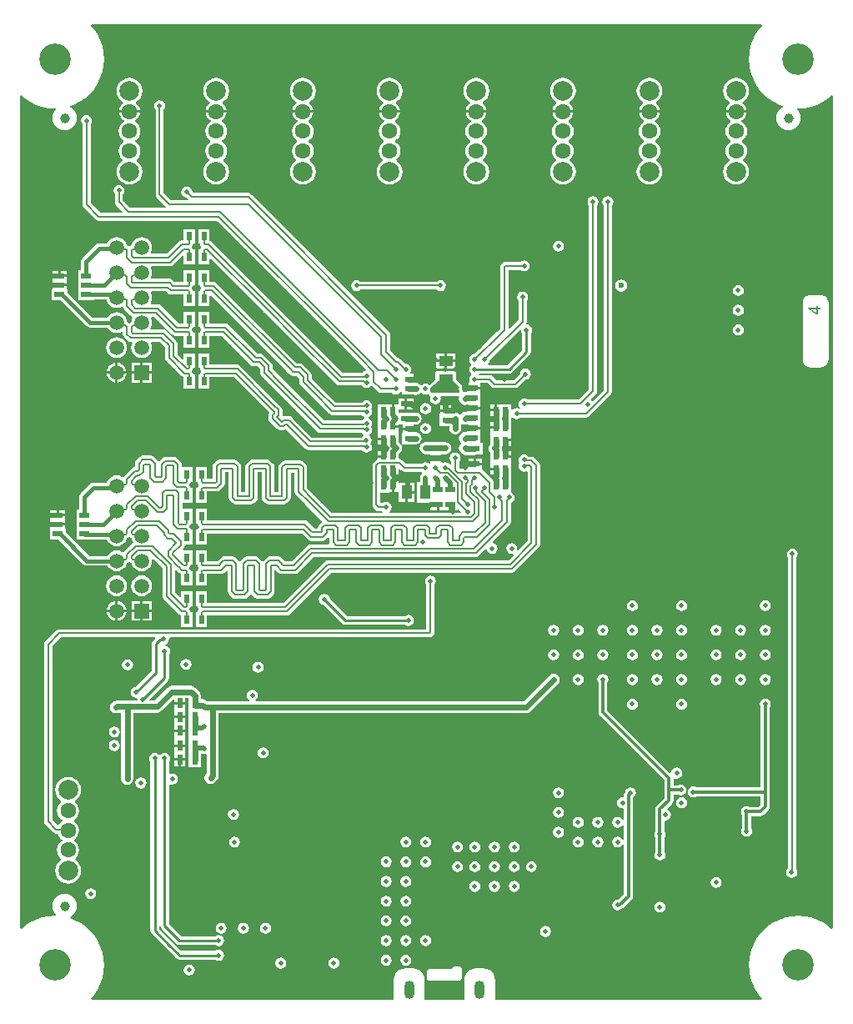
<source format=gbl>
G04*
G04 #@! TF.GenerationSoftware,Altium Limited,Altium Designer,20.2.4 (192)*
G04*
G04 Layer_Physical_Order=4*
G04 Layer_Color=16711680*
%FSLAX44Y44*%
%MOMM*%
G71*
G04*
G04 #@! TF.SameCoordinates,BA5F34B0-8EF9-400C-9F63-0181D384F855*
G04*
G04*
G04 #@! TF.FilePolarity,Positive*
G04*
G01*
G75*
%ADD10C,0.2500*%
%ADD12C,0.6000*%
%ADD14C,0.2000*%
%ADD17R,1.0000X0.5000*%
%ADD18R,0.5500X0.9000*%
%ADD21R,0.6000X1.0000*%
%ADD22R,1.0500X1.4500*%
%ADD23R,1.0000X0.6000*%
%ADD25C,1.0000*%
%ADD72C,0.5000*%
%ADD73C,0.3000*%
%ADD75C,0.3810*%
%ADD78C,3.2000*%
%ADD79C,1.6000*%
%ADD80O,1.0500X1.8500*%
%ADD81R,1.5000X1.5000*%
%ADD82C,1.5000*%
%ADD83C,0.5000*%
%ADD84C,0.6000*%
%ADD85C,2.0000*%
%ADD86R,0.6000X0.6400*%
%ADD87R,0.6400X0.6000*%
%ADD88R,1.4500X1.0500*%
G36*
X758156Y993841D02*
X755235Y990511D01*
X751593Y985060D01*
X748693Y979180D01*
X746585Y972971D01*
X745306Y966541D01*
X744877Y959998D01*
X745306Y953456D01*
X746585Y947026D01*
X748693Y940817D01*
X751593Y934937D01*
X755235Y929485D01*
X759558Y924556D01*
X764488Y920233D01*
X769939Y916591D01*
X775819Y913691D01*
X779605Y912406D01*
X779647Y911136D01*
X778778Y910776D01*
X776200Y908799D01*
X774222Y906221D01*
X772979Y903219D01*
X772555Y899998D01*
X772979Y896777D01*
X774222Y893776D01*
X776200Y891198D01*
X778778Y889220D01*
X781779Y887977D01*
X785000Y887553D01*
X788222Y887977D01*
X791223Y889220D01*
X793801Y891198D01*
X795779Y893776D01*
X797022Y896777D01*
X797446Y899998D01*
X797022Y903219D01*
X795779Y906221D01*
X793895Y908675D01*
X794131Y909676D01*
X794225Y909926D01*
X795000Y909875D01*
X801543Y910304D01*
X807973Y911583D01*
X814182Y913691D01*
X820062Y916591D01*
X825513Y920233D01*
X828844Y923154D01*
X830000Y922629D01*
Y77367D01*
X828844Y76843D01*
X825513Y79763D01*
X820062Y83406D01*
X814182Y86306D01*
X807973Y88413D01*
X801543Y89692D01*
X795000Y90121D01*
X788458Y89692D01*
X782028Y88413D01*
X775819Y86306D01*
X769939Y83406D01*
X764488Y79763D01*
X759558Y75441D01*
X755235Y70511D01*
X751593Y65060D01*
X748693Y59180D01*
X746585Y52971D01*
X745306Y46541D01*
X744877Y39998D01*
X745306Y33456D01*
X746585Y27025D01*
X748693Y20817D01*
X751593Y14937D01*
X755235Y9485D01*
X758156Y6155D01*
X757632Y4998D01*
X487104D01*
Y24998D01*
X487122D01*
X486717Y28071D01*
X485532Y30934D01*
X483645Y33393D01*
X481186Y35279D01*
X478323Y36465D01*
X475250Y36870D01*
Y36852D01*
X467750D01*
Y36870D01*
X464678Y36465D01*
X461815Y35279D01*
X459356Y33393D01*
X457469Y30934D01*
X456283Y28071D01*
X455879Y24998D01*
X455897D01*
Y4998D01*
X415405D01*
X415404Y4999D01*
Y24999D01*
X415422D01*
X415018Y28071D01*
X413832Y30935D01*
X411945Y33393D01*
X409486Y35280D01*
X406623Y36466D01*
X403551Y36871D01*
Y36853D01*
X396051D01*
Y36871D01*
X392978Y36466D01*
X390115Y35280D01*
X387656Y33393D01*
X385770Y30935D01*
X384584Y28071D01*
X384179Y24999D01*
X384197D01*
Y4999D01*
X384196Y4998D01*
X77369D01*
X76845Y6155D01*
X79766Y9485D01*
X83408Y14937D01*
X86308Y20817D01*
X88415Y27025D01*
X89695Y33456D01*
X90123Y39998D01*
X89695Y46541D01*
X88415Y52971D01*
X86308Y59180D01*
X83408Y65060D01*
X79766Y70511D01*
X75443Y75441D01*
X70513Y79763D01*
X65062Y83406D01*
X59182Y86306D01*
X55396Y87591D01*
X55354Y88860D01*
X56223Y89220D01*
X58801Y91198D01*
X60778Y93776D01*
X62022Y96777D01*
X62446Y99998D01*
X62022Y103219D01*
X60778Y106221D01*
X58801Y108799D01*
X56223Y110776D01*
X53222Y112020D01*
X50000Y112444D01*
X46779Y112020D01*
X43778Y110776D01*
X41200Y108799D01*
X39222Y106221D01*
X37979Y103219D01*
X37555Y99998D01*
X37979Y96777D01*
X39222Y93776D01*
X41105Y91322D01*
X40870Y90320D01*
X40776Y90070D01*
X40000Y90121D01*
X33458Y89692D01*
X27028Y88413D01*
X20819Y86306D01*
X14939Y83406D01*
X9488Y79763D01*
X6157Y76843D01*
X5000Y77367D01*
Y922629D01*
X6157Y923154D01*
X9488Y920233D01*
X14939Y916591D01*
X20819Y913691D01*
X27028Y911583D01*
X33458Y910304D01*
X40000Y909875D01*
X40776Y909926D01*
X40870Y909676D01*
X41105Y908675D01*
X39222Y906221D01*
X37979Y903219D01*
X37555Y899998D01*
X37979Y896777D01*
X39222Y893776D01*
X41200Y891198D01*
X43778Y889220D01*
X46779Y887977D01*
X50000Y887553D01*
X53222Y887977D01*
X56223Y889220D01*
X58801Y891198D01*
X60778Y893776D01*
X62022Y896777D01*
X62446Y899998D01*
X62022Y903219D01*
X60778Y906221D01*
X58801Y908799D01*
X56223Y910776D01*
X55354Y911136D01*
X55396Y912406D01*
X59182Y913691D01*
X65062Y916591D01*
X70513Y920233D01*
X75443Y924556D01*
X79766Y929485D01*
X83408Y934937D01*
X86308Y940817D01*
X88415Y947026D01*
X89695Y953456D01*
X90123Y959998D01*
X89695Y966541D01*
X88415Y972971D01*
X86308Y979180D01*
X83408Y985060D01*
X79766Y990511D01*
X76845Y993841D01*
X77369Y994998D01*
X757632D01*
X758156Y993841D01*
D02*
G37*
%LPC*%
G36*
X555885Y940841D02*
X552491Y940394D01*
X549328Y939084D01*
X546613Y937000D01*
X544529Y934284D01*
X543219Y931122D01*
X542772Y927728D01*
X543219Y924335D01*
X544529Y921172D01*
X546613Y918457D01*
X549191Y916478D01*
X549474Y915285D01*
X549497Y915113D01*
X548367Y914246D01*
X546678Y912044D01*
X545616Y909480D01*
X545421Y907998D01*
X555885D01*
X566348D01*
X566153Y909480D01*
X565091Y912044D01*
X563402Y914246D01*
X562272Y915113D01*
X562295Y915285D01*
X562578Y916478D01*
X565156Y918457D01*
X567240Y921172D01*
X568550Y924335D01*
X568997Y927728D01*
X568550Y931122D01*
X567240Y934284D01*
X565156Y937000D01*
X562441Y939084D01*
X559278Y940394D01*
X555885Y940841D01*
D02*
G37*
G36*
X467892D02*
X464498Y940394D01*
X461336Y939084D01*
X458620Y937000D01*
X456536Y934284D01*
X455226Y931122D01*
X454780Y927728D01*
X455226Y924335D01*
X456536Y921172D01*
X458620Y918457D01*
X461198Y916478D01*
X461482Y915284D01*
X461504Y915113D01*
X460375Y914246D01*
X458685Y912044D01*
X457623Y909480D01*
X457428Y907998D01*
X467892D01*
X478356D01*
X478161Y909480D01*
X477099Y912044D01*
X475409Y914246D01*
X474279Y915113D01*
X474302Y915284D01*
X474585Y916478D01*
X477164Y918457D01*
X479247Y921172D01*
X480557Y924335D01*
X481004Y927728D01*
X480557Y931122D01*
X479247Y934284D01*
X477164Y937000D01*
X474448Y939084D01*
X471286Y940394D01*
X467892Y940841D01*
D02*
G37*
G36*
X115920D02*
X112527Y940394D01*
X109364Y939084D01*
X106649Y937000D01*
X104565Y934284D01*
X103255Y931122D01*
X102808Y927728D01*
X103255Y924335D01*
X104565Y921172D01*
X106649Y918457D01*
X109227Y916478D01*
X109510Y915284D01*
X109533Y915113D01*
X108403Y914246D01*
X106714Y912044D01*
X105652Y909480D01*
X105457Y907998D01*
X115920D01*
X126384D01*
X126189Y909480D01*
X125127Y912044D01*
X123438Y914246D01*
X122308Y915113D01*
X122330Y915284D01*
X122614Y916478D01*
X125192Y918457D01*
X127276Y921172D01*
X128586Y924335D01*
X129033Y927728D01*
X128586Y931122D01*
X127276Y934284D01*
X125192Y937000D01*
X122477Y939084D01*
X119314Y940394D01*
X115920Y940841D01*
D02*
G37*
G36*
X731870D02*
X728477Y940394D01*
X725314Y939084D01*
X722599Y937000D01*
X720515Y934284D01*
X719205Y931122D01*
X718758Y927728D01*
X719205Y924335D01*
X720515Y921172D01*
X722599Y918457D01*
X725177Y916478D01*
X725460Y915285D01*
X725483Y915113D01*
X724353Y914246D01*
X722664Y912044D01*
X721602Y909480D01*
X721407Y907998D01*
X731870D01*
X742334D01*
X742139Y909480D01*
X741077Y912044D01*
X739388Y914246D01*
X738258Y915113D01*
X738280Y915285D01*
X738564Y916478D01*
X741142Y918457D01*
X743226Y921172D01*
X744536Y924335D01*
X744983Y927728D01*
X744536Y931122D01*
X743226Y934284D01*
X741142Y937000D01*
X738426Y939084D01*
X735264Y940394D01*
X731870Y940841D01*
D02*
G37*
G36*
X379899D02*
X376505Y940394D01*
X373343Y939084D01*
X370627Y937000D01*
X368544Y934284D01*
X367234Y931122D01*
X366787Y927728D01*
X367234Y924335D01*
X368544Y921172D01*
X370627Y918457D01*
X373205Y916478D01*
X373489Y915285D01*
X373512Y915113D01*
X372382Y914246D01*
X370692Y912044D01*
X369630Y909480D01*
X369435Y907998D01*
X379899D01*
X390363D01*
X390168Y909480D01*
X389106Y912044D01*
X387416Y914246D01*
X386286Y915113D01*
X386309Y915285D01*
X386592Y916478D01*
X389171Y918457D01*
X391254Y921172D01*
X392564Y924335D01*
X393011Y927728D01*
X392564Y931122D01*
X391254Y934284D01*
X389171Y937000D01*
X386455Y939084D01*
X383293Y940394D01*
X379899Y940841D01*
D02*
G37*
G36*
X643877D02*
X640484Y940394D01*
X637321Y939084D01*
X634606Y937000D01*
X632522Y934284D01*
X631212Y931122D01*
X630765Y927728D01*
X631212Y924335D01*
X632522Y921172D01*
X634606Y918457D01*
X637184Y916478D01*
X637467Y915284D01*
X637490Y915113D01*
X636360Y914246D01*
X634671Y912044D01*
X633609Y909480D01*
X633414Y907998D01*
X643877D01*
X654341D01*
X654146Y909480D01*
X653084Y912044D01*
X651395Y914246D01*
X650265Y915113D01*
X650287Y915284D01*
X650571Y916478D01*
X653149Y918457D01*
X655233Y921172D01*
X656543Y924335D01*
X656990Y927728D01*
X656543Y931122D01*
X655233Y934284D01*
X653149Y937000D01*
X650434Y939084D01*
X647271Y940394D01*
X643877Y940841D01*
D02*
G37*
G36*
X291906D02*
X288512Y940394D01*
X285350Y939084D01*
X282634Y937000D01*
X280551Y934284D01*
X279241Y931122D01*
X278794Y927728D01*
X279241Y924335D01*
X280551Y921172D01*
X282634Y918457D01*
X285213Y916478D01*
X285496Y915284D01*
X285519Y915113D01*
X284389Y914246D01*
X282700Y912044D01*
X281637Y909480D01*
X281442Y907998D01*
X291906D01*
X302370D01*
X302175Y909480D01*
X301113Y912044D01*
X299423Y914246D01*
X298293Y915113D01*
X298316Y915284D01*
X298600Y916478D01*
X301178Y918457D01*
X303262Y921172D01*
X304571Y924335D01*
X305018Y927728D01*
X304571Y931122D01*
X303262Y934284D01*
X301178Y937000D01*
X298462Y939084D01*
X295300Y940394D01*
X291906Y940841D01*
D02*
G37*
G36*
X203913D02*
X200520Y940394D01*
X197357Y939084D01*
X194642Y937000D01*
X192558Y934284D01*
X191248Y931122D01*
X190801Y927728D01*
X191248Y924335D01*
X192558Y921172D01*
X194642Y918457D01*
X197220Y916478D01*
X197503Y915285D01*
X197526Y915113D01*
X196396Y914246D01*
X194707Y912044D01*
X193645Y909480D01*
X193449Y907998D01*
X203913D01*
X214377D01*
X214182Y909480D01*
X213120Y912044D01*
X211430Y914246D01*
X210301Y915113D01*
X210323Y915285D01*
X210607Y916478D01*
X213185Y918457D01*
X215269Y921172D01*
X216579Y924335D01*
X217025Y927728D01*
X216579Y931122D01*
X215269Y934284D01*
X213185Y937000D01*
X210469Y939084D01*
X207307Y940394D01*
X203913Y940841D01*
D02*
G37*
G36*
X742334Y905458D02*
X731870D01*
X721407D01*
X721602Y903977D01*
X722664Y901413D01*
X724353Y899211D01*
X726313Y897707D01*
X726355Y896721D01*
X726244Y896276D01*
X724025Y894574D01*
X722262Y892276D01*
X721153Y889600D01*
X720775Y886728D01*
X721153Y883857D01*
X722262Y881181D01*
X724025Y878883D01*
X725827Y877500D01*
X725906Y877315D01*
Y876141D01*
X725827Y875956D01*
X724025Y874574D01*
X722262Y872276D01*
X721153Y869600D01*
X720775Y866728D01*
X721153Y863857D01*
X722262Y861181D01*
X724025Y858883D01*
X724923Y858194D01*
X724799Y856688D01*
X722599Y855000D01*
X720515Y852284D01*
X719205Y849122D01*
X718758Y845728D01*
X719205Y842335D01*
X720515Y839172D01*
X722599Y836457D01*
X725314Y834373D01*
X728477Y833063D01*
X731870Y832616D01*
X735264Y833063D01*
X738426Y834373D01*
X741142Y836457D01*
X743226Y839172D01*
X744536Y842335D01*
X744983Y845728D01*
X744536Y849122D01*
X743226Y852284D01*
X741142Y855000D01*
X738942Y856688D01*
X738817Y858194D01*
X739716Y858883D01*
X741479Y861181D01*
X742587Y863857D01*
X742965Y866728D01*
X742587Y869600D01*
X741479Y872276D01*
X739716Y874574D01*
X737914Y875956D01*
X737835Y876141D01*
Y877315D01*
X737914Y877500D01*
X739716Y878883D01*
X741479Y881181D01*
X742587Y883857D01*
X742965Y886728D01*
X742587Y889600D01*
X741479Y892276D01*
X739716Y894574D01*
X737497Y896276D01*
X737386Y896721D01*
X737428Y897707D01*
X739388Y899211D01*
X741077Y901413D01*
X742139Y903977D01*
X742334Y905458D01*
D02*
G37*
G36*
X654341D02*
X643877D01*
X633414D01*
X633609Y903977D01*
X634671Y901413D01*
X636360Y899211D01*
X638320Y897707D01*
X638362Y896721D01*
X638251Y896276D01*
X636032Y894574D01*
X634269Y892276D01*
X633161Y889600D01*
X632783Y886728D01*
X633161Y883857D01*
X634269Y881181D01*
X636032Y878883D01*
X637834Y877500D01*
X637913Y877315D01*
Y876141D01*
X637834Y875956D01*
X636032Y874574D01*
X634269Y872276D01*
X633161Y869600D01*
X632783Y866728D01*
X633161Y863857D01*
X634269Y861181D01*
X636032Y858883D01*
X636931Y858194D01*
X636806Y856688D01*
X634606Y855000D01*
X632522Y852284D01*
X631212Y849122D01*
X630765Y845728D01*
X631212Y842335D01*
X632522Y839172D01*
X634606Y836457D01*
X637321Y834373D01*
X640484Y833063D01*
X643877Y832616D01*
X647271Y833063D01*
X650434Y834373D01*
X653149Y836457D01*
X655233Y839172D01*
X656543Y842335D01*
X656990Y845728D01*
X656543Y849122D01*
X655233Y852284D01*
X653149Y855000D01*
X650949Y856688D01*
X650825Y858194D01*
X651723Y858883D01*
X653486Y861181D01*
X654594Y863857D01*
X654972Y866728D01*
X654594Y869600D01*
X653486Y872276D01*
X651723Y874574D01*
X649921Y875956D01*
X649842Y876141D01*
Y877315D01*
X649921Y877500D01*
X651723Y878883D01*
X653486Y881181D01*
X654594Y883857D01*
X654972Y886728D01*
X654594Y889600D01*
X653486Y892276D01*
X651723Y894574D01*
X649504Y896276D01*
X649393Y896721D01*
X649435Y897707D01*
X651395Y899211D01*
X653084Y901413D01*
X654146Y903977D01*
X654341Y905458D01*
D02*
G37*
G36*
X566348D02*
X555885D01*
X545421D01*
X545616Y903977D01*
X546678Y901413D01*
X548367Y899211D01*
X550327Y897707D01*
X550369Y896721D01*
X550258Y896276D01*
X548039Y894574D01*
X546276Y892276D01*
X545168Y889600D01*
X544790Y886728D01*
X545168Y883857D01*
X546276Y881181D01*
X548039Y878883D01*
X549841Y877500D01*
X549920Y877315D01*
Y876141D01*
X549841Y875956D01*
X548039Y874574D01*
X546276Y872276D01*
X545168Y869600D01*
X544790Y866728D01*
X545168Y863857D01*
X546276Y861181D01*
X548039Y858883D01*
X548938Y858194D01*
X548813Y856688D01*
X546613Y855000D01*
X544529Y852284D01*
X543219Y849122D01*
X542772Y845728D01*
X543219Y842335D01*
X544529Y839172D01*
X546613Y836457D01*
X549328Y834373D01*
X552491Y833063D01*
X555885Y832616D01*
X559278Y833063D01*
X562441Y834373D01*
X565156Y836457D01*
X567240Y839172D01*
X568550Y842335D01*
X568997Y845728D01*
X568550Y849122D01*
X567240Y852284D01*
X565156Y855000D01*
X562956Y856688D01*
X562832Y858194D01*
X563730Y858883D01*
X565493Y861181D01*
X566601Y863857D01*
X566979Y866728D01*
X566601Y869600D01*
X565493Y872276D01*
X563730Y874574D01*
X561928Y875956D01*
X561849Y876141D01*
Y877315D01*
X561928Y877500D01*
X563730Y878883D01*
X565493Y881181D01*
X566601Y883857D01*
X566979Y886728D01*
X566601Y889600D01*
X565493Y892276D01*
X563730Y894574D01*
X561511Y896276D01*
X561400Y896721D01*
X561442Y897707D01*
X563402Y899211D01*
X565091Y901413D01*
X566153Y903977D01*
X566348Y905458D01*
D02*
G37*
G36*
X478355D02*
X467892D01*
X457428D01*
X457623Y903977D01*
X458685Y901413D01*
X460375Y899211D01*
X462334Y897707D01*
X462376Y896721D01*
X462265Y896276D01*
X460047Y894574D01*
X458283Y892276D01*
X457175Y889600D01*
X456797Y886728D01*
X457175Y883857D01*
X458283Y881181D01*
X460047Y878883D01*
X461849Y877500D01*
X461927Y877315D01*
Y876141D01*
X461849Y875956D01*
X460047Y874574D01*
X458283Y872276D01*
X457175Y869600D01*
X456797Y866728D01*
X457175Y863857D01*
X458283Y861181D01*
X460047Y858883D01*
X460945Y858194D01*
X460820Y856688D01*
X458620Y855000D01*
X456536Y852284D01*
X455226Y849122D01*
X454780Y845728D01*
X455226Y842335D01*
X456536Y839172D01*
X458620Y836457D01*
X461336Y834373D01*
X464498Y833063D01*
X467892Y832616D01*
X471286Y833063D01*
X474448Y834373D01*
X477164Y836457D01*
X479247Y839172D01*
X480557Y842335D01*
X481004Y845728D01*
X480557Y849122D01*
X479247Y852284D01*
X477164Y855000D01*
X474963Y856688D01*
X474839Y858194D01*
X475737Y858883D01*
X477500Y861181D01*
X478609Y863857D01*
X478987Y866728D01*
X478609Y869600D01*
X477500Y872276D01*
X475737Y874574D01*
X473935Y875956D01*
X473856Y876141D01*
Y877315D01*
X473935Y877500D01*
X475737Y878883D01*
X477500Y881181D01*
X478609Y883857D01*
X478987Y886728D01*
X478609Y889600D01*
X477500Y892276D01*
X475737Y894574D01*
X473519Y896276D01*
X473407Y896721D01*
X473449Y897707D01*
X475409Y899211D01*
X477099Y901413D01*
X478161Y903977D01*
X478355Y905458D01*
D02*
G37*
G36*
X390363D02*
X379899D01*
X369435D01*
X369630Y903977D01*
X370692Y901413D01*
X372382Y899211D01*
X374342Y897707D01*
X374383Y896721D01*
X374272Y896276D01*
X372054Y894574D01*
X370290Y892276D01*
X369182Y889600D01*
X368804Y886728D01*
X369182Y883857D01*
X370290Y881181D01*
X372054Y878883D01*
X373856Y877500D01*
X373935Y877315D01*
Y876141D01*
X373856Y875956D01*
X372054Y874574D01*
X370290Y872276D01*
X369182Y869600D01*
X368804Y866728D01*
X369182Y863857D01*
X370290Y861181D01*
X372054Y858883D01*
X372952Y858194D01*
X372828Y856688D01*
X370627Y855000D01*
X368544Y852284D01*
X367234Y849122D01*
X366787Y845728D01*
X367234Y842335D01*
X368544Y839172D01*
X370627Y836457D01*
X373343Y834373D01*
X376505Y833063D01*
X379899Y832616D01*
X383293Y833063D01*
X386455Y834373D01*
X389171Y836457D01*
X391254Y839172D01*
X392564Y842335D01*
X393011Y845728D01*
X392564Y849122D01*
X391254Y852284D01*
X389171Y855000D01*
X386970Y856688D01*
X386846Y858194D01*
X387744Y858883D01*
X389507Y861181D01*
X390616Y863857D01*
X390994Y866728D01*
X390616Y869600D01*
X389507Y872276D01*
X387744Y874574D01*
X385942Y875956D01*
X385863Y876141D01*
Y877315D01*
X385942Y877500D01*
X387744Y878883D01*
X389507Y881181D01*
X390616Y883857D01*
X390994Y886728D01*
X390616Y889600D01*
X389507Y892276D01*
X387744Y894574D01*
X385526Y896276D01*
X385415Y896721D01*
X385456Y897707D01*
X387416Y899211D01*
X389106Y901413D01*
X390168Y903977D01*
X390363Y905458D01*
D02*
G37*
G36*
X302370D02*
X291906D01*
X281442D01*
X281637Y903977D01*
X282700Y901413D01*
X284389Y899211D01*
X286349Y897707D01*
X286390Y896721D01*
X286279Y896276D01*
X284061Y894574D01*
X282298Y892276D01*
X281189Y889600D01*
X280811Y886728D01*
X281189Y883857D01*
X282298Y881181D01*
X284061Y878883D01*
X285863Y877500D01*
X285942Y877315D01*
Y876141D01*
X285863Y875956D01*
X284061Y874574D01*
X282298Y872276D01*
X281189Y869600D01*
X280811Y866728D01*
X281189Y863857D01*
X282298Y861181D01*
X284061Y858883D01*
X284959Y858194D01*
X284835Y856688D01*
X282634Y855000D01*
X280551Y852284D01*
X279241Y849122D01*
X278794Y845728D01*
X279241Y842335D01*
X280551Y839172D01*
X282634Y836457D01*
X285350Y834373D01*
X288512Y833063D01*
X291906Y832616D01*
X295300Y833063D01*
X298462Y834373D01*
X301178Y836457D01*
X303262Y839172D01*
X304571Y842335D01*
X305018Y845728D01*
X304571Y849122D01*
X303262Y852284D01*
X301178Y855000D01*
X298978Y856688D01*
X298853Y858194D01*
X299751Y858883D01*
X301515Y861181D01*
X302623Y863857D01*
X303001Y866728D01*
X302623Y869600D01*
X301515Y872276D01*
X299751Y874574D01*
X297949Y875956D01*
X297871Y876141D01*
Y877315D01*
X297949Y877500D01*
X299751Y878883D01*
X301515Y881181D01*
X302623Y883857D01*
X303001Y886728D01*
X302623Y889600D01*
X301515Y892276D01*
X299751Y894574D01*
X297533Y896276D01*
X297422Y896721D01*
X297463Y897707D01*
X299423Y899211D01*
X301113Y901413D01*
X302175Y903977D01*
X302370Y905458D01*
D02*
G37*
G36*
X214377D02*
X203913D01*
X193449D01*
X193645Y903977D01*
X194707Y901413D01*
X196396Y899211D01*
X198356Y897707D01*
X198398Y896721D01*
X198286Y896276D01*
X196068Y894574D01*
X194305Y892276D01*
X193196Y889600D01*
X192818Y886728D01*
X193196Y883857D01*
X194305Y881181D01*
X196068Y878883D01*
X197870Y877500D01*
X197949Y877315D01*
Y876141D01*
X197870Y875956D01*
X196068Y874574D01*
X194305Y872276D01*
X193196Y869600D01*
X192818Y866728D01*
X193196Y863857D01*
X194305Y861181D01*
X196068Y858883D01*
X196966Y858194D01*
X196842Y856688D01*
X194642Y855000D01*
X192558Y852284D01*
X191248Y849122D01*
X190801Y845728D01*
X191248Y842335D01*
X192558Y839172D01*
X194642Y836457D01*
X197357Y834373D01*
X200520Y833063D01*
X203913Y832616D01*
X207307Y833063D01*
X210469Y834373D01*
X213185Y836457D01*
X215269Y839172D01*
X216579Y842335D01*
X217025Y845728D01*
X216579Y849122D01*
X215269Y852284D01*
X213185Y855000D01*
X210985Y856688D01*
X210860Y858194D01*
X211759Y858883D01*
X213522Y861181D01*
X214630Y863857D01*
X215008Y866728D01*
X214630Y869600D01*
X213522Y872276D01*
X211759Y874574D01*
X209957Y875956D01*
X209878Y876141D01*
Y877315D01*
X209957Y877500D01*
X211759Y878883D01*
X213522Y881181D01*
X214630Y883857D01*
X215008Y886728D01*
X214630Y889600D01*
X213522Y892276D01*
X211759Y894574D01*
X209540Y896276D01*
X209429Y896721D01*
X209471Y897707D01*
X211430Y899211D01*
X213120Y901413D01*
X214182Y903977D01*
X214377Y905458D01*
D02*
G37*
G36*
X126384D02*
X115920D01*
X105457D01*
X105652Y903977D01*
X106714Y901413D01*
X108403Y899211D01*
X110363Y897707D01*
X110405Y896721D01*
X110294Y896276D01*
X108075Y894574D01*
X106312Y892276D01*
X105204Y889600D01*
X104825Y886728D01*
X105204Y883857D01*
X106312Y881181D01*
X108075Y878883D01*
X109877Y877500D01*
X109956Y877315D01*
Y876141D01*
X109877Y875956D01*
X108075Y874574D01*
X106312Y872276D01*
X105204Y869600D01*
X104825Y866728D01*
X105204Y863857D01*
X106312Y861181D01*
X108075Y858883D01*
X108973Y858194D01*
X108849Y856688D01*
X106649Y855000D01*
X104565Y852284D01*
X103255Y849122D01*
X102808Y845728D01*
X103255Y842335D01*
X104565Y839172D01*
X106649Y836457D01*
X109364Y834373D01*
X112527Y833063D01*
X115920Y832616D01*
X119314Y833063D01*
X122477Y834373D01*
X125192Y836457D01*
X127276Y839172D01*
X128586Y842335D01*
X129033Y845728D01*
X128586Y849122D01*
X127276Y852284D01*
X125192Y855000D01*
X122992Y856688D01*
X122867Y858194D01*
X123766Y858883D01*
X125529Y861181D01*
X126637Y863857D01*
X127015Y866728D01*
X126637Y869600D01*
X125529Y872276D01*
X123766Y874574D01*
X121964Y875956D01*
X121885Y876141D01*
Y877315D01*
X121964Y877500D01*
X123766Y878883D01*
X125529Y881181D01*
X126637Y883857D01*
X127015Y886728D01*
X126637Y889600D01*
X125529Y892276D01*
X123766Y894574D01*
X121547Y896276D01*
X121436Y896721D01*
X121478Y897707D01*
X123438Y899211D01*
X125127Y901413D01*
X126189Y903977D01*
X126384Y905458D01*
D02*
G37*
G36*
X146500Y918106D02*
X144354Y917679D01*
X142535Y916464D01*
X141320Y914644D01*
X140893Y912498D01*
X141320Y910352D01*
X142422Y908702D01*
Y822498D01*
X142422Y822498D01*
X142732Y820938D01*
X143617Y819614D01*
X152885Y810347D01*
X152358Y809077D01*
X116690D01*
X109223Y816543D01*
Y822812D01*
X110326Y824462D01*
X110753Y826608D01*
X110326Y828754D01*
X109110Y830574D01*
X107291Y831789D01*
X105145Y832216D01*
X102999Y831789D01*
X101180Y830574D01*
X99964Y828754D01*
X99537Y826608D01*
X99964Y824462D01*
X101067Y822812D01*
Y814854D01*
X101067Y814854D01*
X101377Y813293D01*
X102261Y811970D01*
X108981Y805250D01*
X108495Y804077D01*
X86120D01*
X76331Y813866D01*
Y893783D01*
X77434Y895433D01*
X77860Y897579D01*
X77434Y899725D01*
X76218Y901544D01*
X74399Y902759D01*
X72253Y903186D01*
X70107Y902759D01*
X68287Y901544D01*
X67072Y899725D01*
X66645Y897579D01*
X67072Y895433D01*
X68174Y893783D01*
Y812176D01*
X68174Y812176D01*
X68485Y810615D01*
X69369Y809292D01*
X81547Y797114D01*
X81547Y797114D01*
X82870Y796230D01*
X84431Y795920D01*
X84431Y795920D01*
X204811D01*
X348616Y652115D01*
X348617Y652114D01*
X355733Y644998D01*
X355315Y643620D01*
X354354Y643429D01*
X352535Y642214D01*
X351956Y641347D01*
X347521D01*
X347520Y641347D01*
X347520Y641347D01*
X332336D01*
X290217Y683465D01*
X290217Y683465D01*
X261967Y711715D01*
X261967Y711715D01*
X199093Y774590D01*
X197770Y775474D01*
X197250Y775577D01*
Y787455D01*
X185750D01*
Y772455D01*
X187506D01*
X187733Y771317D01*
X188617Y769994D01*
Y768878D01*
X187733Y767555D01*
X187506Y766417D01*
X185750D01*
Y751417D01*
X197250D01*
Y756817D01*
X198424Y757303D01*
X252990Y702738D01*
X252990Y702737D01*
X281239Y674488D01*
X281239Y674487D01*
X325882Y629845D01*
X325882Y629845D01*
X327206Y628960D01*
X328766Y628650D01*
X328766Y628650D01*
X345640D01*
X345640Y628650D01*
X351956D01*
X352535Y627783D01*
X354354Y626567D01*
X356500Y626141D01*
X358646Y626567D01*
X360466Y627783D01*
X360904Y628439D01*
X362168Y628563D01*
X368617Y622114D01*
X368617Y622114D01*
X369940Y621230D01*
X371501Y620920D01*
X382704D01*
X384355Y619817D01*
X386500Y619391D01*
X388646Y619817D01*
X390466Y621033D01*
X391421Y622462D01*
X392691Y622077D01*
Y619388D01*
X398299D01*
X398890Y619271D01*
X404540D01*
X406500Y618881D01*
X408842Y619346D01*
X410826Y620672D01*
X411166Y621181D01*
X412436D01*
X412535Y621033D01*
X414354Y619817D01*
X416500Y619391D01*
X418646Y619817D01*
X419235Y620211D01*
X419338Y620057D01*
X419338Y620057D01*
X420559Y618835D01*
X420559Y618835D01*
X420810Y618668D01*
X421320Y617144D01*
X420893Y614998D01*
X421320Y612852D01*
X422535Y611033D01*
X424354Y609817D01*
X426500Y609391D01*
X428646Y609817D01*
X430466Y611033D01*
X431681Y612852D01*
X432108Y614998D01*
X431776Y616670D01*
X432561Y617940D01*
X435910D01*
X436205Y617998D01*
X436796Y617998D01*
X437091Y617940D01*
X449772D01*
X449899Y617869D01*
X450620Y617024D01*
X450728Y616734D01*
X450383Y614998D01*
X450849Y612657D01*
X452175Y610673D01*
X454159Y609346D01*
X456500Y608881D01*
X458842Y609346D01*
X459190Y609580D01*
X460460Y608901D01*
Y607048D01*
X466200D01*
X471940D01*
Y610498D01*
X472400D01*
Y622498D01*
X471940D01*
Y624828D01*
X466200D01*
X460460D01*
Y622616D01*
X458000D01*
X455659Y622150D01*
X455555Y622081D01*
X455131Y622154D01*
X454447Y622516D01*
X454234Y622725D01*
X454170Y622879D01*
X454111Y623175D01*
X453943Y623425D01*
X453828Y623704D01*
X453730Y623851D01*
X453502Y624998D01*
X453734Y626168D01*
Y626469D01*
X453793Y626764D01*
X453734Y627060D01*
Y627361D01*
X453619Y627640D01*
X453560Y627935D01*
X453393Y628186D01*
X453278Y628464D01*
X453064Y628677D01*
X452897Y628927D01*
X447240Y634584D01*
Y643158D01*
X426740D01*
Y634648D01*
X420340Y629048D01*
X418646Y630179D01*
X416500Y630606D01*
X414354Y630179D01*
X412535Y628964D01*
X412436Y628815D01*
X411166D01*
X410826Y629324D01*
X410436Y629714D01*
X408451Y631040D01*
X406110Y631506D01*
X404630D01*
Y633718D01*
X398890D01*
Y636258D01*
X404630D01*
Y640528D01*
X401656D01*
X400977Y641798D01*
X401681Y642852D01*
X402108Y644998D01*
X401681Y647144D01*
X400466Y648964D01*
X398646Y650179D01*
X396501Y650606D01*
X396040Y650514D01*
X391172Y655382D01*
X389849Y656266D01*
X388288Y656577D01*
X388288Y656577D01*
X388190D01*
X380579Y664188D01*
Y679998D01*
X380268Y681559D01*
X379384Y682882D01*
X379384Y682882D01*
X239384Y822882D01*
X238061Y823766D01*
X236500Y824077D01*
X236500Y824077D01*
X180690D01*
X179568Y825198D01*
X179181Y827144D01*
X177966Y828964D01*
X176146Y830179D01*
X174000Y830606D01*
X171854Y830179D01*
X170035Y828964D01*
X168820Y827144D01*
X168393Y824998D01*
X168820Y822852D01*
X170035Y821033D01*
X171854Y819817D01*
X173801Y819430D01*
X175384Y817847D01*
X174858Y816577D01*
X158190D01*
X150579Y824188D01*
Y908702D01*
X151681Y910352D01*
X152108Y912498D01*
X151681Y914644D01*
X150466Y916464D01*
X148646Y917679D01*
X146500Y918106D01*
D02*
G37*
G36*
X182250Y787455D02*
X170750D01*
Y775784D01*
X168787D01*
X168787Y775784D01*
X167227Y775474D01*
X165904Y774590D01*
X165903Y774590D01*
X153458Y762144D01*
X137955D01*
X137863Y762330D01*
X137459Y763414D01*
X138458Y765824D01*
X138819Y768565D01*
X138458Y771306D01*
X137400Y773861D01*
X135717Y776054D01*
X133523Y777737D01*
X130969Y778795D01*
X128228Y779156D01*
X125487Y778795D01*
X122933Y777737D01*
X120739Y776054D01*
X119056Y773861D01*
X117998Y771306D01*
X117938Y770848D01*
X117409Y770742D01*
X116086Y769858D01*
X114970D01*
X113647Y770742D01*
X113118Y770848D01*
X113058Y771306D01*
X112000Y773861D01*
X110317Y776054D01*
X108123Y777737D01*
X105569Y778795D01*
X102828Y779156D01*
X100087Y778795D01*
X97533Y777737D01*
X95339Y776054D01*
X93656Y773861D01*
X93300Y772999D01*
X85500D01*
X83587Y772619D01*
X81964Y771535D01*
X68320Y757890D01*
X67235Y756268D01*
X66855Y754354D01*
Y745498D01*
X63856D01*
Y734498D01*
Y724998D01*
Y715498D01*
X79856D01*
Y715997D01*
X92470D01*
X92598Y715024D01*
X93656Y712470D01*
X95339Y710277D01*
X97533Y708594D01*
X100087Y707535D01*
X102828Y707175D01*
X105569Y707535D01*
X107945Y708520D01*
X108474Y708407D01*
X109355Y707938D01*
X109490Y707259D01*
X110374Y705936D01*
X116736Y699575D01*
X116736Y699575D01*
X118059Y698690D01*
X118221Y698658D01*
X118460Y698373D01*
X118879Y697232D01*
X117998Y695106D01*
X117751Y693225D01*
X117057Y692762D01*
X117057Y692762D01*
X115528Y691233D01*
X113999Y692762D01*
X113305Y693225D01*
X113058Y695106D01*
X112000Y697661D01*
X110317Y699854D01*
X108123Y701537D01*
X105569Y702595D01*
X102828Y702956D01*
X100087Y702595D01*
X97533Y701537D01*
X95339Y699854D01*
X93656Y697661D01*
X93534Y697366D01*
X78060D01*
X52856Y722571D01*
Y726498D01*
X52396D01*
Y729228D01*
X44856D01*
X37316D01*
Y726498D01*
X36856D01*
Y715498D01*
X45783D01*
X72453Y688829D01*
X74075Y687745D01*
X75989Y687364D01*
X93534D01*
X93656Y687070D01*
X95339Y684877D01*
X97533Y683194D01*
X100087Y682135D01*
X102828Y681775D01*
X105569Y682135D01*
X107910Y683105D01*
X109180Y682591D01*
Y680829D01*
X109180Y680829D01*
X109490Y679269D01*
X110374Y677945D01*
X114205Y674115D01*
X114205Y674115D01*
X115528Y673230D01*
X117089Y672920D01*
X118056D01*
X118803Y671650D01*
X117998Y669706D01*
X117638Y666965D01*
X117998Y664224D01*
X119056Y661670D01*
X120739Y659477D01*
X122933Y657794D01*
X125487Y656736D01*
X128228Y656375D01*
X130969Y656736D01*
X133523Y657794D01*
X135717Y659477D01*
X137400Y661670D01*
X138458Y664224D01*
X138819Y666965D01*
X138458Y669706D01*
X137653Y671650D01*
X138400Y672920D01*
X146391D01*
X151882Y667429D01*
Y656768D01*
X151882Y656768D01*
X152192Y655208D01*
X153077Y653885D01*
X168908Y638054D01*
X170231Y637169D01*
X170750Y637066D01*
Y625188D01*
X182250D01*
Y640188D01*
X180495D01*
X180268Y641326D01*
X179432Y642578D01*
X179407Y643207D01*
X179432Y643836D01*
X180268Y645088D01*
X180495Y646226D01*
X182250D01*
Y661226D01*
X170750D01*
Y655826D01*
X169577Y655340D01*
X164579Y660338D01*
Y670998D01*
X164268Y672559D01*
X163384Y673882D01*
X163384Y673882D01*
X152844Y684422D01*
X151521Y685306D01*
X149960Y685617D01*
X149960Y685617D01*
X137720D01*
X137159Y686756D01*
X137400Y687070D01*
X138458Y689624D01*
X138819Y692365D01*
X138458Y695106D01*
X137628Y697110D01*
X138340Y698380D01*
X140931D01*
X159181Y680130D01*
X159181Y680130D01*
X160504Y679246D01*
X162065Y678935D01*
X162065Y678935D01*
X163039D01*
X163039Y678935D01*
X170750D01*
Y667264D01*
X182250D01*
Y682264D01*
X180495D01*
X180268Y683403D01*
X179432Y684654D01*
X179407Y685284D01*
X179432Y685913D01*
X180268Y687164D01*
X180495Y688303D01*
X182250D01*
Y703303D01*
X170750D01*
Y691632D01*
X165635D01*
X147384Y709882D01*
X146061Y710766D01*
X144501Y711077D01*
X144500Y711077D01*
X137766D01*
X137205Y712216D01*
X137400Y712470D01*
X138458Y715024D01*
X138819Y717765D01*
X138458Y720506D01*
X137517Y722777D01*
X138073Y724047D01*
X153264D01*
X155105Y722206D01*
X156428Y721322D01*
X157989Y721011D01*
X157989Y721011D01*
X170750D01*
Y709341D01*
X182250D01*
Y724341D01*
X180495D01*
X180268Y725479D01*
X179432Y726730D01*
X179407Y727360D01*
X179432Y727989D01*
X180268Y729240D01*
X180495Y730379D01*
X182250D01*
Y745379D01*
X170750D01*
Y733708D01*
X161558D01*
X159717Y735549D01*
X158394Y736433D01*
X156833Y736744D01*
X156833Y736744D01*
X137955D01*
X137863Y736930D01*
X137459Y738014D01*
X138458Y740424D01*
X138819Y743165D01*
X138458Y745906D01*
X137517Y748177D01*
X138073Y749447D01*
X157027D01*
X157027Y749447D01*
X158588Y749757D01*
X159911Y750641D01*
X169577Y760307D01*
X170750Y759821D01*
Y751417D01*
X182250D01*
Y766417D01*
X180495D01*
X180268Y767555D01*
X179432Y768807D01*
X179407Y769436D01*
X179432Y770065D01*
X180268Y771317D01*
X180495Y772455D01*
X182250D01*
Y787455D01*
D02*
G37*
G36*
X551500Y775606D02*
X549355Y775179D01*
X547535Y773964D01*
X546320Y772144D01*
X545893Y769998D01*
X546320Y767852D01*
X547535Y766033D01*
X549355Y764817D01*
X551500Y764391D01*
X553646Y764817D01*
X555466Y766033D01*
X556681Y767852D01*
X557108Y769998D01*
X556681Y772144D01*
X555466Y773964D01*
X553646Y775179D01*
X551500Y775606D01*
D02*
G37*
G36*
X516500Y755606D02*
X514354Y755179D01*
X512704Y754077D01*
X497672D01*
X497672Y754077D01*
X496111Y753766D01*
X494788Y752882D01*
X494788Y752882D01*
X493617Y751711D01*
X492733Y750387D01*
X492422Y748827D01*
X492422Y748827D01*
Y686688D01*
X488617Y682882D01*
X488616Y682882D01*
X466301Y660566D01*
X464354Y660179D01*
X462535Y658964D01*
X461320Y657144D01*
X460893Y654998D01*
X461320Y652852D01*
X462535Y651033D01*
X463133Y650633D01*
Y649363D01*
X462535Y648964D01*
X461320Y647144D01*
X460893Y644998D01*
X461320Y642852D01*
X462535Y641033D01*
X463133Y640633D01*
Y639363D01*
X462535Y638964D01*
X461320Y637144D01*
X460893Y634998D01*
X461308Y632908D01*
X461326Y632684D01*
X460667Y631638D01*
X460460D01*
Y627368D01*
X466200D01*
X471940D01*
Y630920D01*
X479811D01*
X483617Y627114D01*
X484940Y626230D01*
X486500Y625920D01*
X486501Y625920D01*
X507671D01*
X507672Y625920D01*
X509232Y626230D01*
X510555Y627114D01*
X518054Y634613D01*
X520000Y635000D01*
X521819Y636216D01*
X523035Y638035D01*
X523462Y640181D01*
X523035Y642327D01*
X521819Y644146D01*
X520000Y645362D01*
X517854Y645789D01*
X515708Y645362D01*
X513889Y644146D01*
X512673Y642327D01*
X512286Y640380D01*
X505982Y634077D01*
X488190D01*
X484384Y637882D01*
X483061Y638766D01*
X481500Y639077D01*
X481500Y639077D01*
X471143D01*
X470656Y639996D01*
X471125Y640665D01*
X501500D01*
X503159Y640995D01*
X504565Y641934D01*
X522065Y659434D01*
X523004Y660840D01*
X523334Y662498D01*
Y681584D01*
X524181Y682852D01*
X524608Y684998D01*
X524181Y687144D01*
X522966Y688964D01*
X521146Y690179D01*
X519358Y690535D01*
X518798Y691451D01*
X518704Y691842D01*
X518768Y691937D01*
X519078Y693498D01*
Y714615D01*
X520181Y716265D01*
X520608Y718411D01*
X520181Y720557D01*
X518965Y722376D01*
X517146Y723592D01*
X515000Y724019D01*
X512854Y723592D01*
X511035Y722376D01*
X509819Y720557D01*
X509392Y718411D01*
X509819Y716265D01*
X510922Y714615D01*
Y695187D01*
X501849Y686114D01*
X500579Y686640D01*
Y745920D01*
X512704D01*
X514354Y744817D01*
X516500Y744391D01*
X518646Y744817D01*
X520466Y746033D01*
X521681Y747852D01*
X522108Y749998D01*
X521681Y752144D01*
X520466Y753964D01*
X518646Y755179D01*
X516500Y755606D01*
D02*
G37*
G36*
X52396Y745038D02*
X46126D01*
Y741268D01*
X52396D01*
Y745038D01*
D02*
G37*
G36*
X43586D02*
X37316D01*
Y741268D01*
X43586D01*
Y745038D01*
D02*
G37*
G36*
X431500Y735606D02*
X429354Y735179D01*
X427704Y734077D01*
X350297D01*
X348646Y735179D01*
X346500Y735606D01*
X344355Y735179D01*
X342535Y733964D01*
X341320Y732144D01*
X340893Y729998D01*
X341320Y727852D01*
X342535Y726033D01*
X344355Y724817D01*
X346500Y724391D01*
X348646Y724817D01*
X350297Y725920D01*
X427704D01*
X429354Y724817D01*
X431500Y724391D01*
X433646Y724817D01*
X435466Y726033D01*
X436681Y727852D01*
X437108Y729998D01*
X436681Y732144D01*
X435466Y733964D01*
X433646Y735179D01*
X431500Y735606D01*
D02*
G37*
G36*
X52396Y738728D02*
X44856D01*
X37316D01*
Y734958D01*
Y731768D01*
X44856D01*
X52396D01*
Y734958D01*
Y738728D01*
D02*
G37*
G36*
X615000Y736117D02*
X612659Y735652D01*
X610674Y734326D01*
X609348Y732341D01*
X608882Y730000D01*
X609348Y727659D01*
X610674Y725674D01*
X612659Y724348D01*
X615000Y723882D01*
X617341Y724348D01*
X619326Y725674D01*
X620652Y727659D01*
X621118Y730000D01*
X620652Y732341D01*
X619326Y734326D01*
X617341Y735652D01*
X615000Y736117D01*
D02*
G37*
G36*
X734000Y730606D02*
X731854Y730179D01*
X730035Y728964D01*
X728820Y727144D01*
X728393Y724998D01*
X728820Y722852D01*
X730035Y721033D01*
X731854Y719817D01*
X734000Y719391D01*
X736146Y719817D01*
X737966Y721033D01*
X739181Y722852D01*
X739608Y724998D01*
X739181Y727144D01*
X737966Y728964D01*
X736146Y730179D01*
X734000Y730606D01*
D02*
G37*
G36*
Y710606D02*
X731854Y710179D01*
X730035Y708964D01*
X728820Y707144D01*
X728393Y704998D01*
X728820Y702852D01*
X730035Y701033D01*
X731854Y699817D01*
X734000Y699391D01*
X736146Y699817D01*
X737966Y701033D01*
X739181Y702852D01*
X739608Y704998D01*
X739181Y707144D01*
X737966Y708964D01*
X736146Y710179D01*
X734000Y710606D01*
D02*
G37*
G36*
Y690606D02*
X731854Y690179D01*
X730035Y688964D01*
X728820Y687144D01*
X728393Y684998D01*
X728820Y682852D01*
X730035Y681033D01*
X731854Y679817D01*
X734000Y679391D01*
X736146Y679817D01*
X737966Y681033D01*
X739181Y682852D01*
X739608Y684998D01*
X739181Y687144D01*
X737966Y688964D01*
X736146Y690179D01*
X734000Y690606D01*
D02*
G37*
G36*
X102828Y677556D02*
X100087Y677195D01*
X97533Y676137D01*
X95339Y674454D01*
X93656Y672261D01*
X92598Y669706D01*
X92238Y666965D01*
X92598Y664224D01*
X93656Y661670D01*
X95339Y659477D01*
X97533Y657794D01*
X100087Y656736D01*
X102828Y656375D01*
X105569Y656736D01*
X108123Y657794D01*
X110317Y659477D01*
X112000Y661670D01*
X113058Y664224D01*
X113419Y666965D01*
X113058Y669706D01*
X112000Y672261D01*
X110317Y674454D01*
X108123Y676137D01*
X105569Y677195D01*
X102828Y677556D01*
D02*
G37*
G36*
X446780Y661198D02*
X438260D01*
Y654678D01*
X446780D01*
Y661198D01*
D02*
G37*
G36*
X435720D02*
X427200D01*
Y654678D01*
X435720D01*
Y661198D01*
D02*
G37*
G36*
X817500Y720567D02*
X807500D01*
X805412Y720292D01*
X803466Y719486D01*
X801795Y718204D01*
X800512Y716533D01*
X799706Y714587D01*
X799431Y712498D01*
Y654998D01*
X799706Y652910D01*
X800512Y650964D01*
X801795Y649293D01*
X803466Y648010D01*
X805412Y647204D01*
X807500Y646929D01*
X817500D01*
X819589Y647204D01*
X821535Y648010D01*
X823206Y649293D01*
X824488Y650964D01*
X825294Y652910D01*
X825569Y654998D01*
Y712498D01*
X825294Y714587D01*
X824488Y716533D01*
X823206Y718204D01*
X821535Y719486D01*
X819589Y720292D01*
X817500Y720567D01*
D02*
G37*
G36*
X446780Y652138D02*
X438260D01*
Y645618D01*
X446780D01*
Y652138D01*
D02*
G37*
G36*
X435720D02*
X427200D01*
Y645618D01*
X435720D01*
Y652138D01*
D02*
G37*
G36*
X138268Y651605D02*
X129498D01*
Y642835D01*
X138268D01*
Y651605D01*
D02*
G37*
G36*
X104098Y651525D02*
Y642835D01*
X112788D01*
X112610Y644186D01*
X111598Y646629D01*
X109989Y648726D01*
X107891Y650335D01*
X105449Y651347D01*
X104098Y651525D01*
D02*
G37*
G36*
X101558D02*
X100207Y651347D01*
X97765Y650335D01*
X95667Y648726D01*
X94058Y646629D01*
X93047Y644186D01*
X92869Y642835D01*
X101558D01*
Y651525D01*
D02*
G37*
G36*
X126958Y651605D02*
X118188D01*
Y642835D01*
X126958D01*
Y651605D01*
D02*
G37*
G36*
X101558Y640295D02*
X92869D01*
X93047Y638944D01*
X94058Y636502D01*
X95667Y634405D01*
X97765Y632795D01*
X100207Y631784D01*
X101558Y631606D01*
Y640295D01*
D02*
G37*
G36*
X112788D02*
X104098D01*
Y631606D01*
X105449Y631784D01*
X107891Y632795D01*
X109989Y634405D01*
X111598Y636502D01*
X112610Y638944D01*
X112788Y640295D01*
D02*
G37*
G36*
X138268D02*
X129498D01*
Y631525D01*
X138268D01*
Y640295D01*
D02*
G37*
G36*
X126958D02*
X118188D01*
Y631525D01*
X126958D01*
Y640295D01*
D02*
G37*
G36*
X601500Y820606D02*
X599355Y820179D01*
X597535Y818964D01*
X596320Y817144D01*
X595893Y814998D01*
X596320Y812852D01*
X597422Y811202D01*
Y623617D01*
X586652Y612847D01*
X585466Y612964D01*
X584712Y613467D01*
X584551Y615102D01*
X589384Y619935D01*
X590268Y621259D01*
X590579Y622819D01*
X590579Y622820D01*
Y811202D01*
X591681Y812852D01*
X592108Y814998D01*
X591681Y817144D01*
X590466Y818964D01*
X588646Y820179D01*
X586500Y820606D01*
X584354Y820179D01*
X582535Y818964D01*
X581320Y817144D01*
X580893Y814998D01*
X581320Y812852D01*
X582422Y811202D01*
Y624509D01*
X571991Y614077D01*
X520296D01*
X518646Y615179D01*
X516500Y615606D01*
X514354Y615179D01*
X512535Y613964D01*
X511320Y612144D01*
X510893Y609998D01*
X511320Y607852D01*
X512478Y606119D01*
X512521Y605966D01*
X512257Y604691D01*
X512010Y604603D01*
X511146Y605179D01*
X509000Y605606D01*
X506854Y605179D01*
X505035Y603964D01*
X505004Y603917D01*
X503801Y604090D01*
X503670Y604207D01*
Y609718D01*
X491670D01*
Y609258D01*
X489340D01*
Y603518D01*
Y597778D01*
X489835D01*
X490641Y596797D01*
X490383Y595498D01*
X490433Y595248D01*
X490383Y594998D01*
X490830Y592748D01*
X490823Y592617D01*
X490109Y591478D01*
X489340D01*
Y585738D01*
X488070D01*
Y584468D01*
X482531D01*
X482530Y580318D01*
X482070Y579238D01*
X482070Y578919D01*
Y573629D01*
X481953Y573038D01*
Y568992D01*
X480849Y567339D01*
X480383Y564998D01*
X480849Y562657D01*
X481953Y561004D01*
Y556528D01*
X482070Y555937D01*
Y550648D01*
X482070Y550328D01*
X482530Y549249D01*
X482531Y549058D01*
Y545098D01*
X488070D01*
Y543828D01*
X489340D01*
Y538088D01*
X489938D01*
X490745Y536818D01*
X490383Y534998D01*
X490769Y533058D01*
X490018Y531788D01*
X489340D01*
Y526048D01*
X486800D01*
Y531788D01*
X485115D01*
X484384Y532882D01*
X474384Y542882D01*
X474151Y543038D01*
X473740Y543388D01*
Y547658D01*
X458660D01*
Y544077D01*
X450690D01*
X450579Y544188D01*
Y551202D01*
X451681Y552852D01*
X452108Y554998D01*
X451681Y557144D01*
X450466Y558964D01*
X448646Y560179D01*
X446500Y560606D01*
X444354Y560179D01*
X442535Y558964D01*
X441320Y557144D01*
X440893Y554998D01*
X441320Y552852D01*
X442422Y551202D01*
Y548826D01*
X441152Y548147D01*
X441085Y548192D01*
X440965Y548216D01*
X440466Y548964D01*
X438646Y550179D01*
X436500Y550606D01*
X434355Y550179D01*
X433747Y549773D01*
X432570Y550515D01*
X432570Y550956D01*
Y554268D01*
X421090D01*
Y551257D01*
X421090Y550074D01*
X420166Y549164D01*
X418647Y550179D01*
X416501Y550606D01*
X414355Y550179D01*
X412704Y549077D01*
X396534D01*
X392728Y552882D01*
X391405Y553766D01*
X389845Y554077D01*
X389370Y555171D01*
Y555937D01*
X389488Y556528D01*
Y559334D01*
X390826Y560673D01*
X392152Y562657D01*
X392618Y564998D01*
X392152Y567339D01*
X390826Y569324D01*
X389488Y570662D01*
Y574308D01*
X389370Y574899D01*
Y580189D01*
X389370Y580508D01*
X388910Y581588D01*
X388910Y581778D01*
Y585738D01*
X383370D01*
Y588278D01*
X388910D01*
Y588898D01*
X393150D01*
Y585738D01*
X398890D01*
X404630D01*
Y588881D01*
X406500D01*
X408842Y589346D01*
X410826Y590673D01*
X412152Y592657D01*
X412618Y594998D01*
X412152Y597339D01*
X410826Y599324D01*
X408842Y600650D01*
X406500Y601116D01*
X396600D01*
X395507Y600898D01*
X388910D01*
Y603309D01*
X388960Y604558D01*
X390180Y604558D01*
X395230D01*
Y610098D01*
X396500D01*
D01*
X395230D01*
Y615638D01*
X388960D01*
Y610508D01*
X388910Y609258D01*
X387690Y609258D01*
X384640D01*
Y603518D01*
X382100D01*
Y609258D01*
X379770D01*
Y609718D01*
X367770D01*
Y604109D01*
X367653Y603518D01*
Y597728D01*
X368119Y595387D01*
X368378Y594998D01*
X368119Y594609D01*
X367840Y593208D01*
X367770D01*
Y592859D01*
X367653Y592268D01*
Y587008D01*
X367770Y586417D01*
Y581128D01*
X367770Y580808D01*
X368230Y579729D01*
X368231Y579538D01*
Y575578D01*
X373770D01*
Y574308D01*
X375040D01*
Y568568D01*
X377253D01*
Y568128D01*
X377719Y565787D01*
X378246Y564998D01*
X377719Y564209D01*
X377424Y562728D01*
X377370D01*
Y562459D01*
X377332Y562268D01*
X375040D01*
Y556528D01*
X373770D01*
Y555258D01*
X368231D01*
Y553923D01*
X367440Y553766D01*
X366117Y552882D01*
X363617Y550382D01*
X362733Y549059D01*
X362422Y547498D01*
X362422Y547498D01*
Y507498D01*
X362422Y507498D01*
X362733Y505938D01*
X363617Y504614D01*
X366117Y502114D01*
X367440Y501230D01*
X369000Y500920D01*
X369001Y500920D01*
X372515D01*
X373068Y500347D01*
X372528Y499077D01*
X321400D01*
X303294Y517183D01*
X296219Y524257D01*
Y545623D01*
X295909Y547183D01*
X295025Y548507D01*
X295025Y548507D01*
X292365Y551166D01*
X291042Y552050D01*
X289482Y552360D01*
X289481Y552360D01*
X273561D01*
X272000Y552050D01*
X270677Y551166D01*
X270677Y551166D01*
X268017Y548507D01*
X267133Y547183D01*
X266823Y545623D01*
X266823Y545622D01*
Y520552D01*
X262819D01*
Y546405D01*
X262509Y547966D01*
X261625Y549289D01*
X261625Y549289D01*
X258965Y551949D01*
X257642Y552833D01*
X256082Y553143D01*
X256082Y553143D01*
X240161D01*
X238600Y552833D01*
X237277Y551949D01*
X237277Y551949D01*
X234617Y549289D01*
X233733Y547966D01*
X233423Y546405D01*
X233423Y546405D01*
Y520552D01*
X229419D01*
Y546405D01*
X229109Y547966D01*
X228225Y549289D01*
X228225Y549289D01*
X225565Y551949D01*
X224242Y552833D01*
X222682Y553143D01*
X222682Y553143D01*
X206761D01*
X205200Y552833D01*
X203877Y551949D01*
X203877Y551949D01*
X201217Y549289D01*
X200333Y547966D01*
X200023Y546405D01*
X200023Y546405D01*
Y534715D01*
X199041Y533909D01*
X199022Y533913D01*
X199022Y533913D01*
X194750D01*
Y545583D01*
X183251D01*
Y530583D01*
X185006D01*
X185233Y529445D01*
X186117Y528122D01*
X186187Y528051D01*
Y526781D01*
X186117Y526711D01*
X185233Y525387D01*
X185065Y524545D01*
X183251D01*
Y509545D01*
X194750D01*
Y520920D01*
X204810D01*
X204810Y520920D01*
X206371Y521230D01*
X207694Y522114D01*
X211525Y525945D01*
X212409Y527268D01*
X212719Y528829D01*
X212719Y528829D01*
Y540446D01*
X216723D01*
Y514594D01*
X216723Y514594D01*
X217033Y513033D01*
X217917Y511710D01*
X220577Y509050D01*
X220577Y509050D01*
X221900Y508166D01*
X223461Y507856D01*
X239382D01*
X239382Y507856D01*
X240942Y508166D01*
X242265Y509050D01*
X244925Y511710D01*
X244925Y511710D01*
X245809Y513033D01*
X246119Y514594D01*
Y540446D01*
X250123D01*
Y514594D01*
X250123Y514594D01*
X250433Y513033D01*
X251317Y511710D01*
X253977Y509050D01*
X253977Y509050D01*
X255300Y508166D01*
X256861Y507856D01*
X272781D01*
X272782Y507856D01*
X274342Y508166D01*
X275665Y509050D01*
X278325Y511710D01*
X278325Y511710D01*
X279209Y513033D01*
X279519Y514594D01*
Y539664D01*
X283523D01*
Y520687D01*
X283523Y520687D01*
X283833Y519126D01*
X284717Y517803D01*
X294470Y508050D01*
X311346Y491174D01*
X311251Y490208D01*
X311001Y489723D01*
X308461Y487183D01*
X307577Y485860D01*
X307266Y484299D01*
X306429Y483439D01*
X303827D01*
X303460Y483807D01*
X303460Y483807D01*
X296625Y490642D01*
X295301Y491526D01*
X293741Y491836D01*
X293741Y491836D01*
X194750D01*
Y503507D01*
X183251D01*
Y488507D01*
X185006D01*
X185233Y487369D01*
X186117Y486046D01*
X186399Y485763D01*
Y484493D01*
X186117Y484211D01*
X185233Y482887D01*
X185149Y482469D01*
X183251D01*
Y467469D01*
X194750D01*
Y478420D01*
X290891D01*
X297373Y471937D01*
X298696Y471053D01*
X300257Y470743D01*
X300257Y470743D01*
X312054D01*
X312054Y470743D01*
X313614Y471053D01*
X314937Y471937D01*
X317616Y474616D01*
X318886Y474090D01*
Y469207D01*
X318886Y469207D01*
X319048Y468396D01*
X318367Y467306D01*
X318133Y467126D01*
X299550D01*
X299550Y467126D01*
X297989Y466815D01*
X296666Y465931D01*
X296666Y465931D01*
X280495Y449760D01*
X274057D01*
X273668Y450342D01*
X273668Y450342D01*
X270301Y453710D01*
X268977Y454594D01*
X267417Y454904D01*
X267416Y454904D01*
X257992D01*
X256431Y454594D01*
X255108Y453710D01*
X255108Y453709D01*
X251869Y450471D01*
X251147Y450311D01*
X251021D01*
X250299Y450471D01*
X247061Y453710D01*
X245737Y454594D01*
X244177Y454904D01*
X244177Y454904D01*
X234751D01*
X233191Y454594D01*
X231868Y453710D01*
X231868Y453709D01*
X228629Y450471D01*
X227907Y450311D01*
X227781D01*
X227059Y450471D01*
X223820Y453710D01*
X222497Y454594D01*
X220937Y454904D01*
X220937Y454904D01*
X211512D01*
X209951Y454594D01*
X208628Y453710D01*
X208628Y453709D01*
X205260Y450342D01*
X204872Y449760D01*
X194750D01*
Y461431D01*
X183251D01*
Y446431D01*
X185006D01*
X185233Y445293D01*
X186117Y443970D01*
Y442854D01*
X185233Y441531D01*
X185006Y440393D01*
X183251D01*
Y425393D01*
X194750D01*
Y437063D01*
X208853D01*
X208853Y437063D01*
X210414Y437374D01*
X211737Y438258D01*
X214416Y440937D01*
X215686Y440411D01*
Y419497D01*
X215686Y419497D01*
X215996Y417936D01*
X216880Y416613D01*
X220248Y413245D01*
X220248Y413245D01*
X221571Y412361D01*
X223132Y412051D01*
X232556D01*
X232557Y412051D01*
X234117Y412361D01*
X235441Y413245D01*
X238679Y416484D01*
X239401Y416645D01*
X239527D01*
X240249Y416484D01*
X243488Y413245D01*
X243488Y413245D01*
X244811Y412361D01*
X246371Y412051D01*
X255797D01*
X255797Y412051D01*
X257357Y412361D01*
X258680Y413245D01*
X262048Y416613D01*
X262048Y416613D01*
X262932Y417936D01*
X263242Y419497D01*
Y440411D01*
X264512Y440937D01*
X267191Y438258D01*
X268514Y437374D01*
X270075Y437063D01*
X270075Y437063D01*
X284064D01*
X284065Y437063D01*
X285625Y437374D01*
X286948Y438258D01*
X303119Y454429D01*
X467509D01*
X467510Y454429D01*
X469070Y454739D01*
X470393Y455624D01*
X477209Y462439D01*
X478587Y462021D01*
X478820Y460852D01*
X480035Y459033D01*
X481854Y457817D01*
X484000Y457391D01*
X486146Y457817D01*
X487966Y459033D01*
X489181Y460852D01*
X489608Y462998D01*
X489181Y465144D01*
X487966Y466964D01*
X486146Y468179D01*
X484977Y468412D01*
X484560Y469790D01*
X501884Y487114D01*
X501884Y487114D01*
X502768Y488438D01*
X503079Y489998D01*
Y509705D01*
X503646Y509817D01*
X505466Y511033D01*
X506681Y512852D01*
X507108Y514998D01*
X506681Y517144D01*
X505466Y518964D01*
X503670Y520163D01*
Y525457D01*
X503788Y526048D01*
Y533828D01*
X503555Y534998D01*
X503788Y536168D01*
Y543828D01*
X503670Y544419D01*
Y549709D01*
X503671Y550028D01*
X503210Y551108D01*
X503210Y551298D01*
Y555258D01*
X497670D01*
Y556528D01*
X496400D01*
Y562268D01*
X494188D01*
Y563428D01*
X493876Y564998D01*
X494188Y566568D01*
Y567298D01*
X496400D01*
Y573038D01*
X497670D01*
Y574308D01*
X503210D01*
X503210Y578459D01*
X503671Y579538D01*
X503670Y579858D01*
Y585147D01*
X503788Y585738D01*
Y594328D01*
X503605Y595248D01*
X503703Y595741D01*
X504946Y596069D01*
X505015Y596064D01*
X505035Y596033D01*
X506854Y594817D01*
X509000Y594391D01*
X511146Y594817D01*
X512797Y595920D01*
X579571D01*
X579571Y595920D01*
X581132Y596230D01*
X582455Y597114D01*
X604384Y619043D01*
X604384Y619043D01*
X605268Y620367D01*
X605579Y621927D01*
X605579Y621927D01*
Y811202D01*
X606681Y812852D01*
X607108Y814998D01*
X606681Y817144D01*
X605466Y818964D01*
X603646Y820179D01*
X601500Y820606D01*
D02*
G37*
G36*
X404040Y615638D02*
X397770D01*
Y611368D01*
X404040D01*
Y615638D01*
D02*
G37*
G36*
X486800Y609258D02*
X482531D01*
Y604788D01*
X486800D01*
Y609258D01*
D02*
G37*
G36*
X404040Y608828D02*
X397770D01*
Y604558D01*
X404040D01*
Y608828D01*
D02*
G37*
G36*
X442730Y608778D02*
X438260D01*
Y604508D01*
X442730D01*
Y608778D01*
D02*
G37*
G36*
X435720D02*
X431250D01*
Y604508D01*
X435720D01*
Y608778D01*
D02*
G37*
G36*
X416500Y610606D02*
X414354Y610179D01*
X412535Y608964D01*
X411320Y607144D01*
X410893Y604998D01*
X411320Y602852D01*
X412535Y601033D01*
X414354Y599817D01*
X416500Y599391D01*
X418646Y599817D01*
X420466Y601033D01*
X421681Y602852D01*
X422108Y604998D01*
X421681Y607144D01*
X420466Y608964D01*
X418646Y610179D01*
X416500Y610606D01*
D02*
G37*
G36*
X471940Y604508D02*
X466200D01*
X460460D01*
Y602296D01*
X457680D01*
X455339Y601830D01*
X453355Y600504D01*
X452282Y599431D01*
X451784Y599265D01*
X451139D01*
X450703Y599407D01*
X448842Y600650D01*
X446500Y601116D01*
X444159Y600650D01*
X444000Y600544D01*
X442730Y601223D01*
Y601968D01*
X436990D01*
X431250D01*
Y599638D01*
X430790D01*
Y587638D01*
X436399D01*
X436990Y587521D01*
X440383D01*
Y584998D01*
X440849Y582657D01*
X442175Y580672D01*
X444159Y579346D01*
X446500Y578881D01*
X448842Y579346D01*
X450826Y580672D01*
X452152Y582657D01*
X452618Y584998D01*
Y589029D01*
X453738Y589628D01*
X454159Y589346D01*
X456500Y588881D01*
X458842Y589346D01*
X459190Y589580D01*
X460460Y588901D01*
Y586728D01*
X466200D01*
X471940D01*
Y590178D01*
X472400D01*
Y602178D01*
X471940D01*
Y604508D01*
D02*
G37*
G36*
X486800Y602248D02*
X482531D01*
Y597778D01*
X486800D01*
Y602248D01*
D02*
G37*
G36*
X197250Y745379D02*
X185750D01*
Y730379D01*
X187506D01*
X187733Y729240D01*
X188617Y727917D01*
Y726802D01*
X187733Y725479D01*
X187506Y724341D01*
X185750D01*
Y709341D01*
X197250D01*
Y719575D01*
X198520Y720101D01*
X275937Y642685D01*
X275937Y642685D01*
X277584Y641038D01*
X277584Y641037D01*
X278914Y639708D01*
X278914Y639708D01*
X280237Y638824D01*
X281798Y638513D01*
X281798Y638513D01*
X285527D01*
X288144Y635896D01*
Y632167D01*
X288144Y632167D01*
X288454Y630606D01*
X289338Y629283D01*
X299790Y618832D01*
X299790Y618832D01*
X299790Y618832D01*
X301437Y617185D01*
X301437Y617185D01*
X318777Y599845D01*
X320100Y598960D01*
X321661Y598650D01*
X321661Y598650D01*
X345640D01*
X345640Y598650D01*
X351956D01*
X352535Y597783D01*
X354354Y596567D01*
X354589Y596521D01*
Y595226D01*
X354354Y595179D01*
X352535Y593964D01*
X351956Y593097D01*
X347521D01*
X347520Y593097D01*
X347520Y593097D01*
X313318D01*
X270333Y636081D01*
X270333Y636081D01*
X268686Y637729D01*
X268686Y637729D01*
X261051Y645364D01*
Y649092D01*
X261051Y649093D01*
X260740Y650653D01*
X259856Y651976D01*
X252190Y659642D01*
X250867Y660526D01*
X249307Y660837D01*
X249307Y660837D01*
X245578D01*
X245125Y661290D01*
X245125Y661290D01*
X215977Y690437D01*
X214654Y691321D01*
X213093Y691632D01*
X213093Y691632D01*
X197250D01*
Y703303D01*
X185750D01*
Y688303D01*
X187506D01*
X187733Y687164D01*
X188617Y685841D01*
Y684726D01*
X187733Y683403D01*
X187506Y682264D01*
X185750D01*
Y667264D01*
X197250D01*
Y678935D01*
X209524D01*
X236147Y652312D01*
X236147Y652312D01*
X237794Y650664D01*
X237794Y650664D01*
X239124Y649334D01*
X239124Y649334D01*
X240447Y648450D01*
X242008Y648140D01*
X242008Y648140D01*
X245737D01*
X248354Y645523D01*
Y641794D01*
X248354Y641794D01*
X248664Y640233D01*
X249548Y638910D01*
X259708Y628751D01*
X259708Y628751D01*
X259708Y628750D01*
X261355Y627103D01*
X261355Y627103D01*
X306864Y581595D01*
X308187Y580710D01*
X309748Y580400D01*
X309748Y580400D01*
X345640D01*
X345640Y580400D01*
X351956D01*
X352535Y579533D01*
X353333Y579000D01*
Y577473D01*
X352250Y576749D01*
X351575Y575739D01*
X347449D01*
X347449Y575739D01*
X347449Y575739D01*
X300958D01*
X283350Y593348D01*
X283350Y593348D01*
X281703Y594995D01*
X281702Y594995D01*
X280373Y596325D01*
X279050Y597209D01*
X277489Y597519D01*
X277489Y597519D01*
X272253D01*
X271753Y597838D01*
X271462Y598129D01*
X271143Y598630D01*
Y603865D01*
X270833Y605426D01*
X269949Y606749D01*
X269949Y606749D01*
X268306Y608392D01*
X268306Y608392D01*
X266659Y610039D01*
X228337Y648361D01*
X227013Y649245D01*
X225453Y649556D01*
X225453Y649556D01*
X197250D01*
Y661226D01*
X185750D01*
Y646226D01*
X187506D01*
X187733Y645088D01*
X188617Y643765D01*
Y642650D01*
X187733Y641327D01*
X187506Y640188D01*
X185750D01*
Y625188D01*
X197250D01*
Y636859D01*
X221883D01*
X257681Y601061D01*
X257681Y601061D01*
X257696Y601046D01*
X257257Y600389D01*
X256946Y598828D01*
X256946Y598828D01*
Y595067D01*
X256946Y595067D01*
X257257Y593506D01*
X258141Y592183D01*
X265807Y584517D01*
X267130Y583633D01*
X268690Y583323D01*
X268690Y583323D01*
X272451D01*
X272451Y583323D01*
X274012Y583633D01*
X274670Y584072D01*
X294505Y564237D01*
X294505Y564237D01*
X295828Y563353D01*
X297388Y563043D01*
X297389Y563043D01*
X345568D01*
X345569Y563043D01*
X351861D01*
X352535Y562033D01*
X354354Y560817D01*
X356500Y560391D01*
X358646Y560817D01*
X360466Y562033D01*
X361681Y563852D01*
X362108Y565998D01*
X361681Y568144D01*
X360705Y569605D01*
X361396Y570638D01*
X361823Y572784D01*
X361396Y574930D01*
X360180Y576749D01*
X359383Y577282D01*
Y578809D01*
X360466Y579533D01*
X361681Y581352D01*
X362108Y583498D01*
X361681Y585644D01*
X360944Y586748D01*
X361681Y587852D01*
X362108Y589998D01*
X361681Y592144D01*
X360466Y593964D01*
X358646Y595179D01*
X358412Y595226D01*
Y596521D01*
X358646Y596567D01*
X360466Y597783D01*
X361681Y599602D01*
X362108Y601748D01*
X361681Y603894D01*
X360944Y604998D01*
X361681Y606102D01*
X362108Y608248D01*
X361681Y610394D01*
X360466Y612214D01*
X358646Y613429D01*
X356500Y613856D01*
X354354Y613429D01*
X352535Y612214D01*
X351956Y611347D01*
X347521D01*
X347520Y611347D01*
X347520Y611347D01*
X325231D01*
X310415Y626163D01*
X310415Y626163D01*
X308768Y627810D01*
X308767Y627810D01*
X300841Y635737D01*
Y639466D01*
X300841Y639466D01*
X300530Y641027D01*
X299646Y642350D01*
X291980Y650015D01*
X290657Y650900D01*
X289097Y651210D01*
X289096Y651210D01*
X285368D01*
X284915Y651663D01*
X284915Y651663D01*
X204064Y732514D01*
X202741Y733398D01*
X201180Y733708D01*
X201180Y733708D01*
X197250D01*
Y745379D01*
D02*
G37*
G36*
X486800Y591478D02*
X482531D01*
Y587008D01*
X486800D01*
Y591478D01*
D02*
G37*
G36*
X416500Y590606D02*
X414354Y590179D01*
X412535Y588964D01*
X411320Y587144D01*
X410893Y584998D01*
X411320Y582852D01*
X412535Y581033D01*
X414354Y579817D01*
X416500Y579391D01*
X418646Y579817D01*
X420466Y581033D01*
X421681Y582852D01*
X422108Y584998D01*
X421681Y587144D01*
X420466Y588964D01*
X418646Y590179D01*
X416500Y590606D01*
D02*
G37*
G36*
X404630Y583198D02*
X398890D01*
X393150D01*
Y580868D01*
X392691D01*
Y568868D01*
X398299D01*
X398890Y568751D01*
X406370D01*
X408712Y569216D01*
X410696Y570542D01*
X410826Y570672D01*
X412152Y572657D01*
X412618Y574998D01*
X412152Y577339D01*
X410826Y579324D01*
X408842Y580650D01*
X406500Y581116D01*
X405847Y580986D01*
X404630D01*
Y583198D01*
D02*
G37*
G36*
X372500Y573038D02*
X368231D01*
Y568568D01*
X372500D01*
Y573038D01*
D02*
G37*
G36*
X503210Y571768D02*
X498940D01*
Y567298D01*
X503210D01*
Y571768D01*
D02*
G37*
G36*
X471940Y584188D02*
X466200D01*
X460460D01*
Y581976D01*
X457360D01*
X455019Y581510D01*
X453035Y580184D01*
X452175Y579324D01*
X450849Y577339D01*
X450383Y574998D01*
X450849Y572657D01*
X452092Y570796D01*
X452233Y570360D01*
Y569363D01*
X452175Y569324D01*
X450849Y567339D01*
X450383Y564998D01*
X450849Y562657D01*
X452175Y560673D01*
X453045Y559803D01*
X455029Y558476D01*
X457370Y558011D01*
X466200D01*
X466791Y558128D01*
X474200D01*
Y570128D01*
X472400D01*
Y581858D01*
X471940D01*
Y584188D01*
D02*
G37*
G36*
X503210Y562268D02*
X498940D01*
Y557798D01*
X503210D01*
Y562268D01*
D02*
G37*
G36*
X372500D02*
X368231D01*
Y557798D01*
X372500D01*
Y562268D01*
D02*
G37*
G36*
X137860Y557322D02*
X137860Y557322D01*
X129143D01*
X129143Y557322D01*
X127583Y557011D01*
X126260Y556127D01*
X122538Y552406D01*
X121654Y551082D01*
X121344Y549522D01*
X121344Y549522D01*
Y545695D01*
X120438Y545515D01*
X119115Y544631D01*
X119114Y544630D01*
X119037Y544553D01*
X119037Y544553D01*
X110374Y535890D01*
X110122Y535513D01*
X108869Y535306D01*
X108123Y535878D01*
X105569Y536936D01*
X102828Y537297D01*
X100087Y536936D01*
X97533Y535878D01*
X95339Y534195D01*
X93656Y532002D01*
X92827Y529999D01*
X79500D01*
X77587Y529619D01*
X75964Y528535D01*
X66303Y518873D01*
X65219Y517251D01*
X64838Y515337D01*
Y502498D01*
X61839D01*
Y491498D01*
Y481998D01*
Y472498D01*
X69951D01*
X70434Y472402D01*
X92914D01*
X93656Y470611D01*
X95339Y468418D01*
X97533Y466735D01*
X100087Y465677D01*
X102828Y465316D01*
X105569Y465677D01*
X108123Y466735D01*
X110317Y468418D01*
X112000Y470611D01*
X113058Y473166D01*
X113118Y473624D01*
X113647Y473730D01*
X114970Y474614D01*
X116086D01*
X117409Y473730D01*
X117938Y473624D01*
X117998Y473166D01*
X119056Y470611D01*
X119617Y469881D01*
X119410Y468628D01*
X119115Y468430D01*
X110374Y459690D01*
X110122Y459313D01*
X108869Y459106D01*
X108123Y459678D01*
X105569Y460736D01*
X102828Y461097D01*
X100087Y460736D01*
X97533Y459678D01*
X95339Y457995D01*
X93656Y455802D01*
X93534Y455508D01*
X74902D01*
X50839Y479571D01*
Y483498D01*
X50379D01*
Y486228D01*
X42839D01*
X35299D01*
Y483498D01*
X34839D01*
Y472498D01*
X43767D01*
X69295Y446970D01*
X70917Y445886D01*
X72831Y445506D01*
X93534D01*
X93656Y445211D01*
X95339Y443018D01*
X97533Y441335D01*
X100087Y440277D01*
X102828Y439916D01*
X105569Y440277D01*
X108123Y441335D01*
X110317Y443018D01*
X112000Y445211D01*
X113058Y447766D01*
X113118Y448224D01*
X113647Y448330D01*
X114970Y449214D01*
X116086D01*
X117409Y448330D01*
X117938Y448224D01*
X117998Y447766D01*
X119056Y445211D01*
X120739Y443018D01*
X122933Y441335D01*
X125487Y440277D01*
X128228Y439916D01*
X130969Y440277D01*
X133523Y441335D01*
X135717Y443018D01*
X137400Y445211D01*
X138458Y447766D01*
X138819Y450507D01*
X138638Y451876D01*
X139841Y452469D01*
X149323Y442988D01*
Y414956D01*
X149323Y414956D01*
X149634Y413395D01*
X150518Y412072D01*
X154921Y407669D01*
X154921Y407669D01*
X166408Y396182D01*
X167731Y395298D01*
X168251Y395194D01*
Y383317D01*
X179750D01*
Y398317D01*
X177995D01*
X177768Y399455D01*
X176884Y400778D01*
Y401894D01*
X177768Y403217D01*
X177995Y404355D01*
X179750D01*
Y419355D01*
X168251D01*
Y413954D01*
X167077Y413468D01*
X163899Y416647D01*
X163899Y416647D01*
X162020Y418526D01*
Y440850D01*
X163290Y441376D01*
X163736Y440930D01*
X163736Y440930D01*
X166408Y438258D01*
X166408Y438258D01*
X167731Y437374D01*
X168251Y437271D01*
Y425393D01*
X179750D01*
Y440393D01*
X177995D01*
X177768Y441531D01*
X176884Y442854D01*
Y443970D01*
X177768Y445293D01*
X177995Y446431D01*
X179750D01*
Y461431D01*
X170279D01*
X169793Y462604D01*
X170806Y463617D01*
X171690Y464940D01*
X172000Y466501D01*
X172765Y467469D01*
X179750D01*
Y482469D01*
X177995D01*
X177768Y483607D01*
X176884Y484930D01*
Y486046D01*
X177768Y487369D01*
X177995Y488507D01*
X179750D01*
Y503507D01*
X169436D01*
Y509545D01*
X179750D01*
Y524545D01*
X177995D01*
X177768Y525683D01*
X176884Y527006D01*
Y528122D01*
X177768Y529445D01*
X177995Y530583D01*
X179750D01*
Y545583D01*
X168900D01*
Y548202D01*
X168900Y548202D01*
X168590Y549763D01*
X167706Y551086D01*
X163984Y554808D01*
X162661Y555692D01*
X161100Y556002D01*
X161100Y556002D01*
X152383D01*
X152383Y556002D01*
X150823Y555692D01*
X149500Y554808D01*
X146418Y551726D01*
X144830Y551861D01*
X144828Y551863D01*
X144466Y552406D01*
X140744Y556127D01*
X139421Y557011D01*
X139162Y557063D01*
X137860Y557322D01*
D02*
G37*
G36*
X433030Y571138D02*
X420630D01*
Y571116D01*
X416500D01*
X414159Y570650D01*
X412175Y569324D01*
X410849Y567339D01*
X410383Y564998D01*
X410849Y562657D01*
X412175Y560673D01*
X414159Y559346D01*
X416500Y558881D01*
X421090D01*
Y556808D01*
X432570D01*
Y558881D01*
X436500D01*
X438842Y559346D01*
X440826Y560673D01*
X442152Y562657D01*
X442618Y564998D01*
X442152Y567339D01*
X440826Y569324D01*
X438842Y570650D01*
X436500Y571116D01*
X433030D01*
Y571138D01*
D02*
G37*
G36*
X473740Y554468D02*
X467470D01*
Y550198D01*
X473740D01*
Y554468D01*
D02*
G37*
G36*
X464930D02*
X458660D01*
Y550198D01*
X464930D01*
Y554468D01*
D02*
G37*
G36*
X486800Y542558D02*
X482531D01*
Y538088D01*
X486800D01*
Y542558D01*
D02*
G37*
G36*
X50379Y502038D02*
X44109D01*
Y498268D01*
X50379D01*
Y502038D01*
D02*
G37*
G36*
X41569D02*
X35299D01*
Y498268D01*
X41569D01*
Y502038D01*
D02*
G37*
G36*
X50379Y495728D02*
X42839D01*
X35299D01*
Y491958D01*
Y488768D01*
X42839D01*
X50379D01*
Y491958D01*
Y495728D01*
D02*
G37*
G36*
X516501Y558856D02*
X514355Y558429D01*
X512535Y557214D01*
X511320Y555394D01*
X510893Y553248D01*
X511320Y551102D01*
X512057Y549998D01*
X511320Y548894D01*
X510893Y546748D01*
X511320Y544602D01*
X512535Y542783D01*
X514355Y541567D01*
X516501Y541141D01*
X518647Y541567D01*
X518802Y541671D01*
X519922Y541073D01*
Y470608D01*
X510553Y461239D01*
X509383Y461865D01*
X509608Y462998D01*
X509181Y465144D01*
X507966Y466964D01*
X506146Y468179D01*
X504000Y468606D01*
X501854Y468179D01*
X500035Y466964D01*
X498820Y465144D01*
X498393Y462998D01*
X498820Y460852D01*
X500035Y459033D01*
X501854Y457817D01*
X504000Y457391D01*
X505134Y457616D01*
X505760Y456446D01*
X500495Y451181D01*
X317184D01*
X317184Y451181D01*
X315623Y450870D01*
X314300Y449986D01*
X314300Y449986D01*
X271998Y407684D01*
X194750D01*
Y419355D01*
X183251D01*
Y404355D01*
X185006D01*
X185233Y403217D01*
X186117Y401894D01*
Y400778D01*
X185233Y399455D01*
X185006Y398317D01*
X183251D01*
Y383317D01*
X194750D01*
Y394987D01*
X275568D01*
X275568Y394987D01*
X277129Y395298D01*
X278452Y396182D01*
X320754Y438484D01*
X504064D01*
X504065Y438484D01*
X505625Y438795D01*
X506949Y439679D01*
X531424Y464154D01*
X531424Y464155D01*
X532308Y465478D01*
X532619Y467038D01*
X532619Y467038D01*
Y547609D01*
X532308Y549170D01*
X531424Y550493D01*
X531424Y550493D01*
X526765Y555152D01*
X525442Y556036D01*
X523881Y556347D01*
X523881Y556347D01*
X521045D01*
X520466Y557214D01*
X518647Y558429D01*
X516501Y558856D01*
D02*
G37*
G36*
X128228Y435697D02*
X125487Y435336D01*
X122933Y434278D01*
X120739Y432595D01*
X119056Y430402D01*
X117998Y427848D01*
X117638Y425107D01*
X117998Y422366D01*
X119056Y419811D01*
X120739Y417618D01*
X122933Y415935D01*
X125487Y414877D01*
X128228Y414516D01*
X130969Y414877D01*
X133523Y415935D01*
X135717Y417618D01*
X137400Y419811D01*
X138458Y422366D01*
X138819Y425107D01*
X138458Y427848D01*
X137400Y430402D01*
X135717Y432595D01*
X133523Y434278D01*
X130969Y435336D01*
X128228Y435697D01*
D02*
G37*
G36*
X102828D02*
X100087Y435336D01*
X97533Y434278D01*
X95339Y432595D01*
X93656Y430402D01*
X92598Y427848D01*
X92238Y425107D01*
X92598Y422366D01*
X93656Y419811D01*
X95339Y417618D01*
X97533Y415935D01*
X100087Y414877D01*
X102828Y414516D01*
X105569Y414877D01*
X108123Y415935D01*
X110317Y417618D01*
X112000Y419811D01*
X113058Y422366D01*
X113419Y425107D01*
X113058Y427848D01*
X112000Y430402D01*
X110317Y432595D01*
X108123Y434278D01*
X105569Y435336D01*
X102828Y435697D01*
D02*
G37*
G36*
X138268Y409747D02*
X129498D01*
Y400977D01*
X138268D01*
Y409747D01*
D02*
G37*
G36*
X104098Y409666D02*
Y400977D01*
X112788D01*
X112610Y402328D01*
X111598Y404770D01*
X109989Y406867D01*
X107891Y408477D01*
X105449Y409488D01*
X104098Y409666D01*
D02*
G37*
G36*
X101558D02*
X100207Y409488D01*
X97765Y408477D01*
X95667Y406867D01*
X94058Y404770D01*
X93047Y402328D01*
X92869Y400977D01*
X101558D01*
Y409666D01*
D02*
G37*
G36*
X126958Y409747D02*
X118188D01*
Y400977D01*
X126958D01*
Y409747D01*
D02*
G37*
G36*
X761500Y410606D02*
X759354Y410179D01*
X757535Y408964D01*
X756320Y407144D01*
X755893Y404998D01*
X756320Y402852D01*
X757535Y401033D01*
X759354Y399817D01*
X761500Y399391D01*
X763646Y399817D01*
X765466Y401033D01*
X766681Y402852D01*
X767108Y404998D01*
X766681Y407144D01*
X765466Y408964D01*
X763646Y410179D01*
X761500Y410606D01*
D02*
G37*
G36*
X676500D02*
X674354Y410179D01*
X672535Y408964D01*
X671320Y407144D01*
X670893Y404998D01*
X671320Y402852D01*
X672535Y401033D01*
X674354Y399817D01*
X676500Y399391D01*
X678646Y399817D01*
X680466Y401033D01*
X681681Y402852D01*
X682108Y404998D01*
X681681Y407144D01*
X680466Y408964D01*
X678646Y410179D01*
X676500Y410606D01*
D02*
G37*
G36*
X626500D02*
X624355Y410179D01*
X622535Y408964D01*
X621320Y407144D01*
X620893Y404998D01*
X621320Y402852D01*
X622535Y401033D01*
X624355Y399817D01*
X626500Y399391D01*
X628646Y399817D01*
X630466Y401033D01*
X631681Y402852D01*
X632108Y404998D01*
X631681Y407144D01*
X630466Y408964D01*
X628646Y410179D01*
X626500Y410606D01*
D02*
G37*
G36*
X101558Y398437D02*
X92869D01*
X93047Y397086D01*
X94058Y394643D01*
X95667Y392546D01*
X97765Y390937D01*
X100207Y389925D01*
X101558Y389747D01*
Y398437D01*
D02*
G37*
G36*
X112788D02*
X104098D01*
Y389747D01*
X105449Y389925D01*
X107891Y390937D01*
X109989Y392546D01*
X111598Y394643D01*
X112610Y397086D01*
X112788Y398437D01*
D02*
G37*
G36*
X138268D02*
X129498D01*
Y389667D01*
X138268D01*
Y398437D01*
D02*
G37*
G36*
X126958D02*
X118188D01*
Y389667D01*
X126958D01*
Y398437D01*
D02*
G37*
G36*
X313750Y416856D02*
X311604Y416429D01*
X309785Y415214D01*
X308570Y413394D01*
X308143Y411248D01*
X308570Y409102D01*
X309785Y407283D01*
X311604Y406067D01*
X313101Y405770D01*
X331936Y386934D01*
X333342Y385995D01*
X335000Y385665D01*
X395586D01*
X396855Y384817D01*
X399000Y384391D01*
X401146Y384817D01*
X402966Y386033D01*
X404181Y387852D01*
X404608Y389998D01*
X404181Y392144D01*
X402966Y393964D01*
X401146Y395179D01*
X399000Y395606D01*
X396855Y395179D01*
X395586Y394332D01*
X336795D01*
X319229Y411898D01*
X318931Y413394D01*
X317716Y415214D01*
X315896Y416429D01*
X313750Y416856D01*
D02*
G37*
G36*
X421500Y435606D02*
X419354Y435179D01*
X417535Y433964D01*
X416320Y432144D01*
X415893Y429998D01*
X416320Y427852D01*
X417422Y426202D01*
Y381077D01*
X44501D01*
X44500Y381077D01*
X42940Y380766D01*
X41617Y379882D01*
X30361Y368627D01*
X29477Y367304D01*
X29167Y365743D01*
X29167Y365743D01*
Y189960D01*
X29167Y189935D01*
X29167Y189933D01*
X29167Y189931D01*
Y185754D01*
X29167Y185754D01*
X29477Y184193D01*
X30361Y182870D01*
X38617Y174615D01*
X38617Y174615D01*
X39940Y173730D01*
X41501Y173420D01*
X41501Y173420D01*
X42944D01*
X43842Y171251D01*
X45605Y168953D01*
X47407Y167570D01*
X47486Y167385D01*
Y166211D01*
X47407Y166026D01*
X45605Y164644D01*
X43842Y162346D01*
X42734Y159670D01*
X42355Y156798D01*
X42734Y153927D01*
X43842Y151251D01*
X45605Y148953D01*
X46503Y148264D01*
X46379Y146758D01*
X44179Y145070D01*
X42095Y142354D01*
X40785Y139192D01*
X40338Y135798D01*
X40785Y132405D01*
X42095Y129242D01*
X44179Y126527D01*
X46894Y124443D01*
X50057Y123133D01*
X53450Y122686D01*
X56844Y123133D01*
X60006Y124443D01*
X62722Y126527D01*
X64806Y129242D01*
X66116Y132405D01*
X66563Y135798D01*
X66116Y139192D01*
X64806Y142354D01*
X62722Y145070D01*
X60522Y146758D01*
X60397Y148264D01*
X61296Y148953D01*
X63059Y151251D01*
X64167Y153927D01*
X64545Y156798D01*
X64167Y159670D01*
X63059Y162346D01*
X61296Y164644D01*
X59494Y166026D01*
X59415Y166211D01*
Y167385D01*
X59494Y167570D01*
X61296Y168953D01*
X63059Y171251D01*
X64167Y173927D01*
X64545Y176798D01*
X64167Y179670D01*
X63059Y182346D01*
X61296Y184644D01*
X59494Y186026D01*
X59415Y186211D01*
Y187385D01*
X59494Y187570D01*
X61296Y188953D01*
X63059Y191251D01*
X64167Y193927D01*
X64545Y196798D01*
X64167Y199670D01*
X63059Y202346D01*
X61296Y204644D01*
X60397Y205333D01*
X60522Y206838D01*
X62722Y208527D01*
X64806Y211242D01*
X66116Y214405D01*
X66563Y217798D01*
X66116Y221192D01*
X64806Y224354D01*
X62722Y227070D01*
X60006Y229154D01*
X56844Y230464D01*
X53450Y230910D01*
X50057Y230464D01*
X46894Y229154D01*
X44179Y227070D01*
X42095Y224354D01*
X40785Y221192D01*
X40338Y217798D01*
X40785Y214405D01*
X42095Y211242D01*
X44179Y208527D01*
X46379Y206838D01*
X46503Y205333D01*
X45605Y204644D01*
X43842Y202346D01*
X42734Y199670D01*
X42355Y196798D01*
X42734Y193927D01*
X43842Y191251D01*
X45605Y188953D01*
X47407Y187570D01*
X47486Y187385D01*
Y186211D01*
X47407Y186026D01*
X45605Y184644D01*
X44005Y182558D01*
X43138Y182329D01*
X42454Y182313D01*
X37324Y187443D01*
Y189927D01*
X37324Y189952D01*
X37323Y189954D01*
X37324Y189956D01*
Y364054D01*
X46190Y372920D01*
X141635D01*
X142121Y371747D01*
X139436Y369062D01*
X138497Y367657D01*
X138167Y365998D01*
Y338793D01*
X121851Y322477D01*
X120354Y322179D01*
X118535Y320964D01*
X117320Y319144D01*
X116893Y316998D01*
X117320Y314852D01*
X118535Y313033D01*
X120354Y311817D01*
X122500Y311391D01*
X122994Y311489D01*
X124074Y310409D01*
X123893Y309498D01*
X123168Y308616D01*
X102727D01*
X100386Y308150D01*
X98402Y306824D01*
X97788Y306211D01*
X96462Y304226D01*
X95996Y301885D01*
X96462Y299544D01*
X97788Y297559D01*
X99773Y296233D01*
X102114Y295767D01*
X104455Y296233D01*
X104676Y296381D01*
X107383D01*
Y228998D01*
X107849Y226657D01*
X109175Y224673D01*
X111159Y223346D01*
X113500Y222881D01*
X115842Y223346D01*
X117826Y224673D01*
X119152Y226657D01*
X119618Y228998D01*
Y296381D01*
X144000D01*
X146341Y296846D01*
X148326Y298173D01*
X158326Y308172D01*
X158326Y308173D01*
X160187Y310033D01*
X161360Y309548D01*
Y307268D01*
X166901D01*
X172440D01*
Y311381D01*
X175983D01*
Y303998D01*
X176100Y303407D01*
Y292589D01*
X175983Y291998D01*
Y279998D01*
X176100Y279407D01*
Y269998D01*
Y261589D01*
X175983Y260998D01*
Y248998D01*
X176100Y248407D01*
Y240998D01*
X188100D01*
Y248407D01*
X188218Y248998D01*
Y254316D01*
X189109Y254709D01*
X189488Y254791D01*
X191500Y254391D01*
X193113Y254711D01*
X194383Y253898D01*
Y234942D01*
X193905Y234464D01*
X192579Y232479D01*
X192113Y230138D01*
X192579Y227797D01*
X193905Y225813D01*
X195889Y224486D01*
X198230Y224021D01*
X200571Y224486D01*
X202556Y225813D01*
X204826Y228083D01*
X206152Y230067D01*
X206618Y232408D01*
Y295881D01*
X518500D01*
X520841Y296346D01*
X522826Y297673D01*
X550826Y325673D01*
X552152Y327657D01*
X552618Y329998D01*
X552152Y332339D01*
X550826Y334324D01*
X548842Y335650D01*
X546500Y336116D01*
X544159Y335650D01*
X542175Y334324D01*
X515966Y308116D01*
X243882D01*
X243497Y309386D01*
X244466Y310033D01*
X245681Y311852D01*
X246108Y313998D01*
X245681Y316144D01*
X244466Y317964D01*
X242646Y319179D01*
X240500Y319606D01*
X238354Y319179D01*
X236535Y317964D01*
X235320Y316144D01*
X234893Y313998D01*
X235320Y311852D01*
X236535Y310033D01*
X237504Y309386D01*
X237118Y308116D01*
X194614D01*
X194406Y308324D01*
X192421Y309650D01*
X190080Y310116D01*
X188218D01*
Y313984D01*
X187752Y316325D01*
X186426Y318309D01*
X182911Y321824D01*
X180927Y323150D01*
X178586Y323616D01*
X159000D01*
X156659Y323150D01*
X154675Y321824D01*
X149675Y316824D01*
X149675Y316824D01*
X141467Y308616D01*
X136542D01*
X136016Y309886D01*
X154565Y328434D01*
X155504Y329840D01*
X155834Y331498D01*
Y355584D01*
X156681Y356852D01*
X157108Y358998D01*
X156681Y361144D01*
X155466Y362964D01*
X153646Y364179D01*
X152283Y364450D01*
Y365745D01*
X152646Y365817D01*
X154466Y367033D01*
X155681Y368852D01*
X156108Y370998D01*
X155921Y371938D01*
X156727Y372920D01*
X420329D01*
X420329Y372920D01*
X421890Y373230D01*
X423213Y374114D01*
X424384Y375286D01*
X424384Y375286D01*
X425268Y376609D01*
X425579Y378170D01*
X425579Y378170D01*
Y426202D01*
X426681Y427852D01*
X427108Y429998D01*
X426681Y432144D01*
X425466Y433964D01*
X423646Y435179D01*
X421500Y435606D01*
D02*
G37*
G36*
X761500Y385606D02*
X759354Y385179D01*
X757535Y383964D01*
X756320Y382144D01*
X755893Y379998D01*
X756320Y377852D01*
X757535Y376033D01*
X759354Y374817D01*
X761500Y374391D01*
X763646Y374817D01*
X765466Y376033D01*
X766681Y377852D01*
X767108Y379998D01*
X766681Y382144D01*
X765466Y383964D01*
X763646Y385179D01*
X761500Y385606D01*
D02*
G37*
G36*
X736500D02*
X734354Y385179D01*
X732535Y383964D01*
X731320Y382144D01*
X730893Y379998D01*
X731320Y377852D01*
X732535Y376033D01*
X734354Y374817D01*
X736500Y374391D01*
X738646Y374817D01*
X740466Y376033D01*
X741681Y377852D01*
X742108Y379998D01*
X741681Y382144D01*
X740466Y383964D01*
X738646Y385179D01*
X736500Y385606D01*
D02*
G37*
G36*
X711500D02*
X709354Y385179D01*
X707535Y383964D01*
X706320Y382144D01*
X705893Y379998D01*
X706320Y377852D01*
X707535Y376033D01*
X709354Y374817D01*
X711500Y374391D01*
X713646Y374817D01*
X715466Y376033D01*
X716681Y377852D01*
X717108Y379998D01*
X716681Y382144D01*
X715466Y383964D01*
X713646Y385179D01*
X711500Y385606D01*
D02*
G37*
G36*
X676500D02*
X674354Y385179D01*
X672535Y383964D01*
X671320Y382144D01*
X670893Y379998D01*
X671320Y377852D01*
X672535Y376033D01*
X674354Y374817D01*
X676500Y374391D01*
X678646Y374817D01*
X680466Y376033D01*
X681681Y377852D01*
X682108Y379998D01*
X681681Y382144D01*
X680466Y383964D01*
X678646Y385179D01*
X676500Y385606D01*
D02*
G37*
G36*
X651500D02*
X649354Y385179D01*
X647535Y383964D01*
X646320Y382144D01*
X645893Y379998D01*
X646320Y377852D01*
X647535Y376033D01*
X649354Y374817D01*
X651500Y374391D01*
X653646Y374817D01*
X655466Y376033D01*
X656681Y377852D01*
X657108Y379998D01*
X656681Y382144D01*
X655466Y383964D01*
X653646Y385179D01*
X651500Y385606D01*
D02*
G37*
G36*
X626500D02*
X624355Y385179D01*
X622535Y383964D01*
X621320Y382144D01*
X620893Y379998D01*
X621320Y377852D01*
X622535Y376033D01*
X624355Y374817D01*
X626500Y374391D01*
X628646Y374817D01*
X630466Y376033D01*
X631681Y377852D01*
X632108Y379998D01*
X631681Y382144D01*
X630466Y383964D01*
X628646Y385179D01*
X626500Y385606D01*
D02*
G37*
G36*
X596500D02*
X594354Y385179D01*
X592535Y383964D01*
X591320Y382144D01*
X590893Y379998D01*
X591320Y377852D01*
X592535Y376033D01*
X594354Y374817D01*
X596500Y374391D01*
X598646Y374817D01*
X600466Y376033D01*
X601681Y377852D01*
X602108Y379998D01*
X601681Y382144D01*
X600466Y383964D01*
X598646Y385179D01*
X596500Y385606D01*
D02*
G37*
G36*
X571500D02*
X569354Y385179D01*
X567535Y383964D01*
X566320Y382144D01*
X565893Y379998D01*
X566320Y377852D01*
X567535Y376033D01*
X569354Y374817D01*
X571500Y374391D01*
X573646Y374817D01*
X575466Y376033D01*
X576681Y377852D01*
X577108Y379998D01*
X576681Y382144D01*
X575466Y383964D01*
X573646Y385179D01*
X571500Y385606D01*
D02*
G37*
G36*
X546500D02*
X544354Y385179D01*
X542535Y383964D01*
X541320Y382144D01*
X540893Y379998D01*
X541320Y377852D01*
X542535Y376033D01*
X544354Y374817D01*
X546500Y374391D01*
X548646Y374817D01*
X550466Y376033D01*
X551681Y377852D01*
X552108Y379998D01*
X551681Y382144D01*
X550466Y383964D01*
X548646Y385179D01*
X546500Y385606D01*
D02*
G37*
G36*
X761500Y360606D02*
X759354Y360179D01*
X757535Y358964D01*
X756320Y357144D01*
X755893Y354998D01*
X756320Y352852D01*
X757535Y351033D01*
X759354Y349817D01*
X761500Y349391D01*
X763646Y349817D01*
X765466Y351033D01*
X766681Y352852D01*
X767108Y354998D01*
X766681Y357144D01*
X765466Y358964D01*
X763646Y360179D01*
X761500Y360606D01*
D02*
G37*
G36*
X736500D02*
X734354Y360179D01*
X732535Y358964D01*
X731320Y357144D01*
X730893Y354998D01*
X731320Y352852D01*
X732535Y351033D01*
X734354Y349817D01*
X736500Y349391D01*
X738646Y349817D01*
X740466Y351033D01*
X741681Y352852D01*
X742108Y354998D01*
X741681Y357144D01*
X740466Y358964D01*
X738646Y360179D01*
X736500Y360606D01*
D02*
G37*
G36*
X711500D02*
X709354Y360179D01*
X707535Y358964D01*
X706320Y357144D01*
X705893Y354998D01*
X706320Y352852D01*
X707535Y351033D01*
X709354Y349817D01*
X711500Y349391D01*
X713646Y349817D01*
X715466Y351033D01*
X716681Y352852D01*
X717108Y354998D01*
X716681Y357144D01*
X715466Y358964D01*
X713646Y360179D01*
X711500Y360606D01*
D02*
G37*
G36*
X676500D02*
X674354Y360179D01*
X672535Y358964D01*
X671320Y357144D01*
X670893Y354998D01*
X671320Y352852D01*
X672535Y351033D01*
X674354Y349817D01*
X676500Y349391D01*
X678646Y349817D01*
X680466Y351033D01*
X681681Y352852D01*
X682108Y354998D01*
X681681Y357144D01*
X680466Y358964D01*
X678646Y360179D01*
X676500Y360606D01*
D02*
G37*
G36*
X651500D02*
X649354Y360179D01*
X647535Y358964D01*
X646320Y357144D01*
X645893Y354998D01*
X646320Y352852D01*
X647535Y351033D01*
X649354Y349817D01*
X651500Y349391D01*
X653646Y349817D01*
X655466Y351033D01*
X656681Y352852D01*
X657108Y354998D01*
X656681Y357144D01*
X655466Y358964D01*
X653646Y360179D01*
X651500Y360606D01*
D02*
G37*
G36*
X626500D02*
X624355Y360179D01*
X622535Y358964D01*
X621320Y357144D01*
X620893Y354998D01*
X621320Y352852D01*
X622535Y351033D01*
X624355Y349817D01*
X626500Y349391D01*
X628646Y349817D01*
X630466Y351033D01*
X631681Y352852D01*
X632108Y354998D01*
X631681Y357144D01*
X630466Y358964D01*
X628646Y360179D01*
X626500Y360606D01*
D02*
G37*
G36*
X596500D02*
X594354Y360179D01*
X592535Y358964D01*
X591320Y357144D01*
X590893Y354998D01*
X591320Y352852D01*
X592535Y351033D01*
X594354Y349817D01*
X596500Y349391D01*
X598646Y349817D01*
X600466Y351033D01*
X601681Y352852D01*
X602108Y354998D01*
X601681Y357144D01*
X600466Y358964D01*
X598646Y360179D01*
X596500Y360606D01*
D02*
G37*
G36*
X571500D02*
X569354Y360179D01*
X567535Y358964D01*
X566320Y357144D01*
X565893Y354998D01*
X566320Y352852D01*
X567535Y351033D01*
X569354Y349817D01*
X571500Y349391D01*
X573646Y349817D01*
X575466Y351033D01*
X576681Y352852D01*
X577108Y354998D01*
X576681Y357144D01*
X575466Y358964D01*
X573646Y360179D01*
X571500Y360606D01*
D02*
G37*
G36*
X546500D02*
X544354Y360179D01*
X542535Y358964D01*
X541320Y357144D01*
X540893Y354998D01*
X541320Y352852D01*
X542535Y351033D01*
X544354Y349817D01*
X546500Y349391D01*
X548646Y349817D01*
X550466Y351033D01*
X551681Y352852D01*
X552108Y354998D01*
X551681Y357144D01*
X550466Y358964D01*
X548646Y360179D01*
X546500Y360606D01*
D02*
G37*
G36*
X173251Y351064D02*
X171105Y350638D01*
X169286Y349422D01*
X168071Y347603D01*
X167644Y345457D01*
X168071Y343311D01*
X169286Y341491D01*
X171105Y340276D01*
X173251Y339849D01*
X175397Y340276D01*
X177217Y341491D01*
X178432Y343311D01*
X178859Y345457D01*
X178432Y347603D01*
X177217Y349422D01*
X175397Y350638D01*
X173251Y351064D01*
D02*
G37*
G36*
X114000Y350606D02*
X111854Y350179D01*
X110035Y348964D01*
X108820Y347144D01*
X108393Y344998D01*
X108820Y342852D01*
X110035Y341033D01*
X111854Y339817D01*
X114000Y339391D01*
X116146Y339817D01*
X117966Y341033D01*
X119181Y342852D01*
X119608Y344998D01*
X119181Y347144D01*
X117966Y348964D01*
X116146Y350179D01*
X114000Y350606D01*
D02*
G37*
G36*
X246500Y348106D02*
X244354Y347679D01*
X242535Y346464D01*
X241320Y344644D01*
X240893Y342498D01*
X241320Y340352D01*
X242535Y338533D01*
X244354Y337317D01*
X246500Y336891D01*
X248646Y337317D01*
X250466Y338533D01*
X251681Y340352D01*
X252108Y342498D01*
X251681Y344644D01*
X250466Y346464D01*
X248646Y347679D01*
X246500Y348106D01*
D02*
G37*
G36*
X761500Y335606D02*
X759354Y335179D01*
X757535Y333964D01*
X756320Y332144D01*
X755893Y329998D01*
X756320Y327852D01*
X757535Y326033D01*
X759354Y324817D01*
X761500Y324391D01*
X763646Y324817D01*
X765466Y326033D01*
X766681Y327852D01*
X767108Y329998D01*
X766681Y332144D01*
X765466Y333964D01*
X763646Y335179D01*
X761500Y335606D01*
D02*
G37*
G36*
X736500D02*
X734354Y335179D01*
X732535Y333964D01*
X731320Y332144D01*
X730893Y329998D01*
X731320Y327852D01*
X732535Y326033D01*
X734354Y324817D01*
X736500Y324391D01*
X738646Y324817D01*
X740466Y326033D01*
X741681Y327852D01*
X742108Y329998D01*
X741681Y332144D01*
X740466Y333964D01*
X738646Y335179D01*
X736500Y335606D01*
D02*
G37*
G36*
X711500D02*
X709354Y335179D01*
X707535Y333964D01*
X706320Y332144D01*
X705893Y329998D01*
X706320Y327852D01*
X707535Y326033D01*
X709354Y324817D01*
X711500Y324391D01*
X713646Y324817D01*
X715466Y326033D01*
X716681Y327852D01*
X717108Y329998D01*
X716681Y332144D01*
X715466Y333964D01*
X713646Y335179D01*
X711500Y335606D01*
D02*
G37*
G36*
X676500D02*
X674354Y335179D01*
X672535Y333964D01*
X671320Y332144D01*
X670893Y329998D01*
X671320Y327852D01*
X672535Y326033D01*
X674354Y324817D01*
X676500Y324391D01*
X678646Y324817D01*
X680466Y326033D01*
X681681Y327852D01*
X682108Y329998D01*
X681681Y332144D01*
X680466Y333964D01*
X678646Y335179D01*
X676500Y335606D01*
D02*
G37*
G36*
X651500D02*
X649354Y335179D01*
X647535Y333964D01*
X646320Y332144D01*
X645893Y329998D01*
X646320Y327852D01*
X647535Y326033D01*
X649354Y324817D01*
X651500Y324391D01*
X653646Y324817D01*
X655466Y326033D01*
X656681Y327852D01*
X657108Y329998D01*
X656681Y332144D01*
X655466Y333964D01*
X653646Y335179D01*
X651500Y335606D01*
D02*
G37*
G36*
X626500D02*
X624355Y335179D01*
X622535Y333964D01*
X621320Y332144D01*
X620893Y329998D01*
X621320Y327852D01*
X622535Y326033D01*
X624355Y324817D01*
X626500Y324391D01*
X628646Y324817D01*
X630466Y326033D01*
X631681Y327852D01*
X632108Y329998D01*
X631681Y332144D01*
X630466Y333964D01*
X628646Y335179D01*
X626500Y335606D01*
D02*
G37*
G36*
X571500D02*
X569354Y335179D01*
X567535Y333964D01*
X566320Y332144D01*
X565893Y329998D01*
X566320Y327852D01*
X567535Y326033D01*
X569354Y324817D01*
X571500Y324391D01*
X573646Y324817D01*
X575466Y326033D01*
X576681Y327852D01*
X577108Y329998D01*
X576681Y332144D01*
X575466Y333964D01*
X573646Y335179D01*
X571500Y335606D01*
D02*
G37*
G36*
X676500Y310606D02*
X674354Y310179D01*
X672535Y308964D01*
X671320Y307144D01*
X670893Y304998D01*
X671320Y302852D01*
X672535Y301033D01*
X674354Y299817D01*
X676500Y299391D01*
X678646Y299817D01*
X680466Y301033D01*
X681681Y302852D01*
X682108Y304998D01*
X681681Y307144D01*
X680466Y308964D01*
X678646Y310179D01*
X676500Y310606D01*
D02*
G37*
G36*
X626500D02*
X624355Y310179D01*
X622535Y308964D01*
X621320Y307144D01*
X620893Y304998D01*
X621320Y302852D01*
X622535Y301033D01*
X624355Y299817D01*
X626500Y299391D01*
X628646Y299817D01*
X630466Y301033D01*
X631681Y302852D01*
X632108Y304998D01*
X631681Y307144D01*
X630466Y308964D01*
X628646Y310179D01*
X626500Y310606D01*
D02*
G37*
G36*
X172440Y304728D02*
X166901D01*
X161360D01*
Y298458D01*
Y293268D01*
X166901D01*
X172440D01*
Y298458D01*
Y304728D01*
D02*
G37*
G36*
Y290728D02*
X166901D01*
X161360D01*
Y284458D01*
Y279268D01*
X166901D01*
X172440D01*
Y284458D01*
Y290728D01*
D02*
G37*
G36*
X100500Y282436D02*
X98354Y282009D01*
X96535Y280793D01*
X95320Y278974D01*
X94893Y276828D01*
X95320Y274682D01*
X96535Y272863D01*
X98354Y271647D01*
X100500Y271220D01*
X102646Y271647D01*
X104466Y272863D01*
X105681Y274682D01*
X106108Y276828D01*
X105681Y278974D01*
X104466Y280793D01*
X102646Y282009D01*
X100500Y282436D01*
D02*
G37*
G36*
X172440Y276728D02*
X166901D01*
X161360D01*
Y270458D01*
Y264268D01*
X166901D01*
X172440D01*
Y270458D01*
Y276728D01*
D02*
G37*
G36*
X100500Y268606D02*
X98354Y268179D01*
X96535Y266964D01*
X95320Y265144D01*
X94893Y262998D01*
X95320Y260852D01*
X96535Y259033D01*
X98354Y257817D01*
X100500Y257391D01*
X102646Y257817D01*
X104466Y259033D01*
X105681Y260852D01*
X106108Y262998D01*
X105681Y265144D01*
X104466Y266964D01*
X102646Y268179D01*
X100500Y268606D01*
D02*
G37*
G36*
X151500Y255606D02*
X149354Y255179D01*
X147535Y253964D01*
X147135Y253365D01*
X145865D01*
X145466Y253964D01*
X143646Y255179D01*
X141500Y255606D01*
X139354Y255179D01*
X137535Y253964D01*
X136320Y252144D01*
X135893Y249998D01*
X136320Y247852D01*
X137167Y246584D01*
Y74999D01*
X137497Y73340D01*
X138436Y71934D01*
X153437Y56934D01*
X153437Y56934D01*
X162437Y47934D01*
X162437Y47934D01*
X163437Y46934D01*
X164842Y45995D01*
X166501Y45665D01*
X203086D01*
X204354Y44817D01*
X206500Y44391D01*
X208646Y44817D01*
X210466Y46033D01*
X211681Y47852D01*
X212108Y49998D01*
X211681Y52144D01*
X210466Y53964D01*
X208646Y55179D01*
X206500Y55606D01*
X204354Y55179D01*
X203086Y54331D01*
X168296D01*
X159565Y63062D01*
X159565Y63062D01*
X145834Y76793D01*
Y244922D01*
X146500Y245307D01*
X147167Y244922D01*
Y79998D01*
X147497Y78340D01*
X148436Y76934D01*
X163436Y61934D01*
X164842Y60995D01*
X166500Y60665D01*
X203086D01*
X204354Y59817D01*
X206500Y59391D01*
X208646Y59817D01*
X210466Y61033D01*
X211681Y62852D01*
X212108Y64998D01*
X211681Y67144D01*
X210466Y68964D01*
X208646Y70179D01*
X206500Y70606D01*
X204354Y70179D01*
X203086Y69331D01*
X168295D01*
X155834Y81793D01*
Y223486D01*
X156954Y224085D01*
X157354Y223817D01*
X159500Y223391D01*
X161646Y223817D01*
X163466Y225033D01*
X164681Y226852D01*
X165108Y228998D01*
X164681Y231144D01*
X163466Y232964D01*
X161646Y234179D01*
X159500Y234606D01*
X157354Y234179D01*
X156954Y233911D01*
X155834Y234510D01*
Y246584D01*
X156681Y247852D01*
X157108Y249998D01*
X156681Y252144D01*
X155466Y253964D01*
X153646Y255179D01*
X151500Y255606D01*
D02*
G37*
G36*
X172440Y261728D02*
X166901D01*
X161360D01*
Y255458D01*
Y250268D01*
X166901D01*
X172440D01*
Y255458D01*
Y261728D01*
D02*
G37*
G36*
X251500Y261224D02*
X249354Y260797D01*
X247535Y259581D01*
X246320Y257762D01*
X245893Y255616D01*
X246320Y253470D01*
X247535Y251651D01*
X249354Y250435D01*
X251500Y250008D01*
X253646Y250435D01*
X255466Y251651D01*
X256681Y253470D01*
X257108Y255616D01*
X256681Y257762D01*
X255466Y259581D01*
X253646Y260797D01*
X251500Y261224D01*
D02*
G37*
G36*
X172440Y247728D02*
X168171D01*
Y241458D01*
X172440D01*
Y247728D01*
D02*
G37*
G36*
X165630D02*
X161360D01*
Y241458D01*
X165630D01*
Y247728D01*
D02*
G37*
G36*
X596500Y335606D02*
X594354Y335179D01*
X592535Y333964D01*
X591320Y332144D01*
X590893Y329998D01*
X591320Y327852D01*
X591912Y326965D01*
Y296998D01*
X592262Y295243D01*
X593256Y293754D01*
X658912Y228098D01*
Y218998D01*
Y209317D01*
X651256Y201660D01*
X650262Y200172D01*
X649912Y198416D01*
Y176031D01*
X649320Y175144D01*
X648893Y172998D01*
X649320Y170852D01*
X649912Y169965D01*
Y155031D01*
X649320Y154144D01*
X648893Y151998D01*
X649320Y149852D01*
X650535Y148033D01*
X652354Y146817D01*
X654500Y146391D01*
X656646Y146817D01*
X658466Y148033D01*
X659681Y149852D01*
X660108Y151998D01*
X659681Y154144D01*
X659089Y155031D01*
Y169965D01*
X659681Y170852D01*
X660108Y172998D01*
X659681Y175144D01*
X659089Y176031D01*
Y186121D01*
X660070Y186926D01*
X660250Y186891D01*
X662396Y187317D01*
X664216Y188533D01*
X665431Y190352D01*
X665858Y192498D01*
X665431Y194644D01*
X664216Y196464D01*
X662396Y197679D01*
X661929Y197772D01*
X661560Y198987D01*
X666745Y204172D01*
X667739Y205660D01*
X668089Y207416D01*
Y213360D01*
X672751D01*
X673638Y212768D01*
X675784Y212341D01*
X677930Y212768D01*
X679749Y213983D01*
X680965Y215802D01*
X681392Y217948D01*
X680965Y220094D01*
X679749Y221914D01*
X677930Y223129D01*
X675784Y223556D01*
X673638Y223129D01*
X672751Y222537D01*
X668089D01*
Y229136D01*
X669354Y229817D01*
X671500Y229391D01*
X673646Y229817D01*
X675466Y231033D01*
X676681Y232852D01*
X677108Y234998D01*
X676681Y237144D01*
X675466Y238964D01*
X673646Y240179D01*
X671500Y240606D01*
X669354Y240179D01*
X667535Y238964D01*
X666320Y237144D01*
X666041Y235743D01*
X664663Y235325D01*
X601089Y298899D01*
Y326965D01*
X601681Y327852D01*
X602108Y329998D01*
X601681Y332144D01*
X600466Y333964D01*
X598646Y335179D01*
X596500Y335606D01*
D02*
G37*
G36*
X761500Y310606D02*
X759354Y310179D01*
X757535Y308964D01*
X756320Y307144D01*
X755893Y304998D01*
X756320Y302852D01*
X756912Y301965D01*
Y220536D01*
X691173D01*
X690286Y221129D01*
X688140Y221556D01*
X685994Y221129D01*
X684175Y219914D01*
X682960Y218094D01*
X682533Y215948D01*
X682960Y213802D01*
X684175Y211983D01*
X685994Y210767D01*
X688140Y210340D01*
X690286Y210767D01*
X691173Y211360D01*
X756912D01*
Y202899D01*
X754600Y200586D01*
X745534D01*
X744646Y201179D01*
X742500Y201606D01*
X740355Y201179D01*
X738535Y199964D01*
X737320Y198144D01*
X736893Y195998D01*
X737320Y193852D01*
X737912Y192965D01*
Y179031D01*
X737320Y178144D01*
X736893Y175998D01*
X737320Y173852D01*
X738535Y172033D01*
X740355Y170817D01*
X742500Y170391D01*
X744646Y170817D01*
X746466Y172033D01*
X747681Y173852D01*
X748108Y175998D01*
X747681Y178144D01*
X747089Y179031D01*
Y191410D01*
X756500D01*
X758256Y191759D01*
X759745Y192754D01*
X764745Y197754D01*
X765739Y199242D01*
X766089Y200998D01*
Y215998D01*
Y301965D01*
X766681Y302852D01*
X767108Y304998D01*
X766681Y307144D01*
X765466Y308964D01*
X763646Y310179D01*
X761500Y310606D01*
D02*
G37*
G36*
X127500Y230606D02*
X125354Y230179D01*
X123535Y228964D01*
X122320Y227144D01*
X121893Y224998D01*
X122320Y222852D01*
X123535Y221033D01*
X125354Y219817D01*
X127500Y219391D01*
X129646Y219817D01*
X131466Y221033D01*
X132681Y222852D01*
X133108Y224998D01*
X132681Y227144D01*
X131466Y228964D01*
X129646Y230179D01*
X127500Y230606D01*
D02*
G37*
G36*
X624500Y220606D02*
X622354Y220179D01*
X620535Y218964D01*
X619320Y217144D01*
X619091Y215996D01*
X618261Y214754D01*
X617912Y212998D01*
Y211326D01*
X616931Y210520D01*
X616500Y210606D01*
X614354Y210179D01*
X612535Y208964D01*
X611320Y207144D01*
X610893Y204998D01*
X611320Y202852D01*
X612535Y201033D01*
X614354Y199817D01*
X616500Y199391D01*
X616931Y199476D01*
X617912Y198670D01*
Y187621D01*
X616737Y187185D01*
X616642Y187203D01*
X615466Y188964D01*
X613646Y190179D01*
X611500Y190606D01*
X609354Y190179D01*
X607535Y188964D01*
X606320Y187144D01*
X605893Y184998D01*
X606320Y182852D01*
X607535Y181033D01*
X609354Y179817D01*
X611500Y179391D01*
X613646Y179817D01*
X615466Y181033D01*
X616642Y182794D01*
X616737Y182811D01*
X617912Y182375D01*
Y167621D01*
X616737Y167185D01*
X616642Y167203D01*
X615466Y168964D01*
X613646Y170179D01*
X611500Y170606D01*
X609354Y170179D01*
X607535Y168964D01*
X606320Y167144D01*
X605893Y164998D01*
X606320Y162852D01*
X607535Y161033D01*
X609354Y159817D01*
X611500Y159391D01*
X613646Y159817D01*
X615466Y161033D01*
X616642Y162794D01*
X616737Y162811D01*
X617912Y162375D01*
Y111899D01*
X612434Y106420D01*
X611500Y106606D01*
X609354Y106179D01*
X607535Y104964D01*
X606320Y103144D01*
X605893Y100998D01*
X606320Y98852D01*
X607535Y97033D01*
X609354Y95817D01*
X611500Y95391D01*
X613646Y95817D01*
X614971Y96703D01*
X615256Y96759D01*
X616745Y97754D01*
X625745Y106754D01*
X626739Y108243D01*
X627089Y109998D01*
Y210113D01*
X628466Y211033D01*
X629681Y212852D01*
X630108Y214998D01*
X629681Y217144D01*
X628466Y218964D01*
X626646Y220179D01*
X624500Y220606D01*
D02*
G37*
G36*
X551500D02*
X549355Y220179D01*
X547535Y218964D01*
X546320Y217144D01*
X545893Y214998D01*
X546320Y212852D01*
X547535Y211033D01*
X549355Y209817D01*
X551500Y209391D01*
X553646Y209817D01*
X555466Y211033D01*
X556681Y212852D01*
X557108Y214998D01*
X556681Y217144D01*
X555466Y218964D01*
X553646Y220179D01*
X551500Y220606D01*
D02*
G37*
G36*
X676500Y210606D02*
X674354Y210179D01*
X672535Y208964D01*
X671320Y207144D01*
X670893Y204998D01*
X671320Y202852D01*
X672535Y201033D01*
X674354Y199817D01*
X676500Y199391D01*
X678646Y199817D01*
X680466Y201033D01*
X681681Y202852D01*
X682108Y204998D01*
X681681Y207144D01*
X680466Y208964D01*
X678646Y210179D01*
X676500Y210606D01*
D02*
G37*
G36*
X551500Y200606D02*
X549355Y200179D01*
X547535Y198964D01*
X546320Y197144D01*
X545893Y194998D01*
X546320Y192852D01*
X547535Y191033D01*
X549355Y189817D01*
X551500Y189391D01*
X553646Y189817D01*
X555466Y191033D01*
X556681Y192852D01*
X557108Y194998D01*
X556681Y197144D01*
X555466Y198964D01*
X553646Y200179D01*
X551500Y200606D01*
D02*
G37*
G36*
X221500Y198606D02*
X219354Y198179D01*
X217535Y196964D01*
X216320Y195144D01*
X215893Y192998D01*
X216320Y190852D01*
X217535Y189033D01*
X219354Y187817D01*
X221500Y187391D01*
X223646Y187817D01*
X225466Y189033D01*
X226681Y190852D01*
X227108Y192998D01*
X226681Y195144D01*
X225466Y196964D01*
X223646Y198179D01*
X221500Y198606D01*
D02*
G37*
G36*
X591500Y190606D02*
X589354Y190179D01*
X587535Y188964D01*
X586320Y187144D01*
X585893Y184998D01*
X586320Y182852D01*
X587535Y181033D01*
X589354Y179817D01*
X591500Y179391D01*
X593646Y179817D01*
X595466Y181033D01*
X596681Y182852D01*
X597108Y184998D01*
X596681Y187144D01*
X595466Y188964D01*
X593646Y190179D01*
X591500Y190606D01*
D02*
G37*
G36*
X571500D02*
X569354Y190179D01*
X567535Y188964D01*
X566320Y187144D01*
X565893Y184998D01*
X566320Y182852D01*
X567535Y181033D01*
X569354Y179817D01*
X571500Y179391D01*
X573646Y179817D01*
X575466Y181033D01*
X576681Y182852D01*
X577108Y184998D01*
X576681Y187144D01*
X575466Y188964D01*
X573646Y190179D01*
X571500Y190606D01*
D02*
G37*
G36*
X551500Y180606D02*
X549355Y180179D01*
X547535Y178964D01*
X546320Y177144D01*
X545893Y174998D01*
X546320Y172852D01*
X547535Y171033D01*
X549355Y169817D01*
X551500Y169391D01*
X553646Y169817D01*
X555466Y171033D01*
X556681Y172852D01*
X557108Y174998D01*
X556681Y177144D01*
X555466Y178964D01*
X553646Y180179D01*
X551500Y180606D01*
D02*
G37*
G36*
X591500Y170606D02*
X589354Y170179D01*
X587535Y168964D01*
X586320Y167144D01*
X585893Y164998D01*
X586320Y162852D01*
X587535Y161033D01*
X589354Y159817D01*
X591500Y159391D01*
X593646Y159817D01*
X595466Y161033D01*
X596681Y162852D01*
X597108Y164998D01*
X596681Y167144D01*
X595466Y168964D01*
X593646Y170179D01*
X591500Y170606D01*
D02*
G37*
G36*
X571500D02*
X569354Y170179D01*
X567535Y168964D01*
X566320Y167144D01*
X565893Y164998D01*
X566320Y162852D01*
X567535Y161033D01*
X569354Y159817D01*
X571500Y159391D01*
X573646Y159817D01*
X575466Y161033D01*
X576681Y162852D01*
X577108Y164998D01*
X576681Y167144D01*
X575466Y168964D01*
X573646Y170179D01*
X571500Y170606D01*
D02*
G37*
G36*
X416500D02*
X414354Y170179D01*
X412535Y168964D01*
X411320Y167144D01*
X410893Y164998D01*
X411320Y162852D01*
X412535Y161033D01*
X414354Y159817D01*
X416500Y159391D01*
X418646Y159817D01*
X420466Y161033D01*
X421681Y162852D01*
X422108Y164998D01*
X421681Y167144D01*
X420466Y168964D01*
X418646Y170179D01*
X416500Y170606D01*
D02*
G37*
G36*
X396501D02*
X394355Y170179D01*
X392535Y168964D01*
X391320Y167144D01*
X390893Y164998D01*
X391320Y162852D01*
X392535Y161033D01*
X394355Y159817D01*
X396501Y159391D01*
X398646Y159817D01*
X400466Y161033D01*
X401681Y162852D01*
X402108Y164998D01*
X401681Y167144D01*
X400466Y168964D01*
X398646Y170179D01*
X396501Y170606D01*
D02*
G37*
G36*
X222500D02*
X220354Y170179D01*
X218535Y168964D01*
X217320Y167144D01*
X216893Y164998D01*
X217320Y162852D01*
X218535Y161033D01*
X220354Y159817D01*
X222500Y159391D01*
X224646Y159817D01*
X226466Y161033D01*
X227681Y162852D01*
X228108Y164998D01*
X227681Y167144D01*
X226466Y168964D01*
X224646Y170179D01*
X222500Y170606D01*
D02*
G37*
G36*
X506500Y165606D02*
X504354Y165179D01*
X502535Y163964D01*
X501320Y162144D01*
X500893Y159998D01*
X501320Y157852D01*
X502535Y156033D01*
X504354Y154817D01*
X506500Y154391D01*
X508646Y154817D01*
X510466Y156033D01*
X511681Y157852D01*
X512108Y159998D01*
X511681Y162144D01*
X510466Y163964D01*
X508646Y165179D01*
X506500Y165606D01*
D02*
G37*
G36*
X486500D02*
X484355Y165179D01*
X482535Y163964D01*
X481320Y162144D01*
X480893Y159998D01*
X481320Y157852D01*
X482535Y156033D01*
X484355Y154817D01*
X486500Y154391D01*
X488646Y154817D01*
X490466Y156033D01*
X491681Y157852D01*
X492108Y159998D01*
X491681Y162144D01*
X490466Y163964D01*
X488646Y165179D01*
X486500Y165606D01*
D02*
G37*
G36*
X466500D02*
X464354Y165179D01*
X462535Y163964D01*
X461320Y162144D01*
X460893Y159998D01*
X461320Y157852D01*
X462535Y156033D01*
X464354Y154817D01*
X466500Y154391D01*
X468646Y154817D01*
X470466Y156033D01*
X471681Y157852D01*
X472108Y159998D01*
X471681Y162144D01*
X470466Y163964D01*
X468646Y165179D01*
X466500Y165606D01*
D02*
G37*
G36*
X449000D02*
X446855Y165179D01*
X445035Y163964D01*
X443820Y162144D01*
X443393Y159998D01*
X443820Y157852D01*
X445035Y156033D01*
X446855Y154817D01*
X449000Y154391D01*
X451146Y154817D01*
X452966Y156033D01*
X454181Y157852D01*
X454608Y159998D01*
X454181Y162144D01*
X452966Y163964D01*
X451146Y165179D01*
X449000Y165606D01*
D02*
G37*
G36*
X416500Y150606D02*
X414354Y150179D01*
X412535Y148964D01*
X411320Y147144D01*
X410893Y144998D01*
X411320Y142852D01*
X412535Y141033D01*
X414354Y139817D01*
X416500Y139391D01*
X418646Y139817D01*
X420466Y141033D01*
X421681Y142852D01*
X422108Y144998D01*
X421681Y147144D01*
X420466Y148964D01*
X418646Y150179D01*
X416500Y150606D01*
D02*
G37*
G36*
X396501D02*
X394355Y150179D01*
X392535Y148964D01*
X391320Y147144D01*
X390893Y144998D01*
X391320Y142852D01*
X392535Y141033D01*
X394355Y139817D01*
X396501Y139391D01*
X398646Y139817D01*
X400466Y141033D01*
X401681Y142852D01*
X402108Y144998D01*
X401681Y147144D01*
X400466Y148964D01*
X398646Y150179D01*
X396501Y150606D01*
D02*
G37*
G36*
X376500D02*
X374354Y150179D01*
X372535Y148964D01*
X371320Y147144D01*
X370893Y144998D01*
X371320Y142852D01*
X372535Y141033D01*
X374354Y139817D01*
X376500Y139391D01*
X378646Y139817D01*
X380466Y141033D01*
X381681Y142852D01*
X382108Y144998D01*
X381681Y147144D01*
X380466Y148964D01*
X378646Y150179D01*
X376500Y150606D01*
D02*
G37*
G36*
X524001Y145606D02*
X521855Y145179D01*
X520035Y143964D01*
X518820Y142144D01*
X518393Y139998D01*
X518820Y137852D01*
X520035Y136033D01*
X521855Y134817D01*
X524001Y134391D01*
X526146Y134817D01*
X527966Y136033D01*
X529181Y137852D01*
X529608Y139998D01*
X529181Y142144D01*
X527966Y143964D01*
X526146Y145179D01*
X524001Y145606D01*
D02*
G37*
G36*
X506500D02*
X504354Y145179D01*
X502535Y143964D01*
X501320Y142144D01*
X500893Y139998D01*
X501320Y137852D01*
X502535Y136033D01*
X504354Y134817D01*
X506500Y134391D01*
X508646Y134817D01*
X510466Y136033D01*
X511681Y137852D01*
X512108Y139998D01*
X511681Y142144D01*
X510466Y143964D01*
X508646Y145179D01*
X506500Y145606D01*
D02*
G37*
G36*
X486500D02*
X484355Y145179D01*
X482535Y143964D01*
X481320Y142144D01*
X480893Y139998D01*
X481320Y137852D01*
X482535Y136033D01*
X484355Y134817D01*
X486500Y134391D01*
X488646Y134817D01*
X490466Y136033D01*
X491681Y137852D01*
X492108Y139998D01*
X491681Y142144D01*
X490466Y143964D01*
X488646Y145179D01*
X486500Y145606D01*
D02*
G37*
G36*
X466500D02*
X464354Y145179D01*
X462535Y143964D01*
X461320Y142144D01*
X460893Y139998D01*
X461320Y137852D01*
X462535Y136033D01*
X464354Y134817D01*
X466500Y134391D01*
X468646Y134817D01*
X470466Y136033D01*
X471681Y137852D01*
X472108Y139998D01*
X471681Y142144D01*
X470466Y143964D01*
X468646Y145179D01*
X466500Y145606D01*
D02*
G37*
G36*
X449000D02*
X446855Y145179D01*
X445035Y143964D01*
X443820Y142144D01*
X443393Y139998D01*
X443820Y137852D01*
X445035Y136033D01*
X446855Y134817D01*
X449000Y134391D01*
X451146Y134817D01*
X452966Y136033D01*
X454181Y137852D01*
X454608Y139998D01*
X454181Y142144D01*
X452966Y143964D01*
X451146Y145179D01*
X449000Y145606D01*
D02*
G37*
G36*
X789000Y463106D02*
X786854Y462679D01*
X785035Y461464D01*
X783820Y459644D01*
X783393Y457498D01*
X783820Y455352D01*
X784549Y454260D01*
Y138392D01*
X784290Y138218D01*
X783074Y136399D01*
X782648Y134253D01*
X783074Y132107D01*
X784290Y130288D01*
X786109Y129072D01*
X788255Y128645D01*
X790401Y129072D01*
X792221Y130288D01*
X793436Y132107D01*
X793863Y134253D01*
X793436Y136399D01*
X792706Y137492D01*
Y453360D01*
X792966Y453533D01*
X794181Y455352D01*
X794608Y457498D01*
X794181Y459644D01*
X792966Y461464D01*
X791146Y462679D01*
X789000Y463106D01*
D02*
G37*
G36*
X396501Y130606D02*
X394355Y130179D01*
X392535Y128964D01*
X391320Y127144D01*
X390893Y124998D01*
X391320Y122852D01*
X392535Y121033D01*
X394355Y119817D01*
X396501Y119391D01*
X398646Y119817D01*
X400466Y121033D01*
X401681Y122852D01*
X402108Y124998D01*
X401681Y127144D01*
X400466Y128964D01*
X398646Y130179D01*
X396501Y130606D01*
D02*
G37*
G36*
X376500D02*
X374354Y130179D01*
X372535Y128964D01*
X371320Y127144D01*
X370893Y124998D01*
X371320Y122852D01*
X372535Y121033D01*
X374354Y119817D01*
X376500Y119391D01*
X378646Y119817D01*
X380466Y121033D01*
X381681Y122852D01*
X382108Y124998D01*
X381681Y127144D01*
X380466Y128964D01*
X378646Y130179D01*
X376500Y130606D01*
D02*
G37*
G36*
X711500Y129606D02*
X709354Y129179D01*
X707535Y127964D01*
X706320Y126144D01*
X705893Y123998D01*
X706320Y121852D01*
X707535Y120033D01*
X709354Y118817D01*
X711500Y118391D01*
X713646Y118817D01*
X715466Y120033D01*
X716681Y121852D01*
X717108Y123998D01*
X716681Y126144D01*
X715466Y127964D01*
X713646Y129179D01*
X711500Y129606D01*
D02*
G37*
G36*
X506500Y125606D02*
X504354Y125179D01*
X502535Y123964D01*
X501320Y122144D01*
X500893Y119998D01*
X501320Y117852D01*
X502535Y116033D01*
X504354Y114817D01*
X506500Y114391D01*
X508646Y114817D01*
X510466Y116033D01*
X511681Y117852D01*
X512108Y119998D01*
X511681Y122144D01*
X510466Y123964D01*
X508646Y125179D01*
X506500Y125606D01*
D02*
G37*
G36*
X486500D02*
X484355Y125179D01*
X482535Y123964D01*
X481320Y122144D01*
X480893Y119998D01*
X481320Y117852D01*
X482535Y116033D01*
X484355Y114817D01*
X486500Y114391D01*
X488646Y114817D01*
X490466Y116033D01*
X491681Y117852D01*
X492108Y119998D01*
X491681Y122144D01*
X490466Y123964D01*
X488646Y125179D01*
X486500Y125606D01*
D02*
G37*
G36*
X466500D02*
X464354Y125179D01*
X462535Y123964D01*
X461320Y122144D01*
X460893Y119998D01*
X461320Y117852D01*
X462535Y116033D01*
X464354Y114817D01*
X466500Y114391D01*
X468646Y114817D01*
X470466Y116033D01*
X471681Y117852D01*
X472108Y119998D01*
X471681Y122144D01*
X470466Y123964D01*
X468646Y125179D01*
X466500Y125606D01*
D02*
G37*
G36*
X76500Y118106D02*
X74354Y117679D01*
X72535Y116464D01*
X71320Y114644D01*
X70893Y112498D01*
X71320Y110352D01*
X72535Y108533D01*
X74354Y107317D01*
X76500Y106891D01*
X78646Y107317D01*
X80466Y108533D01*
X81681Y110352D01*
X82108Y112498D01*
X81681Y114644D01*
X80466Y116464D01*
X78646Y117679D01*
X76500Y118106D01*
D02*
G37*
G36*
X396501Y110606D02*
X394355Y110179D01*
X392535Y108964D01*
X391320Y107144D01*
X390893Y104998D01*
X391320Y102852D01*
X392535Y101033D01*
X394355Y99817D01*
X396501Y99391D01*
X398646Y99817D01*
X400466Y101033D01*
X401681Y102852D01*
X402108Y104998D01*
X401681Y107144D01*
X400466Y108964D01*
X398646Y110179D01*
X396501Y110606D01*
D02*
G37*
G36*
X376500D02*
X374354Y110179D01*
X372535Y108964D01*
X371320Y107144D01*
X370893Y104998D01*
X371320Y102852D01*
X372535Y101033D01*
X374354Y99817D01*
X376500Y99391D01*
X378646Y99817D01*
X380466Y101033D01*
X381681Y102852D01*
X382108Y104998D01*
X381681Y107144D01*
X380466Y108964D01*
X378646Y110179D01*
X376500Y110606D01*
D02*
G37*
G36*
X654500Y104606D02*
X652354Y104179D01*
X650535Y102964D01*
X649320Y101144D01*
X648893Y98998D01*
X649320Y96852D01*
X650535Y95033D01*
X652354Y93817D01*
X654500Y93391D01*
X656646Y93817D01*
X658466Y95033D01*
X659681Y96852D01*
X660108Y98998D01*
X659681Y101144D01*
X658466Y102964D01*
X656646Y104179D01*
X654500Y104606D01*
D02*
G37*
G36*
X396501Y90606D02*
X394355Y90179D01*
X392535Y88964D01*
X391320Y87144D01*
X390893Y84998D01*
X391320Y82852D01*
X392535Y81033D01*
X394355Y79817D01*
X396501Y79391D01*
X398646Y79817D01*
X400466Y81033D01*
X401681Y82852D01*
X402108Y84998D01*
X401681Y87144D01*
X400466Y88964D01*
X398646Y90179D01*
X396501Y90606D01*
D02*
G37*
G36*
X376500D02*
X374354Y90179D01*
X372535Y88964D01*
X371320Y87144D01*
X370893Y84998D01*
X371320Y82852D01*
X372535Y81033D01*
X374354Y79817D01*
X376500Y79391D01*
X378646Y79817D01*
X380466Y81033D01*
X381681Y82852D01*
X382108Y84998D01*
X381681Y87144D01*
X380466Y88964D01*
X378646Y90179D01*
X376500Y90606D01*
D02*
G37*
G36*
X254000Y83106D02*
X251854Y82679D01*
X250035Y81464D01*
X248820Y79644D01*
X248393Y77498D01*
X248820Y75352D01*
X250035Y73533D01*
X251854Y72317D01*
X254000Y71891D01*
X256146Y72317D01*
X257966Y73533D01*
X259181Y75352D01*
X259608Y77498D01*
X259181Y79644D01*
X257966Y81464D01*
X256146Y82679D01*
X254000Y83106D01*
D02*
G37*
G36*
X231500D02*
X229354Y82679D01*
X227535Y81464D01*
X226320Y79644D01*
X225893Y77498D01*
X226320Y75352D01*
X227535Y73533D01*
X229354Y72317D01*
X231500Y71891D01*
X233646Y72317D01*
X235466Y73533D01*
X236681Y75352D01*
X237108Y77498D01*
X236681Y79644D01*
X235466Y81464D01*
X233646Y82679D01*
X231500Y83106D01*
D02*
G37*
G36*
X209000D02*
X206854Y82679D01*
X205035Y81464D01*
X203820Y79644D01*
X203393Y77498D01*
X203820Y75352D01*
X205035Y73533D01*
X206854Y72317D01*
X209000Y71891D01*
X211146Y72317D01*
X212966Y73533D01*
X214181Y75352D01*
X214608Y77498D01*
X214181Y79644D01*
X212966Y81464D01*
X211146Y82679D01*
X209000Y83106D01*
D02*
G37*
G36*
X538251Y79856D02*
X536105Y79429D01*
X534285Y78214D01*
X533070Y76394D01*
X532643Y74248D01*
X533070Y72102D01*
X534285Y70283D01*
X536105Y69068D01*
X538251Y68641D01*
X540396Y69068D01*
X542216Y70283D01*
X543431Y72102D01*
X543858Y74248D01*
X543431Y76394D01*
X542216Y78214D01*
X540396Y79429D01*
X538251Y79856D01*
D02*
G37*
G36*
X416500Y70606D02*
X414354Y70179D01*
X412535Y68964D01*
X411320Y67144D01*
X410893Y64998D01*
X411320Y62852D01*
X412535Y61033D01*
X414354Y59817D01*
X416500Y59391D01*
X418646Y59817D01*
X420466Y61033D01*
X421681Y62852D01*
X422108Y64998D01*
X421681Y67144D01*
X420466Y68964D01*
X418646Y70179D01*
X416500Y70606D01*
D02*
G37*
G36*
X396501D02*
X394355Y70179D01*
X392535Y68964D01*
X391320Y67144D01*
X390893Y64998D01*
X391320Y62852D01*
X392535Y61033D01*
X394355Y59817D01*
X396501Y59391D01*
X398646Y59817D01*
X400466Y61033D01*
X401681Y62852D01*
X402108Y64998D01*
X401681Y67144D01*
X400466Y68964D01*
X398646Y70179D01*
X396501Y70606D01*
D02*
G37*
G36*
X376500D02*
X374354Y70179D01*
X372535Y68964D01*
X371320Y67144D01*
X370893Y64998D01*
X371320Y62852D01*
X372535Y61033D01*
X374354Y59817D01*
X376500Y59391D01*
X378646Y59817D01*
X380466Y61033D01*
X381681Y62852D01*
X382108Y64998D01*
X381681Y67144D01*
X380466Y68964D01*
X378646Y70179D01*
X376500Y70606D01*
D02*
G37*
G36*
X396501Y50606D02*
X394355Y50179D01*
X392535Y48964D01*
X391320Y47144D01*
X390893Y44998D01*
X391320Y42852D01*
X392535Y41033D01*
X394355Y39817D01*
X396501Y39391D01*
X398646Y39817D01*
X400466Y41033D01*
X401681Y42852D01*
X402108Y44998D01*
X401681Y47144D01*
X400466Y48964D01*
X398646Y50179D01*
X396501Y50606D01*
D02*
G37*
G36*
X376500D02*
X374354Y50179D01*
X372535Y48964D01*
X371320Y47144D01*
X370893Y44998D01*
X371320Y42852D01*
X372535Y41033D01*
X374354Y39817D01*
X376500Y39391D01*
X378646Y39817D01*
X380466Y41033D01*
X381681Y42852D01*
X382108Y44998D01*
X381681Y47144D01*
X380466Y48964D01*
X378646Y50179D01*
X376500Y50606D01*
D02*
G37*
G36*
X323438Y47708D02*
X321292Y47281D01*
X319472Y46066D01*
X318257Y44246D01*
X317830Y42100D01*
X318257Y39954D01*
X319472Y38135D01*
X321292Y36920D01*
X323438Y36493D01*
X325583Y36920D01*
X327403Y38135D01*
X328618Y39954D01*
X329045Y42100D01*
X328618Y44246D01*
X327403Y46066D01*
X325583Y47281D01*
X323438Y47708D01*
D02*
G37*
G36*
X269440Y47666D02*
X267295Y47239D01*
X265475Y46024D01*
X264260Y44204D01*
X263833Y42058D01*
X264260Y39912D01*
X265475Y38093D01*
X267295Y36877D01*
X269440Y36451D01*
X271586Y36877D01*
X273406Y38093D01*
X274621Y39912D01*
X275048Y42058D01*
X274621Y44204D01*
X273406Y46024D01*
X271586Y47239D01*
X269440Y47666D01*
D02*
G37*
G36*
X176500Y40606D02*
X174354Y40179D01*
X172535Y38964D01*
X171320Y37144D01*
X170893Y34998D01*
X171320Y32852D01*
X172535Y31033D01*
X174354Y29817D01*
X176500Y29391D01*
X178646Y29817D01*
X180466Y31033D01*
X181681Y32852D01*
X182108Y34998D01*
X181681Y37144D01*
X180466Y38964D01*
X178646Y40179D01*
X176500Y40606D01*
D02*
G37*
G36*
X446500Y39057D02*
X445330Y38824D01*
X444338Y38161D01*
X443675Y37169D01*
X443453Y36057D01*
X421050D01*
X419880Y35824D01*
X418888Y35161D01*
X418224Y34169D01*
X417992Y32998D01*
Y27498D01*
X418224Y26328D01*
X418888Y25335D01*
X419880Y24672D01*
X421050Y24439D01*
X449950D01*
X449950Y24439D01*
X451121Y24672D01*
X452113Y25335D01*
X452113Y25336D01*
X452663Y25885D01*
X453326Y26878D01*
X453559Y28048D01*
X453559Y28048D01*
Y35998D01*
X453326Y37169D01*
X452663Y38161D01*
X451671Y38824D01*
X450500Y39057D01*
X446501D01*
X446500Y39057D01*
D02*
G37*
%LPD*%
G36*
X450734Y626764D02*
X450383Y624998D01*
X450849Y622657D01*
X451285Y622004D01*
X450279Y620998D01*
X437091D01*
X436500Y621116D01*
X435910Y620998D01*
X422722D01*
X421501Y622220D01*
X421500Y625998D01*
X429500Y632998D01*
X444500D01*
X450734Y626764D01*
D02*
G37*
G36*
X513504Y684438D02*
X513820Y682852D01*
X514667Y681584D01*
Y664293D01*
X499706Y649332D01*
X480205D01*
X479820Y650602D01*
X480466Y651033D01*
X481681Y652852D01*
X482068Y654799D01*
X512179Y684909D01*
X513504Y684438D01*
D02*
G37*
G36*
X814834Y707702D02*
X817907D01*
Y706128D01*
X814834D01*
Y700554D01*
X813389D01*
X805094Y706424D01*
Y707702D01*
X813389D01*
Y709442D01*
X814834D01*
Y707702D01*
D02*
G37*
%LPC*%
G36*
X813389Y706128D02*
X807649D01*
X813389Y702091D01*
Y706128D01*
D02*
G37*
%LPD*%
G36*
X391961Y542114D02*
X393284Y541230D01*
X394845Y540920D01*
X394845Y540920D01*
X412704D01*
X413133Y540633D01*
Y539363D01*
X412535Y538964D01*
X411320Y537144D01*
X410893Y534998D01*
Y530248D01*
X407500D01*
Y509748D01*
X421460D01*
Y508668D01*
X429000D01*
Y507398D01*
X430270D01*
Y501858D01*
X440230D01*
Y507398D01*
X442770D01*
Y501858D01*
X449040D01*
Y502531D01*
X450214Y503017D01*
X452884Y500347D01*
X452358Y499077D01*
X379824D01*
X379439Y500347D01*
X380466Y501033D01*
X381681Y502852D01*
X382108Y504998D01*
X381681Y507144D01*
X380466Y508964D01*
X378646Y510179D01*
X376500Y510606D01*
X374354Y510179D01*
X372704Y509077D01*
X370690D01*
X370579Y509188D01*
Y519848D01*
X379770D01*
Y520308D01*
X382100D01*
Y526048D01*
Y532725D01*
X381924Y533058D01*
X382343Y535163D01*
X382013Y536818D01*
X382100Y536943D01*
Y543828D01*
X384640D01*
Y538088D01*
X388910D01*
Y543505D01*
X390084Y543991D01*
X391961Y542114D01*
D02*
G37*
%LPC*%
G36*
X398520Y529788D02*
Y521268D01*
X405040D01*
Y529788D01*
X398520D01*
D02*
G37*
G36*
X405040Y518728D02*
X398520D01*
Y510208D01*
X405040D01*
Y518728D01*
D02*
G37*
G36*
X388910Y531788D02*
X384640D01*
Y526048D01*
Y520308D01*
X388910Y520308D01*
X389460Y519266D01*
Y510208D01*
X395980D01*
Y519998D01*
Y529788D01*
X390180D01*
X389460Y529788D01*
X388910Y530830D01*
Y531788D01*
D02*
G37*
G36*
X427730Y506128D02*
X421460D01*
Y501858D01*
X427730D01*
Y506128D01*
D02*
G37*
%LPD*%
D10*
X519000Y662498D02*
Y679998D01*
Y684998D01*
X501500Y644998D02*
X519000Y662498D01*
X335000Y389998D02*
X399000D01*
X313750Y411248D02*
X335000Y389998D01*
X150081Y370579D02*
X150500Y370998D01*
X142500Y365998D02*
X147081Y370579D01*
X150081D01*
X129500Y309498D02*
X151500Y331498D01*
Y358998D01*
X142500Y336998D02*
Y365998D01*
X122500Y316998D02*
X142500Y336998D01*
X151500Y79998D02*
X166500Y64998D01*
X206500D01*
X466500Y644998D02*
X501500D01*
X166501Y49998D02*
X206500D01*
X165501Y50998D02*
X166501Y49998D01*
X156501Y59998D02*
X165501Y50998D01*
X151500Y79998D02*
Y249998D01*
X141500Y74999D02*
X156501Y59998D01*
X141500Y74999D02*
Y249998D01*
D12*
X518500Y301998D02*
X546500Y329998D01*
X200500Y301998D02*
X518500D01*
X456500Y614998D02*
X458000Y616498D01*
X456500Y594998D02*
X457680Y596178D01*
X456500Y574998D02*
X457360Y575858D01*
X456501Y564998D02*
X457370Y564128D01*
X456500Y549998D02*
Y554998D01*
X457570Y548928D02*
X466200D01*
X456500Y549998D02*
X457570Y548928D01*
X486500Y594998D02*
X488070Y596568D01*
X486750Y595248D02*
X488070Y593928D01*
X486500Y595498D02*
X486750Y595248D01*
X416500Y554998D02*
X436500D01*
X457360Y575858D02*
X466200D01*
X182100Y303998D02*
X190080D01*
X192500Y301998D02*
X200500D01*
X182100Y305998D02*
Y313984D01*
Y303998D02*
Y305998D01*
X398890Y574868D02*
X406370D01*
X406500Y574998D01*
X182100Y248998D02*
Y260998D01*
Y279998D02*
Y291998D01*
X198230Y230138D02*
X200500Y232408D01*
Y301998D01*
X102114Y301885D02*
X102727Y302498D01*
X114500D01*
X144000D01*
X113500Y228998D02*
Y301498D01*
X114500Y302498D01*
X154000Y312498D02*
X159000Y317498D01*
X154000Y312498D02*
Y312498D01*
X159000Y317498D02*
X178586D01*
X144000Y302498D02*
X154000Y312498D01*
X178586Y317498D02*
X182100Y313984D01*
X190080Y303998D02*
X192500Y301578D01*
X496500Y595498D02*
X497671Y594328D01*
X488070Y585738D02*
Y593928D01*
X497671Y585738D02*
Y594328D01*
X373770Y526048D02*
Y532709D01*
X376225Y535163D01*
X373770Y567728D02*
X376500Y564998D01*
X373770Y562268D02*
X376500Y564998D01*
X383371Y561868D02*
X386500Y564998D01*
X383371Y556528D02*
Y561868D01*
Y568128D02*
Y574308D01*
Y568128D02*
X386500Y564998D01*
X383370Y526048D02*
Y531868D01*
X386500Y534998D01*
X373770Y536415D02*
X375370Y534815D01*
X383370Y538128D02*
X386500Y534998D01*
X373770Y536415D02*
Y543828D01*
X383370Y538128D02*
Y543828D01*
X373770Y556528D02*
Y562268D01*
Y567728D02*
Y574308D01*
X456501Y584998D02*
X456960Y585458D01*
X466200D01*
X457680Y596178D02*
X466200D01*
X456501Y604998D02*
X457280Y605778D01*
X466200D01*
X458000Y616498D02*
X466200D01*
X456501Y624998D02*
X457600Y626098D01*
X466200D01*
X457370Y564128D02*
X466200D01*
X442860Y593638D02*
X444000Y592498D01*
X446500Y584998D02*
Y594998D01*
X436990Y593638D02*
X442860D01*
X436990Y603238D02*
X444740D01*
X446500Y604998D01*
X436500Y603728D02*
X436990Y603238D01*
X436500Y603728D02*
Y614998D01*
X405970Y584468D02*
X406500Y584998D01*
X398890Y584468D02*
X405970D01*
X398890Y625388D02*
X406110D01*
X406500Y624998D01*
X398890Y634988D02*
X398900Y634998D01*
X406500D01*
X373770Y597728D02*
X376500Y594998D01*
X373770Y597728D02*
Y603518D01*
Y592268D02*
X376500Y594998D01*
X373770Y587008D02*
Y592268D01*
X496500Y534998D02*
X497671Y536168D01*
Y543828D01*
X496500Y534998D02*
X497671Y533828D01*
Y526048D02*
Y533828D01*
X486500Y534998D02*
X488070Y533428D01*
Y526048D02*
Y533428D01*
X486500Y534998D02*
X488070Y536568D01*
Y543828D01*
X496500Y594998D02*
X497671Y596168D01*
Y603518D01*
X488070Y596568D02*
Y603518D01*
X496500Y564998D02*
X497670Y563828D01*
Y556528D02*
Y563828D01*
X496500Y564998D02*
X497670Y566168D01*
Y573038D01*
X486500Y564998D02*
X488070Y563428D01*
Y556528D02*
Y563428D01*
X486500Y564998D02*
X488070Y566568D01*
Y573038D01*
X416500Y564998D02*
X436500D01*
X396501Y610098D02*
X401400D01*
X406500Y604998D01*
X396501Y594898D02*
X396600Y594998D01*
X406500D01*
D14*
X507672Y629998D02*
X517854Y640181D01*
X486500Y629998D02*
X507672D01*
X481500Y634998D02*
X486500Y629998D01*
X476500Y654998D02*
X515000Y693498D01*
Y718411D01*
X601500Y621927D02*
Y814998D01*
X579571Y599998D02*
X601500Y621927D01*
X509000Y599998D02*
X579571D01*
X573680Y609999D02*
X586500Y622819D01*
X516501Y609999D02*
X573680D01*
X516500Y609998D02*
X516501Y609999D01*
X586500Y622819D02*
Y814998D01*
X72253Y812176D02*
Y897579D01*
Y812176D02*
X84431Y799998D01*
X206500D01*
X466500Y634998D02*
X481500D01*
X105145Y814854D02*
Y826608D01*
X115000Y804998D02*
X207500D01*
X105145Y814854D02*
X115000Y804998D01*
X453000Y513499D02*
X459001Y507499D01*
X453000Y513499D02*
Y530948D01*
X449000Y509998D02*
Y529998D01*
X439000Y539998D02*
X449000Y529998D01*
Y509998D02*
X459000Y499998D01*
X369000Y504998D02*
X376500D01*
X366500Y507498D02*
Y547498D01*
Y507498D02*
X369000Y504998D01*
X366500Y547498D02*
X369000Y549998D01*
X389845D01*
X394845Y544998D02*
X416501D01*
X389845Y549998D02*
X394845Y544998D01*
X292141Y522568D02*
Y545623D01*
X289482Y548282D02*
X292141Y545623D01*
X256082Y549065D02*
X258741Y546405D01*
X240161Y549065D02*
X256082D01*
X273561Y548282D02*
X289482D01*
X270901Y545623D02*
X273561Y548282D01*
X462580Y494998D02*
X465938Y498356D01*
X300410Y514299D02*
X319710Y494998D01*
X462580D01*
X270901Y516474D02*
Y545623D01*
X258741Y516474D02*
Y546405D01*
X292141Y522568D02*
X300410Y514299D01*
X258741Y516474D02*
X270901D01*
X222682Y549065D02*
X225341Y546405D01*
X237501D02*
X240161Y549065D01*
X206761D02*
X222682D01*
X204101Y530710D02*
Y546405D01*
X206761Y549065D01*
X189000Y538083D02*
X189000Y538083D01*
X190172Y529834D02*
X199022D01*
X189000Y531006D02*
Y538083D01*
X237501Y516474D02*
Y546405D01*
X225341Y516474D02*
Y546405D01*
Y516474D02*
X237501D01*
X202929Y529538D02*
X204101Y530710D01*
X199022Y529834D02*
X199318Y529538D01*
X189000Y531006D02*
X190172Y529834D01*
X200600Y529538D02*
X202929D01*
X199318D02*
X200600D01*
X275441Y543742D02*
X287601D01*
Y520687D02*
Y543742D01*
X254201Y514594D02*
Y544525D01*
X275441Y514594D02*
Y543742D01*
X256861Y511934D02*
X272782D01*
X464460Y490458D02*
X470478Y496475D01*
X317830Y490458D02*
X464460D01*
X287601Y520687D02*
X297354Y510934D01*
X272782Y511934D02*
X275441Y514594D01*
X297354Y510934D02*
X317830Y490458D01*
X242041Y544525D02*
X254201D01*
X208641D02*
X220801D01*
X208641Y528829D02*
Y544525D01*
X204810Y524998D02*
X208641Y528829D01*
X200600Y524998D02*
X204810D01*
X190172D02*
X200600D01*
X189000Y517045D02*
Y523827D01*
X190172Y524998D01*
X254201Y514594D02*
X256861Y511934D01*
X242041Y514594D02*
Y544525D01*
X239382Y511934D02*
X242041Y514594D01*
X223461Y511934D02*
X239382D01*
X220801Y514594D02*
Y544525D01*
Y514594D02*
X223461Y511934D01*
X473911Y521597D02*
X476500Y524187D01*
X457671Y528669D02*
X459230Y530228D01*
Y532268D01*
X456500Y534998D02*
X459230Y532268D01*
X473911Y520517D02*
Y521597D01*
X462211Y520709D02*
Y526788D01*
X463770Y528348D02*
Y532268D01*
X467785Y520222D02*
X476960Y511047D01*
X467211Y524717D02*
X467785Y524143D01*
X476500Y524187D02*
Y524998D01*
X467785Y520222D02*
Y524143D01*
X437075Y544424D02*
X439524D01*
X453000Y530948D01*
X457671Y518828D02*
Y528669D01*
X462211Y526788D02*
X463770Y528348D01*
Y532268D02*
X466500Y534998D01*
X457671Y518828D02*
X465938Y510561D01*
X470478Y496475D02*
Y512442D01*
X462211Y520709D02*
X470478Y512442D01*
X473911Y520517D02*
X481500Y512927D01*
X476960Y489379D02*
Y511047D01*
X465938Y498356D02*
Y510561D01*
X481500Y487498D02*
Y512927D01*
X458770Y479361D02*
X466943D01*
X476960Y489379D01*
X458826Y474821D02*
X468823D01*
X481500Y487498D01*
X432084Y482418D02*
X439164D01*
X415924Y476298D02*
Y482418D01*
X432084Y476298D02*
Y482418D01*
X456496Y474821D02*
X458826D01*
X408844Y482418D02*
X415924D01*
X455324Y473649D02*
X456496Y474821D01*
X455324Y469207D02*
Y473649D01*
X429425Y473638D02*
X432084Y476298D01*
X439164Y469207D02*
Y482418D01*
X441824Y466547D02*
X452665D01*
X455324Y469207D01*
X439164D02*
X441824Y466547D01*
X415924Y476298D02*
X418584Y473638D01*
X429425D01*
X392685Y469207D02*
Y482418D01*
X408844Y469207D02*
Y482418D01*
X395344Y466547D02*
X406185D01*
X408844Y469207D01*
X392685D02*
X395344Y466547D01*
X385605Y482418D02*
X392685D01*
X362365Y469207D02*
Y482418D01*
X339125D02*
X346205D01*
X362365D02*
X369445D01*
X315885D02*
X322965D01*
X315885Y478652D02*
Y482418D01*
X312054Y474821D02*
X315885Y478652D01*
X190172Y482498D02*
X292580D01*
X300257Y474821D01*
X189000Y481327D02*
X190172Y482498D01*
X189000Y474969D02*
Y481327D01*
X300257Y474821D02*
X300576D01*
X312054D01*
X385605Y469207D02*
Y482418D01*
X382945Y466547D02*
X385605Y469207D01*
X369445D02*
Y482418D01*
Y469207D02*
X372104Y466547D01*
X359705D02*
X362365Y469207D01*
X372104Y466547D02*
X382945D01*
X348864D02*
X359705D01*
X346205Y469207D02*
Y482418D01*
Y469207D02*
X348864Y466547D01*
X322965Y469207D02*
Y482418D01*
X339125Y469207D02*
Y482418D01*
X325624Y466547D02*
X336465D01*
X339125Y469207D01*
X322965D02*
X325624Y466547D01*
X430204Y486958D02*
X441045D01*
X406964D02*
X417805D01*
X420464Y484299D01*
X394565Y486958D02*
X397225Y484299D01*
X404304D02*
X406964Y486958D01*
X383724D02*
X394565D01*
X458770Y479361D02*
X458826Y479416D01*
X441045Y486958D02*
X443704Y484299D01*
Y471087D02*
Y484299D01*
X454615Y479361D02*
X458770D01*
X450784Y475530D02*
X454615Y479361D01*
X443704Y471087D02*
X450784D01*
Y475530D01*
X427544Y484299D02*
X430204Y486958D01*
X427544Y478178D02*
Y484299D01*
X420464Y478178D02*
Y484299D01*
X404304Y471087D02*
Y484299D01*
X420464Y478178D02*
X427544D01*
X397225Y471087D02*
Y484299D01*
Y471087D02*
X404304D01*
X337244Y486958D02*
X348085D01*
X350745Y484299D01*
X324845Y486958D02*
X327505Y484299D01*
X334585D02*
X337244Y486958D01*
X371325D02*
X373984Y484299D01*
X381064D02*
X383724Y486958D01*
X360484D02*
X371325D01*
X357825Y484299D02*
X360484Y486958D01*
X189000Y488930D02*
Y496007D01*
Y488930D02*
X190172Y487758D01*
X189000Y496007D02*
X189000Y496007D01*
X314004Y486958D02*
X324845D01*
X311345Y484299D02*
X314004Y486958D01*
X190172Y487758D02*
X293741D01*
X373984Y471087D02*
Y484299D01*
X381064Y471087D02*
Y484299D01*
X350745Y471087D02*
Y484299D01*
X357825Y471087D02*
Y484299D01*
X350745Y471087D02*
X357825D01*
X373984D02*
X381064D01*
X327505D02*
X334585D01*
X327505D02*
Y484299D01*
X334585Y471087D02*
Y484299D01*
X293741Y487758D02*
X300576Y480923D01*
X311345Y480533D02*
Y484299D01*
X302138Y479361D02*
X310173D01*
X311345Y480533D01*
X300576Y480923D02*
X302138Y479361D01*
X486500Y504998D02*
Y515404D01*
X481500Y520404D02*
Y529998D01*
Y520404D02*
X486500Y515404D01*
X471501Y539998D02*
X481500Y529998D01*
X449000Y539998D02*
X471501D01*
X446500Y542498D02*
Y554998D01*
Y542498D02*
X449000Y539998D01*
X436500Y544998D02*
X437075Y544424D01*
X431501Y539998D02*
X439000D01*
X426500Y544998D02*
X431501Y539998D01*
X113258Y453269D02*
Y456806D01*
X117798Y454926D02*
X123879Y461007D01*
X141750Y462748D02*
X157941Y446557D01*
X153401Y414956D02*
Y444677D01*
X118970Y452098D02*
X126637D01*
X121998Y465547D02*
X138952D01*
X137072Y461007D02*
X138540Y459538D01*
X117798Y453269D02*
X118970Y452098D01*
X113258Y456806D02*
X121998Y465547D01*
X157941Y416836D02*
Y446557D01*
X138952Y465547D02*
X141750Y462748D01*
X123879Y461007D02*
X137072D01*
X138540Y459538D02*
X153401Y444677D01*
X112086Y452098D02*
X113258Y453269D01*
X126637Y452098D02*
X128228Y450507D01*
X117798Y453269D02*
Y454926D01*
X157941Y416836D02*
X161015Y413763D01*
X153401Y414956D02*
X157805Y410553D01*
X130290Y490947D02*
X145773D01*
X155500Y481219D01*
Y479099D02*
Y481219D01*
Y479099D02*
X156672Y477928D01*
X160256D01*
X167922Y470262D01*
Y466501D02*
Y470262D01*
X159966Y458545D02*
X167922Y466501D01*
X159966Y456888D02*
Y458545D01*
Y456888D02*
X168183Y448671D01*
Y448671D02*
X169830Y447024D01*
X125750Y486407D02*
X143893D01*
X150961Y479339D01*
Y477219D02*
Y479339D01*
Y477219D02*
X154791Y473388D01*
X158376D01*
X158376D02*
X163382Y468382D01*
X155426Y460425D02*
X163382Y468382D01*
X155426Y455008D02*
Y460425D01*
Y455008D02*
X164972Y445461D01*
X164972D01*
X166620Y443814D01*
X121998Y490947D02*
X130290D01*
X123879Y486407D02*
X125750D01*
X164649Y483218D02*
X171750D01*
X160818Y487049D02*
X164649Y483218D01*
X160818Y487049D02*
Y517346D01*
X153738D02*
X160818D01*
X153738Y503726D02*
Y517346D01*
X149907Y499895D02*
X153738Y503726D01*
X144489Y499895D02*
X149907D01*
X132577Y511807D02*
X144489Y499895D01*
X123879Y511807D02*
X132577D01*
X122457Y510384D02*
X123879Y511807D01*
X166530Y487758D02*
X171750D01*
X165358Y488930D02*
X166530Y487758D01*
X165358Y488930D02*
Y519226D01*
X162698Y521886D02*
X165358Y519226D01*
X151857Y521886D02*
X162698D01*
X149198Y519226D02*
X151857Y521886D01*
X149198Y505606D02*
Y519226D01*
X148026Y504435D02*
X149198Y505606D01*
X146370Y504435D02*
X148026D01*
X134458Y516347D02*
X146370Y504435D01*
X122457Y516347D02*
X134458D01*
X164113Y525294D02*
X169627D01*
X160282Y529125D02*
X164113Y525294D01*
X160282Y529125D02*
Y546322D01*
X159220Y547384D02*
X160282Y546322D01*
X154264Y547384D02*
X159220D01*
X153202Y546322D02*
X154264Y547384D01*
X153202Y534427D02*
Y546322D01*
X149480Y530705D02*
X153202Y534427D01*
X140763Y530705D02*
X149480D01*
X137042Y534427D02*
X140763Y530705D01*
X137042Y534427D02*
Y547641D01*
X135980Y548703D02*
X137042Y547641D01*
X131024Y548703D02*
X135980D01*
X129962Y547641D02*
X131024Y548703D01*
X129962Y541038D02*
Y547641D01*
X126131Y537207D02*
X129962Y541038D01*
X123879Y537207D02*
X126131D01*
X121920Y535248D02*
X123879Y537207D01*
X165993Y529834D02*
X169627D01*
X164822Y531006D02*
X165993Y529834D01*
X164822Y531006D02*
Y548202D01*
X161100Y551924D02*
X164822Y548202D01*
X152383Y551924D02*
X161100D01*
X148662Y548202D02*
X152383Y551924D01*
X148662Y536307D02*
Y548202D01*
X147600Y535245D02*
X148662Y536307D01*
X142644Y535245D02*
X147600D01*
X141582Y536307D02*
X142644Y535245D01*
X141582Y536307D02*
Y549522D01*
X137860Y553243D02*
X141582Y549522D01*
X129143Y553243D02*
X137860D01*
X125422Y549522D02*
X129143Y553243D01*
X125422Y542918D02*
Y549522D01*
X124250Y541747D02*
X125422Y542918D01*
X121998Y541747D02*
X124250D01*
X121920Y541669D02*
X121998Y541747D01*
X117798Y531126D02*
X121920Y535248D01*
X113258Y533006D02*
X121920Y541669D01*
X169830Y447024D02*
X171172Y445682D01*
X166620Y443814D02*
X169292Y441142D01*
X171172Y445682D02*
X172829D01*
X161015Y413763D02*
X171172Y403606D01*
X157805Y410553D02*
X169292Y399066D01*
X113258Y482206D02*
X121998Y490947D01*
X117798Y480326D02*
X123879Y486407D01*
X117798Y505726D02*
X122457Y510384D01*
X121998Y516347D02*
X122457D01*
X113258Y507606D02*
X121998Y516347D01*
X169627Y525294D02*
X172829D01*
X169627Y529834D02*
X172829D01*
X171750Y483218D02*
X172829D01*
X171750Y487758D02*
X172829D01*
X270075Y441142D02*
X280076D01*
X266244Y444973D02*
X270075Y441142D01*
X266244Y444973D02*
Y445578D01*
X265536Y446286D02*
X266244Y445578D01*
X259872Y446286D02*
X265536D01*
X259164Y445578D02*
X259872Y446286D01*
X259164Y419497D02*
Y445578D01*
X255797Y416129D02*
X259164Y419497D01*
X246371Y416129D02*
X255797D01*
X243004Y419497D02*
X246371Y416129D01*
X243004Y419497D02*
Y445578D01*
X242296Y446286D02*
X243004Y445578D01*
X236632Y446286D02*
X242296D01*
X235924Y445578D02*
X236632Y446286D01*
X235924Y419497D02*
Y445578D01*
X232557Y416129D02*
X235924Y419497D01*
X223132Y416129D02*
X232557D01*
X219764Y419497D02*
X223132Y416129D01*
X219764Y419497D02*
Y445578D01*
X219056Y446286D02*
X219764Y445578D01*
X213392Y446286D02*
X219056D01*
X212684Y445578D02*
X213392Y446286D01*
X212684Y444973D02*
Y445578D01*
X208853Y441142D02*
X212684Y444973D01*
X204643Y441142D02*
X208853D01*
X271956Y445682D02*
X280076D01*
X270784Y446853D02*
X271956Y445682D01*
X270784Y446853D02*
Y447458D01*
X267417Y450826D02*
X270784Y447458D01*
X257992Y450826D02*
X267417D01*
X254624Y447458D02*
X257992Y450826D01*
X254624Y421377D02*
Y447458D01*
X253916Y420669D02*
X254624Y421377D01*
X248252Y420669D02*
X253916D01*
X247544Y421377D02*
X248252Y420669D01*
X247544Y421377D02*
Y447458D01*
X244177Y450826D02*
X247544Y447458D01*
X234751Y450826D02*
X244177D01*
X231384Y447458D02*
X234751Y450826D01*
X231384Y421377D02*
Y447458D01*
X230676Y420669D02*
X231384Y421377D01*
X225012Y420669D02*
X230676D01*
X224304Y421377D02*
X225012Y420669D01*
X224304Y421377D02*
Y447458D01*
X220937Y450826D02*
X224304Y447458D01*
X211512Y450826D02*
X220937D01*
X208144Y447458D02*
X211512Y450826D01*
X208144Y446853D02*
Y447458D01*
X206973Y445682D02*
X208144Y446853D01*
X204643Y445682D02*
X206973D01*
X204250Y399066D02*
X269969D01*
X204250Y403606D02*
X269969D01*
X255873Y705621D02*
X284123Y677371D01*
X259084Y708831D02*
X287334Y680582D01*
X284123Y677371D02*
X328766Y632728D01*
X194329Y767166D02*
X255873Y705621D01*
X287334Y680582D02*
X330647Y637268D01*
X196209Y771706D02*
X259084Y708831D01*
X302673Y621716D02*
X304321Y620069D01*
X302673Y621716D02*
X302673D01*
X292222Y632167D02*
X302673Y621716D01*
X292222Y632167D02*
Y637585D01*
X292222Y637585D01*
X287216Y642592D02*
X292222Y637585D01*
X287216Y642591D02*
X287216Y642592D01*
X281798Y642591D02*
X287216D01*
X280468Y643921D02*
X281798Y642591D01*
X280468Y643921D02*
Y643921D01*
X278821Y645569D02*
X280468Y643921D01*
X305884Y624926D02*
X307531Y623279D01*
X296762Y634048D02*
X305884Y624926D01*
X296762Y634048D02*
Y635705D01*
X296762Y635705D01*
Y639466D01*
X289097Y647132D02*
X296762Y639466D01*
X285336Y647132D02*
X289097D01*
X285335Y647131D02*
X285336Y647132D01*
X283678Y647131D02*
X285335D01*
X283678Y647132D02*
X283678Y647131D01*
X282031Y648779D02*
X283678Y647132D01*
X262592Y631634D02*
X264239Y629987D01*
X262592Y631634D02*
X262592D01*
X252432Y641794D02*
X262592Y631634D01*
X252432Y641794D02*
Y647212D01*
X252432Y647212D01*
X247426Y652218D02*
X252432Y647212D01*
X247426Y652218D02*
X247426Y652218D01*
X242008Y652218D02*
X247426D01*
X240678Y653548D02*
X242008Y652218D01*
X240678Y653548D02*
Y653548D01*
X239031Y655195D02*
X240678Y653548D01*
X265802Y634845D02*
X267449Y633197D01*
X256972Y643675D02*
X265802Y634845D01*
X256972Y643675D02*
Y645331D01*
X256972Y645332D01*
Y649093D01*
X249307Y656758D02*
X256972Y649093D01*
X245546Y656758D02*
X249307D01*
X245545Y656758D02*
X245546Y656758D01*
X243888Y656758D02*
X245545D01*
X243888Y656758D02*
X243888Y656758D01*
X242241Y658406D02*
X243888Y656758D01*
X304321Y620069D02*
X321661Y602728D01*
X199300Y725090D02*
X278821Y645569D01*
X307531Y623279D02*
X323542Y607268D01*
X201180Y729630D02*
X282031Y648779D01*
X211213Y683014D02*
X239031Y655195D01*
X213093Y687553D02*
X242241Y658406D01*
X264239Y629987D02*
X309748Y584478D01*
X267449Y633197D02*
X311628Y589018D01*
X225453Y645477D02*
X263775Y607155D01*
X223572Y640937D02*
X260565Y603945D01*
X263775Y607155D02*
X265422Y605508D01*
X267065Y603865D01*
Y598447D02*
Y603865D01*
X265565Y596947D02*
X267065Y598447D01*
X265565Y596947D02*
X270571Y591941D01*
X272071Y593441D01*
X277489D01*
X278819Y592111D01*
Y592111D02*
X280466Y590464D01*
X260565Y603945D02*
X262212Y602298D01*
Y602298D02*
Y602298D01*
Y602298D02*
X262525Y601985D01*
Y600328D02*
Y601985D01*
X261025Y598828D02*
X262525Y600328D01*
X261025Y595067D02*
Y598828D01*
Y595067D02*
X268690Y587401D01*
X272451D01*
X273951Y588901D01*
X275608D01*
X275609Y588901D01*
X275609D01*
X277256Y587254D01*
X280466Y590464D02*
X299269Y571661D01*
X277256Y587254D02*
X297388Y567121D01*
X190172Y441142D02*
X204643D01*
X190172Y445682D02*
X204643D01*
X280076Y441142D02*
X284065D01*
X280076Y445682D02*
X282184D01*
X269969Y399066D02*
X275568D01*
X190172D02*
X204250D01*
X269969Y403606D02*
X273687D01*
X190172D02*
X204250D01*
X501500Y514187D02*
Y514998D01*
X499000Y511687D02*
X501500Y514187D01*
X499000Y489998D02*
Y511687D01*
X467510Y458507D02*
X499000Y489998D01*
X301430Y458507D02*
X467510D01*
X284065Y441142D02*
X301430Y458507D01*
X189000Y439970D02*
X190172Y441142D01*
X189000Y432893D02*
Y439970D01*
X491500Y514187D02*
Y514998D01*
Y514187D02*
X494460Y511227D01*
Y491879D02*
Y511227D01*
X465629Y463047D02*
X494460Y491879D01*
X299550Y463047D02*
X465629D01*
X189000Y453931D02*
X189000Y453931D01*
X282184Y445682D02*
X299550Y463047D01*
X189000Y446853D02*
Y453931D01*
Y446853D02*
X190172Y445682D01*
X174000Y824998D02*
X179000Y819998D01*
X236500D01*
X156500Y812498D02*
X236500D01*
X146500Y822498D02*
Y912498D01*
Y822498D02*
X156500Y812498D01*
X236500D02*
X371501Y677498D01*
X236500Y819998D02*
X376500Y679998D01*
Y662498D02*
Y679998D01*
X371501Y659998D02*
Y677498D01*
X207500Y804998D02*
X356500Y655998D01*
Y655998D02*
Y655998D01*
Y655998D02*
X368501Y643998D01*
X395788Y644998D02*
X396501D01*
X388288Y652498D02*
X395788Y644998D01*
X386501Y652498D02*
X388288D01*
X376500Y662498D02*
X386501Y652498D01*
X377500Y643998D02*
X386500Y634998D01*
X368501Y643998D02*
X377500D01*
X371501Y624998D02*
X386500D01*
X364000Y632498D02*
X371501Y624998D01*
X364000Y632498D02*
Y642498D01*
X351500Y654998D02*
X364000Y642498D01*
X351500Y654998D02*
Y654998D01*
X206500Y799998D02*
X351500Y654998D01*
X346500Y729998D02*
X431500D01*
X371501Y659998D02*
X386500Y644998D01*
X788255Y134253D02*
X788628Y134626D01*
Y457126D01*
X789000Y457498D01*
X354235Y632322D02*
X355926D01*
X353829Y632728D02*
X354235Y632322D01*
X355926D02*
X356500Y631748D01*
X345640Y632728D02*
X353829D01*
X355926Y637674D02*
X356500Y638248D01*
X347520Y637268D02*
X347520Y637268D01*
X354235Y637674D02*
X355926D01*
X347520Y637268D02*
X353829D01*
X354235Y637674D01*
X319065Y442562D02*
X504065D01*
X317184Y447103D02*
X502184D01*
X524001Y468919D01*
X504065Y442562D02*
X528540Y467038D01*
X275568Y399066D02*
X319065Y442562D01*
X273687Y403606D02*
X317184Y447103D01*
X355689Y565998D02*
X356500D01*
X355403Y572784D02*
X356215D01*
X347449Y571661D02*
X354280D01*
X355403Y572784D01*
X354566Y567121D02*
X355689Y565998D01*
X345569Y567121D02*
X354566D01*
X345569Y567121D02*
X345569Y567121D01*
X299269Y571661D02*
X347449D01*
X347449Y571661D01*
X113258Y680829D02*
Y687735D01*
X117089Y676998D02*
X148080D01*
X111115Y689878D02*
X113258Y687735D01*
X119941Y689878D02*
X125741D01*
X128228Y692365D01*
X113258Y680829D02*
X117089Y676998D01*
X117798Y682710D02*
X118970Y681538D01*
X117798Y687735D02*
X119941Y689878D01*
X105316D02*
X111115D01*
X118970Y681538D02*
X149960D01*
X102828Y692365D02*
X105316Y689878D01*
X117798Y682710D02*
Y687735D01*
X149960Y681538D02*
X160500Y670998D01*
X148080Y676998D02*
X155960Y669118D01*
Y656768D02*
Y669118D01*
X160500Y658649D02*
Y670998D01*
X155960Y656768D02*
X171791Y640937D01*
X160500Y658649D02*
X173672Y645477D01*
X175329Y640937D02*
X176500Y639766D01*
Y632688D02*
X176500Y632688D01*
X176500Y646649D02*
Y653726D01*
X175329Y645477D02*
X176500Y646649D01*
Y632688D02*
Y639766D01*
X173672Y645477D02*
X175329D01*
X171791Y640937D02*
X175329D01*
X117798Y529469D02*
X118970Y528298D01*
X174000Y538083D02*
X174000Y538083D01*
X118970Y528298D02*
X126637D01*
X117798Y529469D02*
Y531126D01*
X172829Y525294D02*
X174000Y524123D01*
Y517045D02*
Y524123D01*
X113258Y529469D02*
Y533006D01*
X112086Y528298D02*
X113258Y529469D01*
X104419Y528298D02*
X112086D01*
X102828Y526707D02*
X104419Y528298D01*
X126637D02*
X128228Y526707D01*
X172829Y529834D02*
X174000Y531006D01*
Y538083D01*
X102828Y501307D02*
X104419Y502897D01*
X174000Y496007D02*
X174000Y496007D01*
X126637Y502897D02*
X128228Y501307D01*
X118970Y502897D02*
X126637D01*
X117798Y504069D02*
X118970Y502897D01*
X104419D02*
X112086D01*
X172829Y487758D02*
X174000Y488930D01*
Y496007D01*
X112086Y502897D02*
X113258Y504069D01*
Y507606D01*
X117798Y504069D02*
Y505726D01*
X172829Y483218D02*
X174000Y482047D01*
Y474969D02*
Y482047D01*
X126637Y477497D02*
X128228Y475907D01*
X117798Y478669D02*
Y480326D01*
X113258Y478669D02*
Y482206D01*
X102828Y475907D02*
X104419Y477497D01*
X112086D01*
X117798Y478669D02*
X118970Y477497D01*
X112086D02*
X113258Y478669D01*
X118970Y477497D02*
X126637D01*
X174000Y453931D02*
X174000Y453931D01*
X174000Y446853D02*
Y453931D01*
X172829Y445682D02*
X174000Y446853D01*
X169292Y441142D02*
X172829D01*
X174000Y439970D01*
Y432893D02*
Y439970D01*
X104419Y452098D02*
X112086D01*
X102828Y450507D02*
X104419Y452098D01*
X174000Y404777D02*
Y411855D01*
X174000Y411855D01*
X169292Y399066D02*
X172829D01*
X174000Y397894D01*
X171172Y403606D02*
X172829D01*
X174000Y404777D01*
Y390817D02*
Y397894D01*
X345640Y632728D02*
X345640Y632728D01*
X330647Y637268D02*
X347520D01*
X191500Y758917D02*
X191500Y758917D01*
X191500Y758917D02*
Y765994D01*
X328766Y632728D02*
X345640D01*
X191500Y772877D02*
X192672Y771706D01*
X196209D01*
X191500Y765994D02*
X192672Y767166D01*
X194329D01*
X191500Y772877D02*
Y779955D01*
X355926Y602322D02*
X356500Y601748D01*
X353829Y602728D02*
X354235Y602322D01*
X355926D01*
X345640Y602728D02*
X345640Y602728D01*
X353829D01*
X355926Y607674D02*
X356500Y608248D01*
X354235Y607674D02*
X355926D01*
X353829Y607268D02*
X354235Y607674D01*
X347520Y607268D02*
X347520Y607268D01*
X353829D01*
X323542Y607268D02*
X347520D01*
X191500Y716841D02*
X191500Y716841D01*
X191500Y730801D02*
Y737879D01*
X192672Y729630D02*
X201180D01*
X191500Y716841D02*
Y723918D01*
X192672Y725090D01*
X199300D01*
X321661Y602728D02*
X345640D01*
X191500Y730801D02*
X192672Y729630D01*
X354235Y584072D02*
X355926D01*
X356500Y583498D01*
X353829Y584478D02*
X354235Y584072D01*
X345640Y584478D02*
X353829D01*
X345640Y584478D02*
X345640Y584478D01*
X355926Y589424D02*
X356500Y589998D01*
X354235Y589424D02*
X355926D01*
X353829Y589018D02*
X354235Y589424D01*
X347520Y589018D02*
X347520Y589018D01*
X353829D01*
X311628Y589018D02*
X347520D01*
X191500Y681842D02*
X192672Y683014D01*
X211213D01*
X309748Y584478D02*
X345640D01*
X191500Y688725D02*
Y695803D01*
Y674764D02*
X191500Y674764D01*
X191500Y688725D02*
X192672Y687553D01*
X213093D01*
X191500Y674764D02*
Y681842D01*
X297388Y567121D02*
X345569D01*
X192672Y645477D02*
X225453D01*
X192672Y640937D02*
X223572D01*
X191500Y646649D02*
X192672Y645477D01*
X191500Y646649D02*
Y653726D01*
Y639766D02*
X192672Y640937D01*
X191500Y632688D02*
X191500Y632688D01*
X191500Y632688D02*
Y639766D01*
X117986Y753525D02*
X157027D01*
X113258Y758253D02*
X117986Y753525D01*
X118970Y766974D02*
X126637D01*
X128228Y768565D01*
X117798Y760134D02*
Y765803D01*
X119866Y758065D02*
X155147D01*
X113258Y758253D02*
Y765803D01*
X117798D02*
X118970Y766974D01*
X117798Y760134D02*
X119866Y758065D01*
X112086Y766974D02*
X113258Y765803D01*
X102828Y768565D02*
X104419Y766974D01*
X112086D01*
X168787Y771706D02*
X175329D01*
X157027Y753525D02*
X170668Y767166D01*
X175329D01*
X155147Y758065D02*
X168787Y771706D01*
X175329D02*
X176500Y772877D01*
Y779955D01*
X175329Y767166D02*
X176500Y765994D01*
Y758917D02*
Y765994D01*
Y758917D02*
X176500Y758917D01*
X125741Y740678D02*
X128228Y743165D01*
X105316Y740678D02*
X111442D01*
X113258Y731956D02*
X117089Y728125D01*
X111442Y740678D02*
X113258Y738862D01*
Y731956D02*
Y738862D01*
X117089Y728125D02*
X154953D01*
X117798Y733837D02*
X118970Y732665D01*
X117798Y733837D02*
Y738862D01*
X119614Y740678D02*
X125741D01*
X117798Y738862D02*
X119614Y740678D01*
X102828Y743165D02*
X105316Y740678D01*
X118970Y732665D02*
X156833D01*
X157989Y725090D02*
X175329D01*
X154953Y728125D02*
X157989Y725090D01*
X159869Y729630D02*
X175329D01*
X156833Y732665D02*
X159869Y729630D01*
X175329Y725090D02*
X176500Y723918D01*
Y716841D02*
Y723918D01*
X175329Y729630D02*
X176500Y730801D01*
Y716841D02*
X176500Y716841D01*
X176500Y730801D02*
Y737879D01*
X117798Y710701D02*
Y715003D01*
X104419Y716174D02*
X112086D01*
X119620Y702458D02*
X142620D01*
X144501Y706998D02*
X163945Y687553D01*
X142620Y702458D02*
X162065Y683014D01*
X113258Y708820D02*
X119620Y702458D01*
X117798Y710701D02*
X121500Y706998D01*
X112086Y716174D02*
X113258Y715003D01*
Y708820D02*
Y715003D01*
X121500Y706998D02*
X144501D01*
X126637Y716174D02*
X128228Y717765D01*
X117798Y715003D02*
X118970Y716174D01*
X126637D01*
X163039Y683014D02*
X175329D01*
X162065Y683014D02*
X163039D01*
X163945Y687553D02*
X164919D01*
X175329Y687553D02*
X176500Y688725D01*
X164919Y687553D02*
X175329D01*
X164919Y687553D02*
X164919Y687553D01*
X163039Y683014D02*
X163039Y683014D01*
X175329D02*
X176500Y681842D01*
Y688725D02*
Y695803D01*
Y674764D02*
X176500Y674764D01*
X176500Y674764D02*
Y681842D01*
X189000Y404777D02*
X190172Y403606D01*
X189000Y390817D02*
Y397894D01*
X190172Y399066D01*
X518766Y552674D02*
X519172Y552268D01*
X517075Y552674D02*
X518766D01*
X519172Y552268D02*
X523881D01*
X516501Y553248D02*
X517075Y552674D01*
X523881Y552268D02*
X528540Y547609D01*
Y467038D02*
Y547609D01*
X519172Y547728D02*
X522001D01*
X518766Y547322D02*
X519172Y547728D01*
X517075Y547322D02*
X518766D01*
X516501Y546748D02*
X517075Y547322D01*
X522001Y547728D02*
X524001Y545728D01*
Y468919D02*
Y545728D01*
X189000Y404777D02*
Y411855D01*
X189000Y411855D01*
X44500Y376998D02*
X420329D01*
X33245Y365743D02*
X44500Y376998D01*
X420329D02*
X421500Y378170D01*
Y429998D01*
X33245Y189956D02*
Y365743D01*
X52750Y177498D02*
X53450Y176798D01*
X41501Y177498D02*
X52750D01*
X33245Y185754D02*
Y189931D01*
Y185754D02*
X41501Y177498D01*
X33245Y189931D02*
X33245Y189956D01*
X497672Y749998D02*
X516500D01*
X496500Y748827D02*
X497672Y749998D01*
X496500Y684998D02*
Y748827D01*
X466500Y654998D02*
X491500Y679998D01*
X496500Y684998D01*
D17*
X42839Y496998D02*
D03*
Y487498D02*
D03*
Y477998D02*
D03*
X69839D02*
D03*
Y487498D02*
D03*
Y496998D02*
D03*
X44856Y739998D02*
D03*
Y730498D02*
D03*
Y720998D02*
D03*
X71856D02*
D03*
Y730498D02*
D03*
Y739998D02*
D03*
D18*
X176500Y758917D02*
D03*
X191500D02*
D03*
X191500Y779955D02*
D03*
X176500D02*
D03*
X191500Y716841D02*
D03*
X176500D02*
D03*
X176500Y737879D02*
D03*
X191500D02*
D03*
X174000Y517045D02*
D03*
X189000D02*
D03*
X189000Y538083D02*
D03*
X174000D02*
D03*
X189000Y496007D02*
D03*
X174000D02*
D03*
X174000Y474969D02*
D03*
X189000D02*
D03*
X189000Y453931D02*
D03*
X174000D02*
D03*
X174000Y432893D02*
D03*
X189000D02*
D03*
X189000Y411855D02*
D03*
X174000D02*
D03*
X174000Y390817D02*
D03*
X189000D02*
D03*
X191500Y674764D02*
D03*
X176500D02*
D03*
X176500Y695803D02*
D03*
X191500D02*
D03*
X191500Y632688D02*
D03*
X176500D02*
D03*
X176500Y653726D02*
D03*
X191500D02*
D03*
D21*
X166900Y305998D02*
D03*
X182100D02*
D03*
X166900Y291998D02*
D03*
X182100D02*
D03*
X166900Y277998D02*
D03*
X182100D02*
D03*
Y248998D02*
D03*
X166900D02*
D03*
Y262998D02*
D03*
X182100D02*
D03*
D22*
X415750Y519998D02*
D03*
X397250D02*
D03*
D23*
X441500Y507398D02*
D03*
Y522598D02*
D03*
X429000Y507398D02*
D03*
Y522598D02*
D03*
X396501Y594898D02*
D03*
Y610098D02*
D03*
X466200Y564128D02*
D03*
Y548928D02*
D03*
D25*
X50000Y899998D02*
D03*
X785000D02*
D03*
X50000Y99998D02*
D03*
D72*
X419000Y502498D02*
Y504798D01*
X421600Y507398D01*
X431500D01*
X397250Y519998D02*
X398572Y521319D01*
Y532069D01*
X401500Y534998D01*
X406500D01*
X415750Y519998D02*
X416500Y520748D01*
Y534998D01*
X444000Y499998D02*
Y507398D01*
X436500Y534998D02*
X436501D01*
X441500Y523098D02*
Y529998D01*
X436501Y534998D02*
X441500Y529998D01*
X442000Y522598D02*
X444000D01*
X441500Y523098D02*
X442000Y522598D01*
X429500D02*
X431500D01*
X429000Y523098D02*
X429500Y522598D01*
X429000Y523098D02*
Y532498D01*
X426500Y534998D02*
X429000Y532498D01*
X182100Y260998D02*
Y262998D01*
Y260998D02*
X182600Y260498D01*
X191000D01*
X191500Y259998D01*
X182100Y277998D02*
Y279998D01*
X182600Y280498D01*
X189501D01*
X191500Y282498D01*
X29000Y499999D02*
X32001Y496998D01*
X42839D01*
X31500Y487498D02*
X42839D01*
X29000Y484998D02*
X31500Y487498D01*
X36500Y739998D02*
X44856D01*
X31500Y744998D02*
X36500Y739998D01*
X34501Y730498D02*
X44856D01*
X31500Y727498D02*
X34501Y730498D01*
X383370Y591868D02*
X386500Y594998D01*
X383370Y587008D02*
Y591868D01*
Y598128D02*
X386500Y594998D01*
X383370Y598128D02*
Y603518D01*
D73*
X688140Y215948D02*
X761450D01*
X761500Y215998D01*
X664550Y217948D02*
X675784D01*
X663501Y218998D02*
X664550Y217948D01*
X654500Y172998D02*
Y198416D01*
X663501Y207416D02*
Y218998D01*
X654500Y198416D02*
X663501Y207416D01*
X622500Y109998D02*
Y212998D01*
X624500Y214998D01*
X663501Y218998D02*
Y229998D01*
X596500Y296998D02*
X663501Y229998D01*
X596500Y296998D02*
Y329998D01*
X761500Y215998D02*
Y304998D01*
Y200998D02*
Y215998D01*
X654500Y151998D02*
Y172998D01*
X756500Y195998D02*
X761500Y200998D01*
X742500Y195998D02*
X756500D01*
X742500Y175998D02*
Y195998D01*
X611500Y100998D02*
X613500D01*
X622500Y109998D01*
D75*
X42839Y477998D02*
X45339D01*
X72831Y450507D01*
X102828D01*
X69839Y477998D02*
X70434Y477403D01*
X101331D01*
X102828Y475907D01*
X69839Y487498D02*
X89020D01*
X102828Y501307D01*
X101120Y524998D02*
X102828Y526707D01*
X79500Y524998D02*
X101120D01*
X69839Y496998D02*
Y515337D01*
X79500Y524998D01*
X44856Y720998D02*
X47356D01*
X75989Y692365D01*
X102828D01*
X71856Y730498D02*
X90161D01*
X102828Y743165D01*
X102261Y767998D02*
X102828Y768565D01*
X85500Y767998D02*
X102261D01*
X71856Y739998D02*
Y754354D01*
X85500Y767998D01*
X99800Y717765D02*
X102828D01*
X71856Y720998D02*
X96567D01*
X99800Y717765D01*
D78*
X40000Y39998D02*
D03*
X795000Y959998D02*
D03*
X40000D02*
D03*
X795000Y39998D02*
D03*
D79*
X379899Y866728D02*
D03*
Y886728D02*
D03*
Y906728D02*
D03*
X467892Y866728D02*
D03*
Y886728D02*
D03*
Y906728D02*
D03*
X291906Y866728D02*
D03*
Y886728D02*
D03*
Y906728D02*
D03*
X115920Y866728D02*
D03*
Y886728D02*
D03*
Y906728D02*
D03*
X203913Y866728D02*
D03*
Y886728D02*
D03*
Y906728D02*
D03*
X643877Y866728D02*
D03*
Y886728D02*
D03*
Y906728D02*
D03*
X731870Y866728D02*
D03*
Y886728D02*
D03*
Y906728D02*
D03*
X555885Y866728D02*
D03*
Y886728D02*
D03*
Y906728D02*
D03*
X53450Y156798D02*
D03*
Y176798D02*
D03*
Y196798D02*
D03*
D80*
X471250Y14998D02*
D03*
X399751D02*
D03*
D81*
X128228Y399707D02*
D03*
Y641565D02*
D03*
D82*
Y425107D02*
D03*
Y450507D02*
D03*
Y475907D02*
D03*
Y501307D02*
D03*
Y526707D02*
D03*
X102828Y399707D02*
D03*
Y425107D02*
D03*
Y450507D02*
D03*
Y475907D02*
D03*
Y501307D02*
D03*
Y526707D02*
D03*
X128228Y666965D02*
D03*
Y692365D02*
D03*
Y717765D02*
D03*
Y743165D02*
D03*
Y768565D02*
D03*
X102828Y641565D02*
D03*
Y666965D02*
D03*
Y692365D02*
D03*
Y717765D02*
D03*
Y743165D02*
D03*
Y768565D02*
D03*
D83*
X816501Y904999D02*
D03*
X826501Y884999D02*
D03*
X816501Y864999D02*
D03*
X826501Y844999D02*
D03*
X816501Y824999D02*
D03*
X826501Y804999D02*
D03*
X816501Y784999D02*
D03*
X826501Y764999D02*
D03*
X816501Y744999D02*
D03*
X826501Y724999D02*
D03*
Y644999D02*
D03*
X816501Y624999D02*
D03*
X826501Y604999D02*
D03*
X816501Y584999D02*
D03*
X826501Y564999D02*
D03*
X816501Y544999D02*
D03*
X826501Y524999D02*
D03*
X816501Y504999D02*
D03*
X826501Y484999D02*
D03*
X816501Y464999D02*
D03*
X826501Y444999D02*
D03*
X816501Y424999D02*
D03*
X826501Y404999D02*
D03*
X816501Y384999D02*
D03*
X826501Y364999D02*
D03*
X816501Y344999D02*
D03*
X826501Y324999D02*
D03*
X816501Y304999D02*
D03*
X826501Y284999D02*
D03*
X816501Y264999D02*
D03*
X826501Y244999D02*
D03*
X816501Y224999D02*
D03*
X826501Y204998D02*
D03*
X816501Y184998D02*
D03*
X826501Y164998D02*
D03*
X816501Y144999D02*
D03*
X826501Y124999D02*
D03*
X816501Y104999D02*
D03*
X826501Y84999D02*
D03*
X806501Y884999D02*
D03*
X796501Y864999D02*
D03*
X806501Y844999D02*
D03*
X796501Y824999D02*
D03*
X806501Y804999D02*
D03*
X796501Y784999D02*
D03*
X806501Y764999D02*
D03*
X796501Y744999D02*
D03*
X806501Y724999D02*
D03*
X796501Y704999D02*
D03*
Y664999D02*
D03*
Y624999D02*
D03*
X806501Y604999D02*
D03*
X796501Y584999D02*
D03*
X806501Y564999D02*
D03*
X796501Y544999D02*
D03*
X806501Y524999D02*
D03*
X796501Y504999D02*
D03*
X806501Y484999D02*
D03*
X796501Y464999D02*
D03*
X806501Y444999D02*
D03*
X796501Y424999D02*
D03*
X806501Y404999D02*
D03*
X796501Y384999D02*
D03*
X806501Y364999D02*
D03*
X796501Y344999D02*
D03*
X806501Y324999D02*
D03*
X796501Y304999D02*
D03*
X806501Y284999D02*
D03*
X796501Y264999D02*
D03*
X806501Y244999D02*
D03*
X796501Y224999D02*
D03*
X806501Y204998D02*
D03*
X796501Y184998D02*
D03*
X806501Y164998D02*
D03*
X796501Y144999D02*
D03*
X806501Y124999D02*
D03*
X796501Y104999D02*
D03*
X786501Y884999D02*
D03*
X776501Y864999D02*
D03*
X786501Y844999D02*
D03*
X776501Y824999D02*
D03*
X786501Y804999D02*
D03*
X776501Y784999D02*
D03*
X786501Y764999D02*
D03*
X776501Y744999D02*
D03*
X786501Y724999D02*
D03*
Y684999D02*
D03*
Y644999D02*
D03*
Y604999D02*
D03*
Y564999D02*
D03*
X776501Y544999D02*
D03*
X786501Y524999D02*
D03*
X776501Y504999D02*
D03*
X786501Y484999D02*
D03*
X776501Y464999D02*
D03*
Y424999D02*
D03*
Y264999D02*
D03*
Y224999D02*
D03*
Y184998D02*
D03*
Y144999D02*
D03*
X786501Y124999D02*
D03*
X776501Y104999D02*
D03*
X756501Y904999D02*
D03*
X766501Y884999D02*
D03*
X756501Y864999D02*
D03*
X766501Y844999D02*
D03*
X756501Y824999D02*
D03*
X766501Y804999D02*
D03*
X756501Y784999D02*
D03*
X766501Y764999D02*
D03*
X756501Y744999D02*
D03*
Y704999D02*
D03*
Y664999D02*
D03*
Y624999D02*
D03*
Y584999D02*
D03*
X766501Y524999D02*
D03*
X756501Y504999D02*
D03*
X766501Y484999D02*
D03*
X756501Y464999D02*
D03*
X766501Y444999D02*
D03*
X756501Y184998D02*
D03*
X766501Y164998D02*
D03*
X756501Y144999D02*
D03*
X766501Y124999D02*
D03*
X756501Y104999D02*
D03*
X766501Y84999D02*
D03*
X736501Y944999D02*
D03*
X746501Y884999D02*
D03*
X736501Y824999D02*
D03*
X746501Y804999D02*
D03*
X736501Y784999D02*
D03*
X746501Y764999D02*
D03*
Y724999D02*
D03*
Y684999D02*
D03*
X736501Y664999D02*
D03*
X746501Y644999D02*
D03*
X736501Y624999D02*
D03*
X746501Y604999D02*
D03*
X736501Y584999D02*
D03*
X746501Y564999D02*
D03*
Y524999D02*
D03*
X736501Y504999D02*
D03*
X746501Y484999D02*
D03*
X736501Y464999D02*
D03*
X746501Y204998D02*
D03*
Y124999D02*
D03*
Y84999D02*
D03*
X736501Y24999D02*
D03*
X716501Y944999D02*
D03*
Y864999D02*
D03*
Y824999D02*
D03*
X726501Y804999D02*
D03*
X716501Y784999D02*
D03*
Y744999D02*
D03*
Y664999D02*
D03*
X726501Y644999D02*
D03*
X716501Y624999D02*
D03*
X726501Y604999D02*
D03*
X716501Y584999D02*
D03*
X726501Y564999D02*
D03*
Y524999D02*
D03*
X716501Y504999D02*
D03*
X726501Y484999D02*
D03*
X716501Y464999D02*
D03*
Y24999D02*
D03*
X696501Y944999D02*
D03*
X706501Y924999D02*
D03*
X696501Y864999D02*
D03*
X706501Y844999D02*
D03*
Y804999D02*
D03*
Y764999D02*
D03*
Y644999D02*
D03*
X696501Y624999D02*
D03*
X706501Y604999D02*
D03*
X696501Y584999D02*
D03*
X706501Y564999D02*
D03*
Y524999D02*
D03*
X696501Y504999D02*
D03*
X706501Y484999D02*
D03*
X696501Y464999D02*
D03*
X706501Y444999D02*
D03*
X696501Y424999D02*
D03*
X706501Y204998D02*
D03*
X696501Y184998D02*
D03*
X706501Y164998D02*
D03*
X696501Y144999D02*
D03*
Y104999D02*
D03*
X706501Y84999D02*
D03*
X696501Y64998D02*
D03*
Y24999D02*
D03*
X686501Y964999D02*
D03*
X676501Y944999D02*
D03*
Y904999D02*
D03*
X686501Y884999D02*
D03*
X676501Y784999D02*
D03*
X686501Y764999D02*
D03*
X676501Y624999D02*
D03*
X686501Y604999D02*
D03*
X676501Y584999D02*
D03*
X686501Y564999D02*
D03*
Y524999D02*
D03*
X676501Y504999D02*
D03*
X686501Y484999D02*
D03*
X676501Y464999D02*
D03*
X686501Y444999D02*
D03*
Y284999D02*
D03*
Y244999D02*
D03*
Y204998D02*
D03*
X676501Y184998D02*
D03*
X686501Y164998D02*
D03*
X676501Y144999D02*
D03*
X686501Y124999D02*
D03*
X676501Y104999D02*
D03*
X686501Y84999D02*
D03*
X676501Y64998D02*
D03*
Y24999D02*
D03*
X656501Y944999D02*
D03*
X666501Y924999D02*
D03*
Y884999D02*
D03*
Y844999D02*
D03*
X656501Y824999D02*
D03*
X666501Y804999D02*
D03*
X656501Y784999D02*
D03*
X666501Y764999D02*
D03*
X656501Y704999D02*
D03*
X666501Y684999D02*
D03*
X656501Y624999D02*
D03*
X666501Y604999D02*
D03*
X656501Y584999D02*
D03*
X666501Y564999D02*
D03*
Y524999D02*
D03*
X656501Y504999D02*
D03*
X666501Y484999D02*
D03*
X656501Y464999D02*
D03*
X666501Y164998D02*
D03*
Y124999D02*
D03*
Y84999D02*
D03*
X656501Y24999D02*
D03*
X636501Y944999D02*
D03*
Y824999D02*
D03*
X646501Y804999D02*
D03*
X636501Y784999D02*
D03*
X646501Y764999D02*
D03*
X636501Y624999D02*
D03*
X646501Y604999D02*
D03*
X636501Y584999D02*
D03*
X646501Y564999D02*
D03*
Y524999D02*
D03*
X636501Y504999D02*
D03*
X646501Y484999D02*
D03*
X636501Y464999D02*
D03*
Y24999D02*
D03*
X626501Y964999D02*
D03*
X616501Y944999D02*
D03*
X626501Y924999D02*
D03*
X616501Y904999D02*
D03*
Y864999D02*
D03*
X626501Y844999D02*
D03*
X616501Y824999D02*
D03*
X626501Y804999D02*
D03*
X616501Y784999D02*
D03*
X626501Y764999D02*
D03*
X616501Y624999D02*
D03*
X626501Y604999D02*
D03*
X616501Y584999D02*
D03*
X626501Y564999D02*
D03*
Y524999D02*
D03*
X616501Y504999D02*
D03*
X626501Y484999D02*
D03*
X616501Y464999D02*
D03*
X626501Y444999D02*
D03*
X616501Y264999D02*
D03*
Y64998D02*
D03*
X606501Y884999D02*
D03*
Y604999D02*
D03*
X596501Y584999D02*
D03*
X606501Y564999D02*
D03*
Y524999D02*
D03*
X596501Y504999D02*
D03*
X606501Y484999D02*
D03*
X596501Y464999D02*
D03*
X606501Y444999D02*
D03*
Y124999D02*
D03*
Y84999D02*
D03*
X596501Y64998D02*
D03*
X586501Y964999D02*
D03*
X576501Y944999D02*
D03*
X586501Y924999D02*
D03*
X576501Y904999D02*
D03*
Y864999D02*
D03*
Y824999D02*
D03*
Y784999D02*
D03*
Y704999D02*
D03*
Y624999D02*
D03*
X586501Y564999D02*
D03*
Y524999D02*
D03*
X576501Y504999D02*
D03*
X586501Y484999D02*
D03*
X576501Y464999D02*
D03*
X586501Y124999D02*
D03*
Y84999D02*
D03*
X576501Y64998D02*
D03*
X586501Y44998D02*
D03*
X576501Y24999D02*
D03*
X556501Y944999D02*
D03*
Y824999D02*
D03*
X566501Y804999D02*
D03*
X556501Y784999D02*
D03*
X566501Y764999D02*
D03*
Y524999D02*
D03*
X556501Y504999D02*
D03*
X566501Y484999D02*
D03*
X556501Y464999D02*
D03*
X566501Y124999D02*
D03*
Y84999D02*
D03*
X556501Y64998D02*
D03*
X566501Y44998D02*
D03*
X556501Y24999D02*
D03*
X536501Y944999D02*
D03*
Y864999D02*
D03*
Y824999D02*
D03*
X546501Y804999D02*
D03*
X536501Y784999D02*
D03*
Y624999D02*
D03*
X546501Y524999D02*
D03*
X536501Y504999D02*
D03*
X546501Y484999D02*
D03*
Y444999D02*
D03*
X536501Y264999D02*
D03*
X546501Y124999D02*
D03*
Y84999D02*
D03*
Y44998D02*
D03*
X526501Y924999D02*
D03*
Y844999D02*
D03*
Y804999D02*
D03*
X516501Y784999D02*
D03*
X526501Y444999D02*
D03*
X516501Y424999D02*
D03*
X526501Y404999D02*
D03*
X516501Y384999D02*
D03*
X526501Y364999D02*
D03*
X516501Y344999D02*
D03*
X526501Y324999D02*
D03*
Y284999D02*
D03*
X516501Y264999D02*
D03*
X526501Y244999D02*
D03*
X516501Y24999D02*
D03*
X506501Y964999D02*
D03*
X496501Y944999D02*
D03*
Y904999D02*
D03*
X506501Y884999D02*
D03*
X496501Y784999D02*
D03*
X506501Y764999D02*
D03*
Y724999D02*
D03*
X496501Y424999D02*
D03*
X506501Y404999D02*
D03*
X496501Y384999D02*
D03*
X506501Y364999D02*
D03*
X496501Y344999D02*
D03*
X506501Y324999D02*
D03*
Y284999D02*
D03*
X496501Y264999D02*
D03*
X506501Y244999D02*
D03*
X496501Y224999D02*
D03*
Y184998D02*
D03*
Y64998D02*
D03*
Y24999D02*
D03*
X476501Y944999D02*
D03*
X486501Y924999D02*
D03*
Y884999D02*
D03*
Y844999D02*
D03*
X476501Y824999D02*
D03*
Y784999D02*
D03*
X486501Y764999D02*
D03*
X476501Y744999D02*
D03*
X486501Y724999D02*
D03*
Y684999D02*
D03*
X476501Y424999D02*
D03*
X486501Y404999D02*
D03*
X476501Y384999D02*
D03*
X486501Y364999D02*
D03*
X476501Y344999D02*
D03*
X486501Y324999D02*
D03*
Y284999D02*
D03*
X476501Y264999D02*
D03*
X486501Y244999D02*
D03*
X476501Y224999D02*
D03*
X486501Y204998D02*
D03*
X476501Y184998D02*
D03*
X486501Y84999D02*
D03*
X476501Y64998D02*
D03*
X486501Y44998D02*
D03*
X456501Y944999D02*
D03*
Y824999D02*
D03*
X466501Y764999D02*
D03*
X456501Y744999D02*
D03*
X466501Y724999D02*
D03*
Y684999D02*
D03*
X456501Y424999D02*
D03*
X466501Y404999D02*
D03*
X456501Y384999D02*
D03*
X466501Y364999D02*
D03*
X456501Y344999D02*
D03*
X466501Y324999D02*
D03*
Y284999D02*
D03*
X456501Y264999D02*
D03*
X466501Y244999D02*
D03*
X456501Y224999D02*
D03*
X466501Y204998D02*
D03*
X456501Y184998D02*
D03*
X466501Y84999D02*
D03*
X456501Y64998D02*
D03*
X446501Y964999D02*
D03*
X436501Y944999D02*
D03*
X446501Y924999D02*
D03*
X436501Y904999D02*
D03*
Y864999D02*
D03*
X446501Y844999D02*
D03*
X436501Y824999D02*
D03*
X446501Y804999D02*
D03*
X436501Y784999D02*
D03*
X446501Y764999D02*
D03*
X436501Y744999D02*
D03*
X446501Y724999D02*
D03*
X436501Y424999D02*
D03*
X446501Y404999D02*
D03*
X436501Y384999D02*
D03*
X446501Y364999D02*
D03*
X436501Y344999D02*
D03*
X446501Y324999D02*
D03*
Y284999D02*
D03*
Y244999D02*
D03*
Y204998D02*
D03*
X416501Y944999D02*
D03*
X426501Y884999D02*
D03*
X416501Y784999D02*
D03*
X426501Y364999D02*
D03*
X416501Y344999D02*
D03*
X426501Y324999D02*
D03*
X416501Y264999D02*
D03*
Y224999D02*
D03*
Y184998D02*
D03*
X406501Y964999D02*
D03*
X396501Y944999D02*
D03*
X406501Y924999D02*
D03*
X396501Y864999D02*
D03*
Y824999D02*
D03*
Y424999D02*
D03*
X406501Y404999D02*
D03*
Y364999D02*
D03*
X396501Y344999D02*
D03*
X406501Y324999D02*
D03*
X396501Y264999D02*
D03*
X406501Y244999D02*
D03*
X396501Y224999D02*
D03*
X406501Y204998D02*
D03*
X396501Y184998D02*
D03*
X376501Y944999D02*
D03*
Y824999D02*
D03*
X386501Y804999D02*
D03*
Y364999D02*
D03*
X376501Y344999D02*
D03*
X386501Y324999D02*
D03*
X376501Y264999D02*
D03*
X386501Y244999D02*
D03*
X376501Y224999D02*
D03*
X386501Y204998D02*
D03*
X376501Y184998D02*
D03*
X356501Y944999D02*
D03*
Y904999D02*
D03*
Y864999D02*
D03*
Y824999D02*
D03*
X366501Y804999D02*
D03*
X356501Y744999D02*
D03*
Y544999D02*
D03*
Y344999D02*
D03*
X366501Y324999D02*
D03*
X356501Y264999D02*
D03*
X366501Y244999D02*
D03*
X356501Y224999D02*
D03*
X366501Y204998D02*
D03*
X356501Y184998D02*
D03*
X366501Y164998D02*
D03*
X356501Y144999D02*
D03*
Y104999D02*
D03*
Y64998D02*
D03*
X346501Y924999D02*
D03*
Y844999D02*
D03*
Y804999D02*
D03*
X336501Y744999D02*
D03*
X346501Y644999D02*
D03*
X336501Y624999D02*
D03*
Y544999D02*
D03*
X346501Y524999D02*
D03*
X336501Y344999D02*
D03*
X346501Y324999D02*
D03*
X336501Y264999D02*
D03*
X346501Y244999D02*
D03*
X336501Y224999D02*
D03*
X346501Y204998D02*
D03*
X336501Y184998D02*
D03*
X346501Y164998D02*
D03*
X336501Y144999D02*
D03*
X346501Y124999D02*
D03*
X336501Y104999D02*
D03*
X346501Y84999D02*
D03*
X326501Y964999D02*
D03*
X316501Y944999D02*
D03*
Y904999D02*
D03*
Y864999D02*
D03*
Y824999D02*
D03*
Y784999D02*
D03*
X326501Y524999D02*
D03*
X316501Y344999D02*
D03*
X326501Y324999D02*
D03*
X316501Y264999D02*
D03*
X326501Y244999D02*
D03*
X316501Y224999D02*
D03*
X326501Y204998D02*
D03*
X316501Y184998D02*
D03*
X326501Y164998D02*
D03*
X316501Y144999D02*
D03*
X326501Y124999D02*
D03*
X316501Y104999D02*
D03*
X326501Y84999D02*
D03*
X296501Y944999D02*
D03*
X306501Y884999D02*
D03*
X296501Y824999D02*
D03*
X306501Y804999D02*
D03*
X296501Y784999D02*
D03*
X306501Y684999D02*
D03*
Y644999D02*
D03*
Y604999D02*
D03*
X296501Y584999D02*
D03*
X306501Y524999D02*
D03*
X296501Y344999D02*
D03*
X306501Y324999D02*
D03*
X296501Y264999D02*
D03*
X306501Y244999D02*
D03*
X296501Y224999D02*
D03*
X306501Y204998D02*
D03*
Y164998D02*
D03*
Y124999D02*
D03*
X296501Y104999D02*
D03*
X306501Y84999D02*
D03*
X276501Y944999D02*
D03*
Y864999D02*
D03*
Y824999D02*
D03*
X286501Y804999D02*
D03*
X276501Y704999D02*
D03*
Y664999D02*
D03*
X286501Y564999D02*
D03*
X276501Y504999D02*
D03*
Y464999D02*
D03*
Y424999D02*
D03*
Y344999D02*
D03*
X286501Y324999D02*
D03*
X276501Y264999D02*
D03*
X286501Y244999D02*
D03*
Y124999D02*
D03*
X276501Y104999D02*
D03*
X286501Y84999D02*
D03*
X276501Y24999D02*
D03*
X266501Y964999D02*
D03*
X256501Y944999D02*
D03*
X266501Y924999D02*
D03*
X256501Y864999D02*
D03*
X266501Y844999D02*
D03*
Y804999D02*
D03*
Y724999D02*
D03*
Y684999D02*
D03*
Y644999D02*
D03*
X256501Y624999D02*
D03*
Y584999D02*
D03*
X266501Y564999D02*
D03*
X256501Y504999D02*
D03*
Y464999D02*
D03*
Y344999D02*
D03*
X266501Y324999D02*
D03*
X256501Y264999D02*
D03*
X266501Y244999D02*
D03*
X256501Y104999D02*
D03*
X266501Y84999D02*
D03*
X256501Y24999D02*
D03*
X236501Y944999D02*
D03*
Y904999D02*
D03*
X246501Y884999D02*
D03*
X236501Y744999D02*
D03*
Y704999D02*
D03*
X246501Y604999D02*
D03*
X236501Y584999D02*
D03*
X246501Y564999D02*
D03*
X236501Y504999D02*
D03*
Y464999D02*
D03*
Y144999D02*
D03*
X246501Y124999D02*
D03*
X236501Y24999D02*
D03*
X216501Y944999D02*
D03*
X226501Y924999D02*
D03*
Y884999D02*
D03*
Y844999D02*
D03*
Y764999D02*
D03*
Y724999D02*
D03*
Y684999D02*
D03*
X216501Y664999D02*
D03*
Y624999D02*
D03*
X226501Y604999D02*
D03*
X216501Y584999D02*
D03*
X226501Y564999D02*
D03*
X216501Y464999D02*
D03*
Y184998D02*
D03*
Y144999D02*
D03*
X226501Y124999D02*
D03*
X216501Y24999D02*
D03*
X196501Y944999D02*
D03*
X206501Y604999D02*
D03*
X196501Y584999D02*
D03*
X206501Y564999D02*
D03*
X196501Y184998D02*
D03*
X206501Y164998D02*
D03*
X196501Y144999D02*
D03*
X206501Y124999D02*
D03*
X196501Y24999D02*
D03*
X186501Y964999D02*
D03*
X176501Y944999D02*
D03*
X186501Y924999D02*
D03*
X176501Y904999D02*
D03*
Y864999D02*
D03*
X186501Y844999D02*
D03*
Y604999D02*
D03*
X176501Y584999D02*
D03*
X186501Y564999D02*
D03*
X176501Y24999D02*
D03*
X166501Y884999D02*
D03*
X156501Y784999D02*
D03*
Y704999D02*
D03*
Y624999D02*
D03*
X166501Y604999D02*
D03*
X156501Y584999D02*
D03*
X166501Y564999D02*
D03*
X156501Y384999D02*
D03*
Y24999D02*
D03*
X146501Y964999D02*
D03*
X136501Y944999D02*
D03*
X146501Y924999D02*
D03*
X136501Y904999D02*
D03*
Y864999D02*
D03*
Y824999D02*
D03*
Y784999D02*
D03*
X146501Y764999D02*
D03*
Y604999D02*
D03*
X136501Y584999D02*
D03*
X146501Y564999D02*
D03*
X136501Y24999D02*
D03*
X116501Y944999D02*
D03*
Y824999D02*
D03*
Y784999D02*
D03*
X126501Y604999D02*
D03*
X116501Y584999D02*
D03*
X126501Y564999D02*
D03*
Y364999D02*
D03*
X116501Y184998D02*
D03*
X126501Y164998D02*
D03*
X116501Y144999D02*
D03*
X126501Y84999D02*
D03*
X116501Y64998D02*
D03*
Y24999D02*
D03*
X96501Y864999D02*
D03*
Y784999D02*
D03*
Y704999D02*
D03*
X106501Y604999D02*
D03*
X96501Y584999D02*
D03*
X106501Y564999D02*
D03*
X96501Y544999D02*
D03*
X106501Y364999D02*
D03*
X96501Y344999D02*
D03*
Y184998D02*
D03*
X106501Y164998D02*
D03*
X96501Y144999D02*
D03*
X106501Y84999D02*
D03*
X96501Y64998D02*
D03*
X106501Y44998D02*
D03*
X96501Y24999D02*
D03*
X86501Y924999D02*
D03*
X76501Y784999D02*
D03*
Y704999D02*
D03*
Y664999D02*
D03*
Y624999D02*
D03*
X86501Y604999D02*
D03*
X76501Y584999D02*
D03*
X86501Y564999D02*
D03*
X76501Y544999D02*
D03*
Y464999D02*
D03*
Y424999D02*
D03*
Y384999D02*
D03*
X86501Y364999D02*
D03*
X76501Y344999D02*
D03*
X86501Y324999D02*
D03*
X76501Y224999D02*
D03*
Y184998D02*
D03*
X86501Y164998D02*
D03*
Y84999D02*
D03*
X56501Y864999D02*
D03*
Y824999D02*
D03*
X66501Y804999D02*
D03*
X56501Y784999D02*
D03*
X66501Y764999D02*
D03*
Y684999D02*
D03*
X56501Y664999D02*
D03*
X66501Y644999D02*
D03*
X56501Y624999D02*
D03*
X66501Y604999D02*
D03*
X56501Y584999D02*
D03*
X66501Y564999D02*
D03*
X56501Y544999D02*
D03*
X66501Y524999D02*
D03*
Y444999D02*
D03*
X56501Y424999D02*
D03*
X66501Y404999D02*
D03*
X56501Y384999D02*
D03*
X66501Y364999D02*
D03*
X56501Y344999D02*
D03*
X66501Y324999D02*
D03*
X56501Y304999D02*
D03*
Y264999D02*
D03*
X66501Y164998D02*
D03*
Y124999D02*
D03*
X46501Y884999D02*
D03*
X36501Y864999D02*
D03*
X46501Y844999D02*
D03*
X36501Y824999D02*
D03*
X46501Y804999D02*
D03*
X36501Y784999D02*
D03*
X46501Y764999D02*
D03*
X36501Y704999D02*
D03*
X46501Y684999D02*
D03*
X36501Y664999D02*
D03*
X46501Y644999D02*
D03*
X36501Y624999D02*
D03*
X46501Y604999D02*
D03*
X36501Y584999D02*
D03*
X46501Y564999D02*
D03*
X36501Y544999D02*
D03*
X46501Y524999D02*
D03*
X36501Y464999D02*
D03*
X46501Y444999D02*
D03*
X36501Y424999D02*
D03*
X46501Y404999D02*
D03*
X36501Y384999D02*
D03*
X46501Y364999D02*
D03*
Y324999D02*
D03*
Y284999D02*
D03*
Y244999D02*
D03*
X36501Y144999D02*
D03*
X16501Y904999D02*
D03*
X26501Y884999D02*
D03*
X16501Y864999D02*
D03*
X26501Y844999D02*
D03*
X16501Y824999D02*
D03*
X26501Y804999D02*
D03*
X16501Y784999D02*
D03*
X26501Y764999D02*
D03*
X16501Y704999D02*
D03*
X26501Y684999D02*
D03*
X16501Y664999D02*
D03*
X26501Y644999D02*
D03*
X16501Y624999D02*
D03*
X26501Y604999D02*
D03*
X16501Y584999D02*
D03*
X26501Y564999D02*
D03*
X16501Y544999D02*
D03*
X26501Y524999D02*
D03*
X16501Y464999D02*
D03*
X26501Y444999D02*
D03*
X16501Y424999D02*
D03*
X26501Y404999D02*
D03*
X16501Y384999D02*
D03*
X26501Y364999D02*
D03*
X16501Y344999D02*
D03*
X26501Y324999D02*
D03*
X16501Y304999D02*
D03*
X26501Y284999D02*
D03*
X16501Y264999D02*
D03*
X26501Y244999D02*
D03*
X16501Y224999D02*
D03*
X26501Y204998D02*
D03*
X16501Y184998D02*
D03*
X26501Y164998D02*
D03*
X16501Y144999D02*
D03*
X26501Y124999D02*
D03*
X16501Y104999D02*
D03*
X517854Y640181D02*
D03*
X515000Y718411D02*
D03*
X471500Y667498D02*
D03*
X581500Y608998D02*
D03*
X72253Y897579D02*
D03*
X323438Y42100D02*
D03*
X269440Y42058D02*
D03*
X688140Y215948D02*
D03*
X675784Y217948D02*
D03*
X655533Y211198D02*
D03*
X644533D02*
D03*
Y222198D02*
D03*
X655533D02*
D03*
X624500Y214998D02*
D03*
X426500Y654998D02*
D03*
X466500Y634998D02*
D03*
X596500Y354998D02*
D03*
X386500Y644998D02*
D03*
X524001Y139998D02*
D03*
X449000Y159998D02*
D03*
Y139998D02*
D03*
X549001Y429998D02*
D03*
X594000D02*
D03*
X629000D02*
D03*
X674000D02*
D03*
X759000D02*
D03*
X714000D02*
D03*
X416500Y624998D02*
D03*
X426500Y614998D02*
D03*
X416500Y604998D02*
D03*
Y584998D02*
D03*
X436500Y644998D02*
D03*
X426500D02*
D03*
X456500Y654998D02*
D03*
X451500Y667498D02*
D03*
X105145Y826608D02*
D03*
X313750Y411248D02*
D03*
X456500Y614998D02*
D03*
Y594998D02*
D03*
Y574998D02*
D03*
X456501Y564998D02*
D03*
X459000Y499998D02*
D03*
X459001Y507499D02*
D03*
X444000Y499998D02*
D03*
X419000Y502498D02*
D03*
X467211Y524717D02*
D03*
X456500Y534998D02*
D03*
X466500D02*
D03*
X476500Y524998D02*
D03*
X486500Y504998D02*
D03*
X426500Y544998D02*
D03*
X436500D02*
D03*
X446500Y554998D02*
D03*
X491500Y514998D02*
D03*
X501500D02*
D03*
X436500Y534998D02*
D03*
X426500D02*
D03*
X586500Y814998D02*
D03*
X601500D02*
D03*
X174000Y824998D02*
D03*
X146500Y912498D02*
D03*
X396501Y644998D02*
D03*
X386500Y634998D02*
D03*
Y624998D02*
D03*
X516500Y609998D02*
D03*
X509000Y599998D02*
D03*
X431500Y729998D02*
D03*
X506500Y614998D02*
D03*
X376500Y634998D02*
D03*
X346500Y729998D02*
D03*
X788255Y134253D02*
D03*
X789000Y457498D02*
D03*
X456500Y634998D02*
D03*
X416500Y594998D02*
D03*
X446500Y574998D02*
D03*
X676500Y204998D02*
D03*
X660250Y192498D02*
D03*
X356500Y631748D02*
D03*
X399000Y389998D02*
D03*
X414000Y469821D02*
D03*
X536501Y472498D02*
D03*
X504000Y462998D02*
D03*
X484000D02*
D03*
X654500Y151998D02*
D03*
Y172998D02*
D03*
X742500Y195998D02*
D03*
Y175998D02*
D03*
X100500Y313998D02*
D03*
X208500Y203998D02*
D03*
X506500Y524998D02*
D03*
X356215Y572784D02*
D03*
X356500Y565998D02*
D03*
X173251Y345457D02*
D03*
X114000Y344998D02*
D03*
X246500Y342498D02*
D03*
X426501Y624998D02*
D03*
X416501Y634998D02*
D03*
X376500Y504998D02*
D03*
X416501Y544998D02*
D03*
X361500Y529998D02*
D03*
X416501Y614998D02*
D03*
X416500Y574998D02*
D03*
X426500Y584998D02*
D03*
Y574998D02*
D03*
X436500D02*
D03*
X406500D02*
D03*
Y564998D02*
D03*
X421500Y674998D02*
D03*
X734000Y684998D02*
D03*
Y704998D02*
D03*
Y724998D02*
D03*
X551500Y769998D02*
D03*
Y749998D02*
D03*
X191500Y259998D02*
D03*
Y282498D02*
D03*
X144000Y267498D02*
D03*
Y279998D02*
D03*
Y292498D02*
D03*
X156500Y267498D02*
D03*
Y279998D02*
D03*
Y292498D02*
D03*
Y302498D02*
D03*
X538251Y74248D02*
D03*
X654500Y98998D02*
D03*
X711500Y123998D02*
D03*
X356500Y638248D02*
D03*
Y601748D02*
D03*
Y608248D02*
D03*
Y583498D02*
D03*
Y589998D02*
D03*
X516501Y553248D02*
D03*
Y546748D02*
D03*
X29000Y499999D02*
D03*
Y484998D02*
D03*
X31500Y744998D02*
D03*
Y727498D02*
D03*
X221500Y192998D02*
D03*
X222500Y164998D02*
D03*
X198230Y230138D02*
D03*
X159500Y228998D02*
D03*
X127500Y224998D02*
D03*
X251500Y255616D02*
D03*
X240500Y313998D02*
D03*
X100500Y262998D02*
D03*
Y276828D02*
D03*
X102114Y301885D02*
D03*
X113500Y228998D02*
D03*
X150500Y370998D02*
D03*
X151500Y358998D02*
D03*
X122500Y316998D02*
D03*
X129500Y309498D02*
D03*
X406500Y534998D02*
D03*
X416500D02*
D03*
X76500Y112498D02*
D03*
X254000Y77498D02*
D03*
X231500D02*
D03*
X209000D02*
D03*
X176500Y34998D02*
D03*
X192500Y301578D02*
D03*
X626500Y304998D02*
D03*
X421500Y429998D02*
D03*
X546500Y354998D02*
D03*
X516500Y749998D02*
D03*
X506500Y664998D02*
D03*
X519000Y684998D02*
D03*
X486500Y595498D02*
D03*
X496500D02*
D03*
X456500Y544998D02*
D03*
X466500Y654998D02*
D03*
X476500D02*
D03*
X466500Y644998D02*
D03*
X496500Y634998D02*
D03*
X396501Y554998D02*
D03*
X406500Y644998D02*
D03*
X386500Y614998D02*
D03*
X361500Y619998D02*
D03*
X376225Y535163D02*
D03*
X446500Y644998D02*
D03*
X476500Y624998D02*
D03*
X206500Y49998D02*
D03*
Y64998D02*
D03*
X396501Y144998D02*
D03*
X376500Y64998D02*
D03*
X611500Y100998D02*
D03*
X436500Y554998D02*
D03*
X551500Y194998D02*
D03*
X626500Y404998D02*
D03*
X676500D02*
D03*
Y304998D02*
D03*
X376500Y564998D02*
D03*
X151500Y249998D02*
D03*
X141500D02*
D03*
X431500Y130998D02*
D03*
X671500Y234998D02*
D03*
X616500Y204998D02*
D03*
X551500Y214998D02*
D03*
Y174998D02*
D03*
X571500Y164998D02*
D03*
Y184998D02*
D03*
X591500Y164998D02*
D03*
Y184998D02*
D03*
X611500D02*
D03*
Y164998D02*
D03*
X466500Y159998D02*
D03*
X486500D02*
D03*
X506500D02*
D03*
Y139998D02*
D03*
X486500D02*
D03*
X466500D02*
D03*
X506500Y119998D02*
D03*
X486500D02*
D03*
X466500D02*
D03*
X396501Y44998D02*
D03*
X416500Y164998D02*
D03*
X376500Y44998D02*
D03*
X396501Y64998D02*
D03*
X376500Y104998D02*
D03*
X416500Y64998D02*
D03*
X396501Y84998D02*
D03*
Y124998D02*
D03*
Y104998D02*
D03*
X376500Y124998D02*
D03*
Y144998D02*
D03*
X416500D02*
D03*
X396501Y164998D02*
D03*
X376500Y84998D02*
D03*
X386500Y534998D02*
D03*
X456500Y554998D02*
D03*
X406500Y634998D02*
D03*
X386500Y564998D02*
D03*
Y594998D02*
D03*
X376500D02*
D03*
X486500Y564998D02*
D03*
X496500D02*
D03*
X486500Y534998D02*
D03*
X496500D02*
D03*
X436500Y624998D02*
D03*
X446500D02*
D03*
X476500Y554998D02*
D03*
X456501Y624998D02*
D03*
Y604998D02*
D03*
Y584998D02*
D03*
X436500Y614998D02*
D03*
X446500Y604998D02*
D03*
Y594998D02*
D03*
Y584998D02*
D03*
X416500Y554998D02*
D03*
X436500Y564998D02*
D03*
X416500D02*
D03*
X406500Y584998D02*
D03*
Y594998D02*
D03*
Y604998D02*
D03*
Y624998D02*
D03*
X761500Y379998D02*
D03*
Y354998D02*
D03*
X736500D02*
D03*
Y329998D02*
D03*
X761500Y404998D02*
D03*
Y329998D02*
D03*
Y304998D02*
D03*
X711500Y354998D02*
D03*
X736500Y379998D02*
D03*
X711500Y329998D02*
D03*
Y379998D02*
D03*
X626500D02*
D03*
X651500Y354998D02*
D03*
X676500Y329998D02*
D03*
Y379998D02*
D03*
X626500Y329998D02*
D03*
X651500D02*
D03*
X676500Y354998D02*
D03*
X626500D02*
D03*
X651500Y379998D02*
D03*
X571500Y354998D02*
D03*
X596500Y329998D02*
D03*
X571500D02*
D03*
X546500D02*
D03*
X571500Y379998D02*
D03*
X596500D02*
D03*
X546500D02*
D03*
X650033Y216698D02*
D03*
D84*
X615000Y730000D02*
D03*
D85*
X379899Y845728D02*
D03*
Y927728D02*
D03*
X467892Y845728D02*
D03*
Y927728D02*
D03*
X291906Y845728D02*
D03*
Y927728D02*
D03*
X115920Y845728D02*
D03*
Y927728D02*
D03*
X203913Y845728D02*
D03*
Y927728D02*
D03*
X643877Y845728D02*
D03*
Y927728D02*
D03*
X731870Y845728D02*
D03*
Y927728D02*
D03*
X555885Y845728D02*
D03*
Y927728D02*
D03*
X53450Y135798D02*
D03*
Y217798D02*
D03*
D86*
X373770Y574308D02*
D03*
X383371D02*
D03*
X383370Y587008D02*
D03*
X373770D02*
D03*
X383370Y603518D02*
D03*
X373770D02*
D03*
X383370Y526048D02*
D03*
X373770D02*
D03*
X383370Y543828D02*
D03*
X373770D02*
D03*
X373770Y556528D02*
D03*
X383371D02*
D03*
X488070Y603518D02*
D03*
X497671D02*
D03*
X497670Y556528D02*
D03*
X488070D02*
D03*
X497670Y573038D02*
D03*
X488070D02*
D03*
X488070Y543828D02*
D03*
X497671D02*
D03*
X488070Y526048D02*
D03*
X497671D02*
D03*
X488070Y585738D02*
D03*
X497671D02*
D03*
D87*
X426830Y555538D02*
D03*
Y565138D02*
D03*
X436990Y603238D02*
D03*
Y593638D02*
D03*
X398890Y584468D02*
D03*
Y574868D02*
D03*
Y634988D02*
D03*
Y625388D02*
D03*
X466200Y626098D02*
D03*
Y616498D02*
D03*
Y605778D02*
D03*
Y596178D02*
D03*
Y585458D02*
D03*
Y575858D02*
D03*
D88*
X436990Y653408D02*
D03*
Y634908D02*
D03*
M02*

</source>
